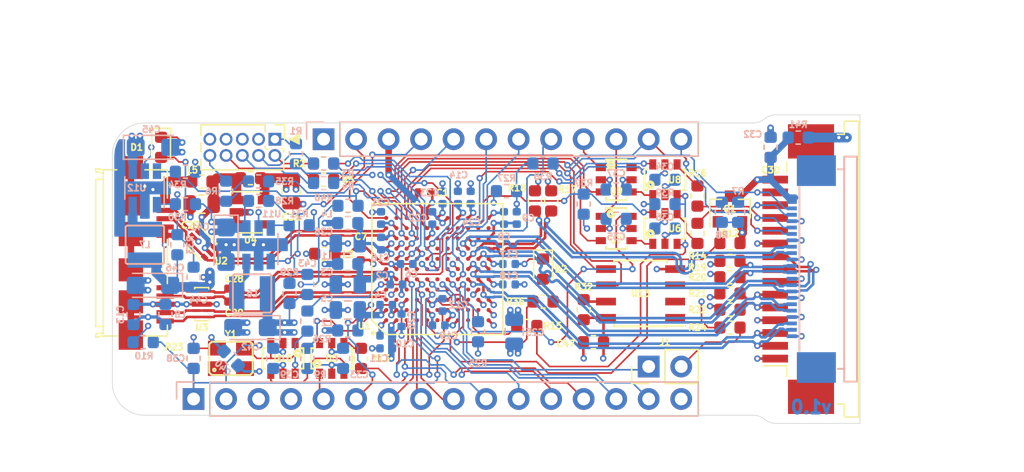
<source format=kicad_pcb>
(kicad_pcb (version 20171130) (host pcbnew 5.1.6-c6e7f7d~86~ubuntu18.04.1)
  (layers (0 F.Cu signal) (1 In1.Cu signal) (2 In2.Cu signal) (31 B.Cu signal) (34 B.Paste user hide) (35 F.Paste user hide) (36 B.SilkS user) (37 F.SilkS user) (38 B.Mask user hide) (39 F.Mask user hide) (44 Edge.Cuts user))
  (net 0 "")
  (net 1 "Net-(CON6-Pad10)")
  (net 2 "Net-(CON6-Pad8)")
  (net 3 "Net-(CON6-Pad6)")
  (net 4 "Net-(CON6-Pad4)")
  (net 5 "Net-(CON6-Pad2)")
  (net 6 "Net-(CON6-Pad1)")
  (net 7 GND)
  (net 8 +3V3)
  (net 9 /CPU/TMS)
  (net 10 /CPU/TCK)
  (net 11 /CPU/TDO)
  (net 12 /CPU/TDI)
  (net 13 /CPU/~TRST)
  (net 14 VBUS)
  (net 15 +1V2)
  (net 16 /Power/U3TXVDDQ)
  (net 17 /Power/U3RXVDDQ)
  (net 18 /Power/CVDDQ)
  (net 19 /Power/AVDD)
  (net 20 "Net-(C27-Pad2)")
  (net 21 "Net-(CON3-Pad1)")
  (net 22 UART_RXD)
  (net 23 SPI_MISO)
  (net 24 SPI_MOSI)
  (net 25 SPI_SCK)
  (net 26 SPI_SS)
  (net 27 I2C_SDA)
  (net 28 I2C_SCL)
  (net 29 UART_TXD)
  (net 30 I2S_CLK)
  (net 31 I2S_SD)
  (net 32 I2S_WS)
  (net 33 I2S_MCLK)
  (net 34 /MIPI/VCC_CAM)
  (net 35 /MIPI/MIPI_D0_N)
  (net 36 /MIPI/MIPI_D0_P)
  (net 37 /MIPI/MIPI_D1_N)
  (net 38 /MIPI/MIPI_D1_P)
  (net 39 /MIPI/MIPI_CLK_N)
  (net 40 /MIPI/MIPI_CLK_P)
  (net 41 /MIPI/MIPI_D2_N)
  (net 42 /MIPI/MIPI_D2_P)
  (net 43 /MIPI/MIPI_D3_N)
  (net 44 /MIPI/MIPI_D3_P)
  (net 45 CAM_PWREN)
  (net 46 "Net-(R13-Pad2)")
  (net 47 /MIPI/REFCLK)
  (net 48 "Net-(R14-Pad1)")
  (net 49 /MIPI/MCLK)
  (net 50 "Net-(R15-Pad1)")
  (net 51 "Net-(R16-Pad1)")
  (net 52 MIPI_VSYNC)
  (net 53 MIPI_HSYNC)
  (net 54 MIPI_PCLK)
  (net 55 MIPI_REFCLK_SEL)
  (net 56 CLK_19.2M)
  (net 57 MIPI_REFCLK_EXT)
  (net 58 CAM_IO0_SEL1)
  (net 59 "Net-(U6-Pad1)")
  (net 60 CAM_IO0_SEL0)
  (net 61 CAM_IO0_EXT)
  (net 62 CAM_IO1_SEL1)
  (net 63 "Net-(U8-Pad1)")
  (net 64 CAM_IO1_SEL0)
  (net 65 CAM_IO1_EXT)
  (net 66 /USB/USB_SSTX_AC_N)
  (net 67 /USB/USB_SSTX_N)
  (net 68 /USB/USB_SSTX_AC_P)
  (net 69 /USB/USB_SSTX_P)
  (net 70 /USB/USB_SSRX_N)
  (net 71 /USB/USB_SSRX_P)
  (net 72 /USB/USB_D_P)
  (net 73 /USB/USB_D_N)
  (net 74 ~RESET)
  (net 75 "Net-(J1-Pad2)")
  (net 76 "Net-(J1-Pad1)")
  (net 77 "Net-(R25-Pad2)")
  (net 78 /CPU/CLKIN)
  (net 79 "Net-(U10-Pad1)")
  (net 80 "Net-(R27-Pad1)")
  (net 81 /MIPI/CAM_IO0)
  (net 82 /MIPI/CAM_IO1)
  (net 83 CAM_IO1_GPIO)
  (net 84 CAM_IO0_GPIO)
  (net 85 "Net-(R26-Pad2)")
  (net 86 EXT_PWREN)
  (net 87 "Net-(C43-Pad2)")
  (net 88 "Net-(C44-Pad2)")
  (net 89 "Net-(L6-Pad1)")
  (net 90 "Net-(L7-Pad1)")
  (net 91 "Net-(R30-Pad1)")
  (net 92 "Net-(R10-Pad1)")
  (net 93 GPIO24)
  (net 94 GPIO21)
  (net 95 "Net-(D1-Pad2)")
  (net 96 "Net-(R32-Pad2)")
  (net 97 "Net-(D2-Pad2)")
  (net 98 /CPU/LED1)
  (net 99 /CPU/LED2)
  (net 100 "Net-(C13-Pad2)")
  (module CSI2USB:L_0603_1608Metric (layer F.Cu) (at 134 107.45)
    (fp_text reference L5 (at -0.75 -0.9) (layer F.SilkS) (effects (font (size 0.5 0.5) (thickness 0.125))))
    (fp_text value L)
    (pad 2 smd roundrect (at 0.7875 0) (size 0.875 0.95) (layers F.Cu F.Paste F.Mask) (net 20 "Net-(C27-Pad2)"))
    (pad 1 smd roundrect (at -0.7875 0) (size 0.875 0.95) (layers F.Cu F.Paste F.Mask) (net 21 "Net-(CON3-Pad1)"))
  )
  (module CSI2USB:L_0603_1608Metric (layer B.Cu) (at 131.15 117.85 90)
    (fp_text reference L8 (at 0 1.15 180) (layer B.SilkS) (effects (font (size 0.5 0.5) (thickness 0.125)) (justify mirror)))
    (fp_text value L)
    (pad 2 smd roundrect (at 0.7875 0 90) (size 0.875 0.95) (layers B.Cu B.Paste B.Mask) (net 7 GND))
    (pad 1 smd roundrect (at -0.7875 0 90) (size 0.875 0.95) (layers B.Cu B.Paste B.Mask) (net 100 "Net-(C13-Pad2)"))
  )
  (module CSI2USB:R_0603_1608Metric (layer B.Cu) (at 180.594 104.013 180)
    (fp_text reference R41 (at 0 1.016) (layer B.SilkS) (effects (font (size 0.5 0.5) (thickness 0.125)) (justify mirror)))
    (fp_text value 0R)
    (pad 2 smd roundrect (at 0.7875 0 180) (size 0.875 0.95) (layers B.Cu B.Paste B.Mask) (net 34 /MIPI/VCC_CAM))
    (pad 1 smd roundrect (at -0.7875 0 180) (size 0.875 0.95) (layers B.Cu B.Paste B.Mask) (net 8 +3V3))
  )
  (module CSI2USB:R_0603_1608Metric (layer B.Cu) (at 145.415 109.347 180)
    (fp_text reference R40 (at 1.905 0.635) (layer B.SilkS) (effects (font (size 0.5 0.5) (thickness 0.125)) (justify mirror)))
    (fp_text value 0R)
    (pad 2 smd roundrect (at 0.7875 0 180) (size 0.875 0.95) (layers B.Cu B.Paste B.Mask) (net 74 ~RESET))
    (pad 1 smd roundrect (at -0.7875 0 180) (size 0.875 0.95) (layers B.Cu B.Paste B.Mask) (net 13 /CPU/~TRST))
  )
  (module CSI2USB:SC-74-6 (layer F.Cu) (at 140.335 121.285 180)
    (fp_text reference U10 (at 0 0) (layer F.SilkS) (effects (font (size 0.5 0.5) (thickness 0.125))))
    (fp_text value 74LVC2G17)
    (pad 5 smd rect (at 0 -1.2 180) (size 0.55 0.8) (layers F.Cu F.Paste F.Mask) (net 8 +3V3))
    (pad 6 smd rect (at -0.95 -1.2 180) (size 0.55 0.8) (layers F.Cu F.Paste F.Mask) (net 85 "Net-(R26-Pad2)"))
    (pad 4 smd rect (at 0.95 -1.2 180) (size 0.55 0.8) (layers F.Cu F.Paste F.Mask) (net 56 CLK_19.2M))
    (pad 3 smd rect (at 0.95 1.2 180) (size 0.55 0.8) (layers F.Cu F.Paste F.Mask) (net 79 "Net-(U10-Pad1)"))
    (pad 2 smd rect (at 0 1.2 180) (size 0.55 0.8) (layers F.Cu F.Paste F.Mask) (net 7 GND))
    (pad 1 smd rect (at -0.95 1.2 180) (size 0.55 0.8) (layers F.Cu F.Paste F.Mask) (net 79 "Net-(U10-Pad1)"))
  )
  (module CSI2USB:SC-74-6 (layer F.Cu) (at 166.37 107.315 270)
    (fp_text reference U9 (at 0.889 0 180) (layer F.SilkS) (effects (font (size 0.5 0.5) (thickness 0.125))))
    (fp_text value 74LVC1G157)
    (pad 5 smd rect (at 0 -1.2 270) (size 0.55 0.8) (layers F.Cu F.Paste F.Mask) (net 8 +3V3))
    (pad 6 smd rect (at -0.95 -1.2 270) (size 0.55 0.8) (layers F.Cu F.Paste F.Mask) (net 64 CAM_IO1_SEL0))
    (pad 4 smd rect (at 0.95 -1.2 270) (size 0.55 0.8) (layers F.Cu F.Paste F.Mask) (net 63 "Net-(U8-Pad1)"))
    (pad 3 smd rect (at 0.95 1.2 270) (size 0.55 0.8) (layers F.Cu F.Paste F.Mask) (net 83 CAM_IO1_GPIO))
    (pad 2 smd rect (at 0 1.2 270) (size 0.55 0.8) (layers F.Cu F.Paste F.Mask) (net 7 GND))
    (pad 1 smd rect (at -0.95 1.2 270) (size 0.55 0.8) (layers F.Cu F.Paste F.Mask) (net 65 CAM_IO1_EXT))
  )
  (module CSI2USB:SC-74-6 (layer F.Cu) (at 170.18 107.315)
    (fp_text reference U8 (at 0.762 0) (layer F.SilkS) (effects (font (size 0.5 0.5) (thickness 0.125))))
    (fp_text value 74LVC1G157)
    (pad 5 smd rect (at 0 -1.2) (size 0.55 0.8) (layers F.Cu F.Paste F.Mask) (net 8 +3V3))
    (pad 6 smd rect (at -0.95 -1.2) (size 0.55 0.8) (layers F.Cu F.Paste F.Mask) (net 62 CAM_IO1_SEL1))
    (pad 4 smd rect (at 0.95 -1.2) (size 0.55 0.8) (layers F.Cu F.Paste F.Mask) (net 51 "Net-(R16-Pad1)"))
    (pad 3 smd rect (at 0.95 1.2) (size 0.55 0.8) (layers F.Cu F.Paste F.Mask) (net 49 /MIPI/MCLK))
    (pad 2 smd rect (at 0 1.2) (size 0.55 0.8) (layers F.Cu F.Paste F.Mask) (net 7 GND))
    (pad 1 smd rect (at -0.95 1.2) (size 0.55 0.8) (layers F.Cu F.Paste F.Mask) (net 63 "Net-(U8-Pad1)"))
  )
  (module CSI2USB:SC-74-6 (layer F.Cu) (at 166.37 111.125 270)
    (fp_text reference U7 (at 0.889 0 180) (layer F.SilkS) (effects (font (size 0.5 0.5) (thickness 0.125))))
    (fp_text value 74LVC1G157)
    (pad 5 smd rect (at 0 -1.2 270) (size 0.55 0.8) (layers F.Cu F.Paste F.Mask) (net 8 +3V3))
    (pad 6 smd rect (at -0.95 -1.2 270) (size 0.55 0.8) (layers F.Cu F.Paste F.Mask) (net 60 CAM_IO0_SEL0))
    (pad 4 smd rect (at 0.95 -1.2 270) (size 0.55 0.8) (layers F.Cu F.Paste F.Mask) (net 59 "Net-(U6-Pad1)"))
    (pad 3 smd rect (at 0.95 1.2 270) (size 0.55 0.8) (layers F.Cu F.Paste F.Mask) (net 84 CAM_IO0_GPIO))
    (pad 2 smd rect (at 0 1.2 270) (size 0.55 0.8) (layers F.Cu F.Paste F.Mask) (net 7 GND))
    (pad 1 smd rect (at -0.95 1.2 270) (size 0.55 0.8) (layers F.Cu F.Paste F.Mask) (net 61 CAM_IO0_EXT))
  )
  (module CSI2USB:SC-74-6 (layer F.Cu) (at 170.18 111.125)
    (fp_text reference U6 (at 0.762 0) (layer F.SilkS) (effects (font (size 0.5 0.5) (thickness 0.125))))
    (fp_text value 74LVC1G157)
    (pad 5 smd rect (at 0 -1.2) (size 0.55 0.8) (layers F.Cu F.Paste F.Mask) (net 8 +3V3))
    (pad 6 smd rect (at -0.95 -1.2) (size 0.55 0.8) (layers F.Cu F.Paste F.Mask) (net 58 CAM_IO0_SEL1))
    (pad 4 smd rect (at 0.95 -1.2) (size 0.55 0.8) (layers F.Cu F.Paste F.Mask) (net 48 "Net-(R14-Pad1)"))
    (pad 3 smd rect (at 0.95 1.2) (size 0.55 0.8) (layers F.Cu F.Paste F.Mask) (net 49 /MIPI/MCLK))
    (pad 2 smd rect (at 0 1.2) (size 0.55 0.8) (layers F.Cu F.Paste F.Mask) (net 7 GND))
    (pad 1 smd rect (at -0.95 1.2) (size 0.55 0.8) (layers F.Cu F.Paste F.Mask) (net 59 "Net-(U6-Pad1)"))
  )
  (module CSI2USB:SC-74-6 (layer F.Cu) (at 144.145 121.285)
    (fp_text reference U5 (at 0 0) (layer F.SilkS) (effects (font (size 0.5 0.5) (thickness 0.125))))
    (fp_text value 74LVC1G157)
    (pad 5 smd rect (at 0 -1.2) (size 0.55 0.8) (layers F.Cu F.Paste F.Mask) (net 8 +3V3))
    (pad 6 smd rect (at -0.95 -1.2) (size 0.55 0.8) (layers F.Cu F.Paste F.Mask) (net 55 MIPI_REFCLK_SEL))
    (pad 4 smd rect (at 0.95 -1.2) (size 0.55 0.8) (layers F.Cu F.Paste F.Mask) (net 46 "Net-(R13-Pad2)"))
    (pad 3 smd rect (at 0.95 1.2) (size 0.55 0.8) (layers F.Cu F.Paste F.Mask) (net 56 CLK_19.2M))
    (pad 2 smd rect (at 0 1.2) (size 0.55 0.8) (layers F.Cu F.Paste F.Mask) (net 7 GND))
    (pad 1 smd rect (at -0.95 1.2) (size 0.55 0.8) (layers F.Cu F.Paste F.Mask) (net 57 MIPI_REFCLK_EXT))
  )
  (module CSI2USB:C_0603_1608Metric (layer B.Cu) (at 128.651 117.856 270)
    (fp_text reference C13 (at 0 1.016 90) (layer B.SilkS) (effects (font (size 0.5 0.5) (thickness 0.125)) (justify mirror)))
    (fp_text value 100n)
    (pad 2 smd roundrect (at 0.7875 0 270) (size 0.875 0.95) (layers B.Cu B.Paste B.Mask) (net 100 "Net-(C13-Pad2)"))
    (pad 1 smd roundrect (at -0.7875 0 270) (size 0.875 0.95) (layers B.Cu B.Paste B.Mask) (net 7 GND))
  )
  (module CSI2USB:TSOT-23-6 (layer B.Cu) (at 129.54 107.95 90)
    (fp_text reference U12 (at 0 -0.635 180) (layer B.SilkS) (effects (font (size 0.5 0.5) (thickness 0.125)) (justify mirror)))
    (fp_text value AP3402)
    (pad 6 smd rect (at 1.31 0.95 90) (size 1.22 0.65) (layers B.Cu B.Paste B.Mask) (net 88 "Net-(C44-Pad2)"))
    (pad 5 smd rect (at 1.31 0 90) (size 1.22 0.65) (layers B.Cu B.Paste B.Mask) (net 92 "Net-(R10-Pad1)"))
    (pad 4 smd rect (at 1.31 -0.95 90) (size 1.22 0.65) (layers B.Cu B.Paste B.Mask) (net 14 VBUS))
    (pad 3 smd rect (at -1.31 -0.95 90) (size 1.22 0.65) (layers B.Cu B.Paste B.Mask) (net 90 "Net-(L7-Pad1)"))
    (pad 2 smd rect (at -1.31 0 90) (size 1.22 0.65) (layers B.Cu B.Paste B.Mask) (net 7 GND))
    (pad 1 smd rect (at -1.31 0.95 90) (size 1.22 0.65) (layers B.Cu B.Paste B.Mask) (net 91 "Net-(R30-Pad1)"))
  )
  (module CSI2USB:R_0603_1608Metric (layer B.Cu) (at 170.18 109.22)
    (fp_text reference R39 (at 0 -0.889) (layer B.SilkS) (effects (font (size 0.5 0.5) (thickness 0.125)) (justify mirror)))
    (fp_text value 10k)
    (pad 2 smd roundrect (at 0.7875 0) (size 0.875 0.95) (layers B.Cu B.Paste B.Mask) (net 49 /MIPI/MCLK))
    (pad 1 smd roundrect (at -0.7875 0) (size 0.875 0.95) (layers B.Cu B.Paste B.Mask) (net 7 GND))
  )
  (module CSI2USB:R_0603_1608Metric (layer B.Cu) (at 160.655 106.045)
    (fp_text reference R38 (at 0 1.016) (layer B.SilkS) (effects (font (size 0.5 0.5) (thickness 0.125)) (justify mirror)))
    (fp_text value 10k)
    (pad 2 smd roundrect (at 0.7875 0) (size 0.875 0.95) (layers B.Cu B.Paste B.Mask) (net 62 CAM_IO1_SEL1))
    (pad 1 smd roundrect (at -0.7875 0) (size 0.875 0.95) (layers B.Cu B.Paste B.Mask) (net 7 GND))
  )
  (module CSI2USB:R_0603_1608Metric (layer B.Cu) (at 163.83 109.22 90)
    (fp_text reference R37 (at 1.651 0 180) (layer B.SilkS) (effects (font (size 0.5 0.5) (thickness 0.125)) (justify mirror)))
    (fp_text value 10k)
    (pad 2 smd roundrect (at 0.7875 0 90) (size 0.875 0.95) (layers B.Cu B.Paste B.Mask) (net 58 CAM_IO0_SEL1))
    (pad 1 smd roundrect (at -0.7875 0 90) (size 0.875 0.95) (layers B.Cu B.Paste B.Mask) (net 7 GND))
  )
  (module CSI2USB:R_0603_1608Metric (layer B.Cu) (at 142.24 121.285 90)
    (fp_text reference R9 (at -1.27 1.016 180) (layer B.SilkS) (effects (font (size 0.5 0.5) (thickness 0.125)) (justify mirror)))
    (fp_text value 10k)
    (pad 2 smd roundrect (at 0.7875 0 90) (size 0.875 0.95) (layers B.Cu B.Paste B.Mask) (net 55 MIPI_REFCLK_SEL))
    (pad 1 smd roundrect (at -0.7875 0 90) (size 0.875 0.95) (layers B.Cu B.Paste B.Mask) (net 7 GND))
  )
  (module CSI2USB:R_0603_1608Metric (layer F.Cu) (at 160.655 116.84 180)
    (fp_text reference R36 (at 2.159 0) (layer F.SilkS) (effects (font (size 0.5 0.5) (thickness 0.125))))
    (fp_text value 560R)
    (pad 2 smd roundrect (at 0.7875 0 180) (size 0.875 0.95) (layers F.Cu F.Paste F.Mask) (net 99 /CPU/LED2))
    (pad 1 smd roundrect (at -0.7875 0 180) (size 0.875 0.95) (layers F.Cu F.Paste F.Mask) (net 97 "Net-(D2-Pad2)"))
  )
  (module CSI2USB:LED_0603_1608Metric (layer F.Cu) (at 160.655 114.3 270)
    (fp_text reference D2 (at 0 -1.397 180) (layer F.SilkS) (effects (font (size 0.5 0.5) (thickness 0.125))))
    (fp_text value LED)
    (pad 2 smd roundrect (at 0.7875 0 270) (size 0.875 0.95) (layers F.Cu F.Paste F.Mask) (net 97 "Net-(D2-Pad2)"))
    (pad 1 smd roundrect (at -0.7875 0 270) (size 0.875 0.95) (layers F.Cu F.Paste F.Mask) (net 7 GND))
  )
  (module CSI2USB:R_0603_1608Metric (layer B.Cu) (at 141.605 110.871)
    (fp_text reference R31 (at 0 -0.889) (layer B.SilkS) (effects (font (size 0.5 0.5) (thickness 0.125)) (justify mirror)))
    (fp_text value 10k)
    (pad 2 smd roundrect (at 0.7875 0) (size 0.875 0.95) (layers B.Cu B.Paste B.Mask) (net 7 GND))
    (pad 1 smd roundrect (at -0.7875 0) (size 0.875 0.95) (layers B.Cu B.Paste B.Mask) (net 87 "Net-(C43-Pad2)"))
  )
  (module CSI2USB:R_0603_1608Metric (layer B.Cu) (at 138.43 107.442)
    (fp_text reference R35 (at 2.032 0) (layer B.SilkS) (effects (font (size 0.5 0.5) (thickness 0.125)) (justify mirror)))
    (fp_text value 560R)
    (pad 2 smd roundrect (at 0.7875 0) (size 0.875 0.95) (layers B.Cu B.Paste B.Mask) (net 98 /CPU/LED1))
    (pad 1 smd roundrect (at -0.7875 0) (size 0.875 0.95) (layers B.Cu B.Paste B.Mask) (net 95 "Net-(D1-Pad2)"))
  )
  (module CSI2USB:R_0603_1608Metric (layer B.Cu) (at 143.51 107.569)
    (fp_text reference R4 (at 1.905 0.254 180) (layer B.SilkS) (effects (font (size 0.5 0.5) (thickness 0.125)) (justify mirror)))
    (fp_text value 100R)
    (pad 2 smd roundrect (at 0.7875 0) (size 0.875 0.95) (layers B.Cu B.Paste B.Mask) (net 11 /CPU/TDO))
    (pad 1 smd roundrect (at -0.7875 0) (size 0.875 0.95) (layers B.Cu B.Paste B.Mask) (net 3 "Net-(CON6-Pad6)"))
  )
  (module CSI2USB:C_0805_2012Metric (layer B.Cu) (at 158.4 119.2 270)
    (fp_text reference C25 (at 0.053 -1.62) (layer B.SilkS) (effects (font (size 0.5 0.5) (thickness 0.125)) (justify mirror)))
    (fp_text value 22u)
    (pad 2 smd roundrect (at 0.9375 0 270) (size 0.975 1.4) (layers B.Cu B.Paste B.Mask) (net 7 GND))
    (pad 1 smd roundrect (at -0.9375 0 270) (size 0.975 1.4) (layers B.Cu B.Paste B.Mask) (net 15 +1V2))
  )
  (module CSI2USB:R_0603_1608Metric (layer B.Cu) (at 155.575 119.2 90)
    (fp_text reference R25 (at -2.466 0 180) (layer B.SilkS) (effects (font (size 0.5 0.5) (thickness 0.125)) (justify mirror)))
    (fp_text value 10k)
    (pad 2 smd roundrect (at 0.7875 0 90) (size 0.875 0.95) (layers B.Cu B.Paste B.Mask) (net 77 "Net-(R25-Pad2)"))
    (pad 1 smd roundrect (at -0.7875 0 90) (size 0.875 0.95) (layers B.Cu B.Paste B.Mask) (net 8 +3V3))
  )
  (module CSI2USB:R_0603_1608Metric (layer F.Cu) (at 163.83 117.475 90)
    (fp_text reference R32 (at 1.778 0 180) (layer F.SilkS) (effects (font (size 0.5 0.5) (thickness 0.125))))
    (fp_text value 0R)
    (pad 2 smd roundrect (at 0.7875 0 90) (size 0.875 0.95) (layers F.Cu F.Paste F.Mask) (net 96 "Net-(R32-Pad2)"))
    (pad 1 smd roundrect (at -0.7875 0 90) (size 0.875 0.95) (layers F.Cu F.Paste F.Mask) (net 8 +3V3))
  )
  (module CSI2USB:C_0603_1608Metric (layer F.Cu) (at 164.592 120.015 180)
    (fp_text reference C47 (at 2.159 -0.127) (layer F.SilkS) (effects (font (size 0.5 0.5) (thickness 0.125))))
    (fp_text value 100n)
    (pad 2 smd roundrect (at 0.7875 0 180) (size 0.875 0.95) (layers F.Cu F.Paste F.Mask) (net 7 GND))
    (pad 1 smd roundrect (at -0.7875 0 180) (size 0.875 0.95) (layers F.Cu F.Paste F.Mask) (net 8 +3V3))
  )
  (module CSI2USB:SOIC-8_3.9x4.9mm_P1.27mm (layer F.Cu) (at 168.275 116.205 180)
    (fp_text reference U13 (at 0 0) (layer F.SilkS) (effects (font (size 0.5 0.5) (thickness 0.125))))
    (fp_text value M24M02)
    (pad 8 smd rect (at 2.7 -1.905 180) (size 1.55 0.6) (layers F.Cu F.Paste F.Mask) (net 8 +3V3))
    (pad 7 smd rect (at 2.7 -0.635 180) (size 1.55 0.6) (layers F.Cu F.Paste F.Mask) (net 96 "Net-(R32-Pad2)"))
    (pad 6 smd rect (at 2.7 0.635 180) (size 1.55 0.6) (layers F.Cu F.Paste F.Mask) (net 28 I2C_SCL))
    (pad 5 smd rect (at 2.7 1.905 180) (size 1.55 0.6) (layers F.Cu F.Paste F.Mask) (net 27 I2C_SDA))
    (pad 4 smd rect (at -2.7 1.905 180) (size 1.55 0.6) (layers F.Cu F.Paste F.Mask) (net 7 GND))
    (pad 3 smd rect (at -2.7 0.635 180) (size 1.55 0.6) (layers F.Cu F.Paste F.Mask))
    (pad 2 smd rect (at -2.7 -0.635 180) (size 1.55 0.6) (layers F.Cu F.Paste F.Mask))
    (pad 1 smd rect (at -2.7 -1.905 180) (size 1.55 0.6) (layers F.Cu F.Paste F.Mask))
  )
  (module CSI2USB:SOT-23 (layer F.Cu) (at 175.26 109.601 90)
    (fp_text reference Q1 (at 0 0) (layer F.SilkS) (effects (font (size 0.5 0.5) (thickness 0.125))))
    (fp_text value AO3401A)
    (pad 3 smd rect (at 1 0 90) (size 0.9 0.8) (layers F.Cu F.Paste F.Mask) (net 34 /MIPI/VCC_CAM))
    (pad 2 smd rect (at -1 0.95 90) (size 0.9 0.8) (layers F.Cu F.Paste F.Mask) (net 8 +3V3))
    (pad 1 smd rect (at -1 -0.95 90) (size 0.9 0.8) (layers F.Cu F.Paste F.Mask) (net 45 CAM_PWREN))
  )
  (module CSI2USB:R_0603_1608Metric (layer B.Cu) (at 129.413 120.015)
    (fp_text reference R10 (at 0.0635 1.0795 180) (layer B.SilkS) (effects (font (size 0.5 0.5) (thickness 0.125)) (justify mirror)))
    (fp_text value 0R)
    (pad 2 smd roundrect (at 0.7875 0) (size 0.875 0.95) (layers B.Cu B.Paste B.Mask) (net 74 ~RESET))
    (pad 1 smd roundrect (at -0.7875 0) (size 0.875 0.95) (layers B.Cu B.Paste B.Mask) (net 92 "Net-(R10-Pad1)"))
  )
  (module CSI2USB:C_0603_1608Metric (layer B.Cu) (at 133.35 114.935 90)
    (fp_text reference C44 (at -1.778 0.381 180) (layer B.SilkS) (effects (font (size 0.5 0.5) (thickness 0.125)) (justify mirror)))
    (fp_text value 22p)
    (pad 2 smd roundrect (at 0.7875 0 90) (size 0.875 0.95) (layers B.Cu B.Paste B.Mask) (net 88 "Net-(C44-Pad2)"))
    (pad 1 smd roundrect (at -0.7875 0 90) (size 0.875 0.95) (layers B.Cu B.Paste B.Mask) (net 8 +3V3))
  )
  (module CSI2USB:C_0603_1608Metric (layer B.Cu) (at 142.24 115.5 90)
    (fp_text reference C43 (at 1.651 0 180) (layer B.SilkS) (effects (font (size 0.5 0.5) (thickness 0.125)) (justify mirror)))
    (fp_text value 22p)
    (pad 1 smd roundrect (at -0.7875 0 90) (size 0.875 0.95) (layers B.Cu B.Paste B.Mask) (net 15 +1V2))
    (pad 2 smd roundrect (at 0.7875 0 90) (size 0.875 0.95) (layers B.Cu B.Paste B.Mask) (net 87 "Net-(C43-Pad2)"))
  )
  (module CSI2USB:CP_EIA-3216-18_Kemet-A (layer B.Cu) (at 137.795 118.872 180)
    (fp_text reference C42 (at 0 -1.524) (layer B.SilkS) (effects (font (size 0.5 0.5) (thickness 0.125)) (justify mirror)))
    (fp_text value 22u)
    (pad 2 smd roundrect (at 1.35 0 180) (size 1.4 1.35) (layers B.Cu B.Paste B.Mask) (roundrect_rratio 0.185185) (net 7 GND))
    (pad 1 smd roundrect (at -1.35 0 180) (size 1.4 1.35) (layers B.Cu B.Paste B.Mask) (roundrect_rratio 0.185185) (net 15 +1V2))
  )
  (module CSI2USB:DJNR3015 (layer B.Cu) (at 137.922 116.205)
    (fp_text reference L6 (at 0 0) (layer B.SilkS) (effects (font (size 0.5 0.5) (thickness 0.125)) (justify mirror)))
    (fp_text value 2.2u)
    (pad 2 smd rect (at 1.2 0) (size 1.2 2.7) (layers B.Cu B.Paste B.Mask) (net 15 +1V2))
    (pad 1 smd rect (at -1.2 0) (size 1.2 2.7) (layers B.Cu B.Paste B.Mask) (net 89 "Net-(L6-Pad1)"))
  )
  (module CSI2USB:TSOT-23-6 (layer B.Cu) (at 138.43 112.395 90)
    (fp_text reference U11 (at 2.413 1.016 180) (layer B.SilkS) (effects (font (size 0.5 0.5) (thickness 0.125)) (justify mirror)))
    (fp_text value AP3402)
    (pad 6 smd rect (at 1.31 0.95 90) (size 1.22 0.65) (layers B.Cu B.Paste B.Mask) (net 87 "Net-(C43-Pad2)"))
    (pad 5 smd rect (at 1.31 0 90) (size 1.22 0.65) (layers B.Cu B.Paste B.Mask) (net 91 "Net-(R30-Pad1)"))
    (pad 4 smd rect (at 1.31 -0.95 90) (size 1.22 0.65) (layers B.Cu B.Paste B.Mask) (net 14 VBUS))
    (pad 3 smd rect (at -1.31 -0.95 90) (size 1.22 0.65) (layers B.Cu B.Paste B.Mask) (net 89 "Net-(L6-Pad1)"))
    (pad 2 smd rect (at -1.31 0 90) (size 1.22 0.65) (layers B.Cu B.Paste B.Mask) (net 7 GND))
    (pad 1 smd rect (at -1.31 0.95 90) (size 1.22 0.65) (layers B.Cu B.Paste B.Mask) (net 86 EXT_PWREN))
  )
  (module CSI2USB:R_0603_1608Metric (layer B.Cu) (at 132.715 106.68)
    (fp_text reference R34 (at -0.635 1.016) (layer B.SilkS) (effects (font (size 0.5 0.5) (thickness 0.125)) (justify mirror)))
    (fp_text value 3.3k)
    (pad 2 smd roundrect (at 0.7875 0) (size 0.875 0.95) (layers B.Cu B.Paste B.Mask) (net 7 GND))
    (pad 1 smd roundrect (at -0.7875 0) (size 0.875 0.95) (layers B.Cu B.Paste B.Mask) (net 88 "Net-(C44-Pad2)"))
  )
  (module CSI2USB:R_0603_1608Metric (layer B.Cu) (at 132.08 112.395 90)
    (fp_text reference R33 (at 0 1.016 90) (layer B.SilkS) (effects (font (size 0.5 0.5) (thickness 0.125)) (justify mirror)))
    (fp_text value 15k)
    (pad 2 smd roundrect (at 0.7875 0 90) (size 0.875 0.95) (layers B.Cu B.Paste B.Mask) (net 88 "Net-(C44-Pad2)"))
    (pad 1 smd roundrect (at -0.7875 0 90) (size 0.875 0.95) (layers B.Cu B.Paste B.Mask) (net 8 +3V3))
  )
  (module CSI2USB:R_0603_1608Metric (layer B.Cu) (at 132.715 109.22)
    (fp_text reference R30 (at -0.635 1.016) (layer B.SilkS) (effects (font (size 0.5 0.5) (thickness 0.125)) (justify mirror)))
    (fp_text value 100k)
    (pad 2 smd roundrect (at 0.7875 0) (size 0.875 0.95) (layers B.Cu B.Paste B.Mask) (net 14 VBUS))
    (pad 1 smd roundrect (at -0.7875 0) (size 0.875 0.95) (layers B.Cu B.Paste B.Mask) (net 91 "Net-(R30-Pad1)"))
  )
  (module CSI2USB:R_0603_1608Metric (layer B.Cu) (at 140.843 116.205 90)
    (fp_text reference R29 (at 1.651 0 180) (layer B.SilkS) (effects (font (size 0.5 0.5) (thickness 0.125)) (justify mirror)))
    (fp_text value 10k)
    (pad 2 smd roundrect (at 0.7875 0 90) (size 0.875 0.95) (layers B.Cu B.Paste B.Mask) (net 87 "Net-(C43-Pad2)"))
    (pad 1 smd roundrect (at -0.7875 0 90) (size 0.875 0.95) (layers B.Cu B.Paste B.Mask) (net 15 +1V2))
  )
  (module CSI2USB:R_0603_1608Metric (layer B.Cu) (at 138.43 108.966 180)
    (fp_text reference R28 (at -2.032 0) (layer B.SilkS) (effects (font (size 0.5 0.5) (thickness 0.125)) (justify mirror)))
    (fp_text value 100k)
    (pad 2 smd roundrect (at 0.7875 0 180) (size 0.875 0.95) (layers B.Cu B.Paste B.Mask) (net 14 VBUS))
    (pad 1 smd roundrect (at -0.7875 0 180) (size 0.875 0.95) (layers B.Cu B.Paste B.Mask) (net 86 EXT_PWREN))
  )
  (module CSI2USB:DJNR3015 (layer B.Cu) (at 129.54 112.395 270)
    (fp_text reference L7 (at 0 0 180) (layer B.SilkS) (effects (font (size 0.5 0.5) (thickness 0.125)) (justify mirror)))
    (fp_text value 2.2u)
    (pad 2 smd rect (at 1.2 0 270) (size 1.2 2.7) (layers B.Cu B.Paste B.Mask) (net 8 +3V3))
    (pad 1 smd rect (at -1.2 0 270) (size 1.2 2.7) (layers B.Cu B.Paste B.Mask) (net 90 "Net-(L7-Pad1)"))
  )
  (module CSI2USB:CP_EIA-3216-18_Kemet-A (layer B.Cu) (at 130.175 115.57 180)
    (fp_text reference C46 (at -1.725 1.37) (layer B.SilkS) (effects (font (size 0.5 0.5) (thickness 0.125)) (justify mirror)))
    (fp_text value 22u)
    (pad 2 smd roundrect (at 1.35 0 180) (size 1.4 1.35) (layers B.Cu B.Paste B.Mask) (roundrect_rratio 0.185185) (net 7 GND))
    (pad 1 smd roundrect (at -1.35 0 180) (size 1.4 1.35) (layers B.Cu B.Paste B.Mask) (roundrect_rratio 0.185185) (net 8 +3V3))
  )
  (module CSI2USB:CP_EIA-3216-18_Kemet-A (layer B.Cu) (at 130.175 104.775)
    (fp_text reference C45 (at -0.127 -1.397) (layer B.SilkS) (effects (font (size 0.5 0.5) (thickness 0.125)) (justify mirror)))
    (fp_text value 22u)
    (pad 2 smd roundrect (at 1.35 0) (size 1.4 1.35) (layers B.Cu B.Paste B.Mask) (roundrect_rratio 0.185185) (net 7 GND))
    (pad 1 smd roundrect (at -1.35 0) (size 1.4 1.35) (layers B.Cu B.Paste B.Mask) (roundrect_rratio 0.185185) (net 14 VBUS))
  )
  (module CSI2USB:CP_EIA-3216-18_Kemet-A (layer B.Cu) (at 135.89 112.395 270)
    (fp_text reference C41 (at -1.397 2.032 180) (layer B.SilkS) (effects (font (size 0.5 0.5) (thickness 0.125)) (justify mirror)))
    (fp_text value 22u)
    (pad 2 smd roundrect (at 1.35 0 270) (size 1.4 1.35) (layers B.Cu B.Paste B.Mask) (roundrect_rratio 0.185185) (net 7 GND))
    (pad 1 smd roundrect (at -1.35 0 270) (size 1.4 1.35) (layers B.Cu B.Paste B.Mask) (roundrect_rratio 0.185185) (net 14 VBUS))
  )
  (module CSI2USB:R_0603_1608Metric (layer B.Cu) (at 157.8 108.2)
    (fp_text reference R27 (at 0 -1.012) (layer B.SilkS) (effects (font (size 0.5 0.5) (thickness 0.125)) (justify mirror)))
    (fp_text value 10k)
    (pad 2 smd roundrect (at 0.7875 0) (size 0.875 0.95) (layers B.Cu B.Paste B.Mask) (net 7 GND))
    (pad 1 smd roundrect (at -0.7875 0) (size 0.875 0.95) (layers B.Cu B.Paste B.Mask) (net 80 "Net-(R27-Pad1)"))
  )
  (module CSI2USB:R_0603_1608Metric (layer B.Cu) (at 142.24 118.364 270)
    (fp_text reference R26 (at 1.397 -1.143 180) (layer B.SilkS) (effects (font (size 0.5 0.5) (thickness 0.125)) (justify mirror)))
    (fp_text value 100R)
    (pad 2 smd roundrect (at 0.7875 0 270) (size 0.875 0.95) (layers B.Cu B.Paste B.Mask) (net 85 "Net-(R26-Pad2)"))
    (pad 1 smd roundrect (at -0.7875 0 270) (size 0.875 0.95) (layers B.Cu B.Paste B.Mask) (net 78 /CPU/CLKIN))
  )
  (module CSI2USB:R_0603_1608Metric (layer F.Cu) (at 175.26 118.872)
    (fp_text reference R24 (at -2.54 0) (layer F.SilkS) (effects (font (size 0.5 0.5) (thickness 0.125))))
    (fp_text value 10k)
    (pad 2 smd roundrect (at 0.7875 0) (size 0.875 0.95) (layers F.Cu F.Paste F.Mask) (net 75 "Net-(J1-Pad2)"))
    (pad 1 smd roundrect (at -0.7875 0) (size 0.875 0.95) (layers F.Cu F.Paste F.Mask) (net 8 +3V3))
  )
  (module CSI2USB:C_0402_1005Metric (layer B.Cu) (at 148 112.3 90)
    (fp_text reference C16 (at -1.111 -0.045 180) (layer B.SilkS) (effects (font (size 0.5 0.5) (thickness 0.125)) (justify mirror)))
    (fp_text value 100n)
    (pad 2 smd roundrect (at 0.485 0 90) (size 0.59 0.64) (layers B.Cu B.Paste B.Mask) (net 7 GND))
    (pad 1 smd roundrect (at -0.485 0 90) (size 0.59 0.64) (layers B.Cu B.Paste B.Mask) (net 19 /Power/AVDD))
  )
  (module CSI2USB:C_0402_1005Metric (layer F.Cu) (at 146.4 113.1 270)
    (fp_text reference C7 (at -1.34 -0.031) (layer F.SilkS) (effects (font (size 0.5 0.5) (thickness 0.125))))
    (fp_text value 100n)
    (pad 2 smd roundrect (at 0.485 0 270) (size 0.59 0.64) (layers F.Cu F.Paste F.Mask) (net 7 GND))
    (pad 1 smd roundrect (at -0.485 0 270) (size 0.59 0.64) (layers F.Cu F.Paste F.Mask) (net 18 /Power/CVDDQ))
  )
  (module CSI2USB:C_0402_1005Metric (layer F.Cu) (at 151.4 108.3)
    (fp_text reference C1 (at 1.381 0.031) (layer F.SilkS) (effects (font (size 0.5 0.5) (thickness 0.125))))
    (fp_text value 100n)
    (pad 2 smd roundrect (at 0.485 0) (size 0.59 0.64) (layers F.Cu F.Paste F.Mask) (net 7 GND))
    (pad 1 smd roundrect (at -0.485 0) (size 0.59 0.64) (layers F.Cu F.Paste F.Mask) (net 14 VBUS))
  )
  (module CSI2USB:C_0402_1005Metric (layer B.Cu) (at 157.6 110.3 90)
    (fp_text reference C8 (at -1.46 0.007 180) (layer B.SilkS) (effects (font (size 0.5 0.5) (thickness 0.125)) (justify mirror)))
    (fp_text value 10n)
    (pad 2 smd roundrect (at 0.485 0 90) (size 0.59 0.64) (layers B.Cu B.Paste B.Mask) (net 7 GND))
    (pad 1 smd roundrect (at -0.485 0 90) (size 0.59 0.64) (layers B.Cu B.Paste B.Mask) (net 8 +3V3))
  )
  (module CSI2USB:C_0402_1005Metric (layer B.Cu) (at 158.6 110.3 90)
    (fp_text reference C9 (at 0 0.912 180) (layer B.SilkS) (effects (font (size 0.5 0.5) (thickness 0.125)) (justify mirror)))
    (fp_text value 100n)
    (pad 2 smd roundrect (at 0.485 0 90) (size 0.59 0.64) (layers B.Cu B.Paste B.Mask) (net 7 GND))
    (pad 1 smd roundrect (at -0.485 0 90) (size 0.59 0.64) (layers B.Cu B.Paste B.Mask) (net 8 +3V3))
  )
  (module CSI2USB:LED_0603_1608Metric (layer F.Cu) (at 130.81 104.775 270)
    (fp_text reference D1 (at 0 1.905 180) (layer F.SilkS) (effects (font (size 0.5 0.5) (thickness 0.125))))
    (fp_text value LED)
    (pad 2 smd roundrect (at 0.7875 0 270) (size 0.875 0.95) (layers F.Cu F.Paste F.Mask) (net 95 "Net-(D1-Pad2)"))
    (pad 1 smd roundrect (at -0.7875 0 270) (size 0.875 0.95) (layers F.Cu F.Paste F.Mask) (net 7 GND))
  )
  (module CSI2USB:C_0402_1005Metric (layer B.Cu) (at 149.2 115.5)
    (fp_text reference C2 (at -1.118 -0.692) (layer B.SilkS) (effects (font (size 0.5 0.5) (thickness 0.125)) (justify mirror)))
    (fp_text value 100n)
    (pad 2 smd roundrect (at 0.485 0) (size 0.59 0.64) (layers B.Cu B.Paste B.Mask) (net 7 GND))
    (pad 1 smd roundrect (at -0.485 0) (size 0.59 0.64) (layers B.Cu B.Paste B.Mask) (net 16 /Power/U3TXVDDQ))
  )
  (module CSI2USB:SMD_3.2x2.5 (layer F.Cu) (at 136.271 121.285 90)
    (fp_text reference Y1 (at 1.905 0) (layer F.SilkS) (effects (font (size 0.5 0.5) (thickness 0.125))))
    (fp_text value 19.2MHz hide)
    (pad 4 smd rect (at 0.8 -1.1) (size 1.4 1.15) (layers F.Cu F.Paste F.Mask) (net 8 +3V3))
    (pad 3 smd rect (at 0.8 1.1) (size 1.4 1.15) (layers F.Cu F.Paste F.Mask) (net 79 "Net-(U10-Pad1)"))
    (pad 2 smd rect (at -0.8 1.1) (size 1.4 1.15) (layers F.Cu F.Paste F.Mask) (net 7 GND))
    (pad 1 smd rect (at -0.8 -1.1) (size 1.4 1.15) (layers F.Cu F.Paste F.Mask))
  )
  (module CSI2USB:R_0603_1608Metric (layer F.Cu) (at 133.35 121.285 270)
    (fp_text reference R23 (at -0.889 1.524 180) (layer F.SilkS) (effects (font (size 0.5 0.5) (thickness 0.125))))
    (fp_text value 10k)
    (pad 2 smd roundrect (at 0.7875 0 270) (size 0.875 0.95) (layers F.Cu F.Paste F.Mask) (net 74 ~RESET))
    (pad 1 smd roundrect (at -0.7875 0 270) (size 0.875 0.95) (layers F.Cu F.Paste F.Mask) (net 8 +3V3))
  )
  (module CSI2USB:PinHeader_1x02_P2.54mm_Vertical (layer F.Cu) (at 168.91 121.92 90)
    (fp_text reference J1 (at 1.905 1.27 180) (layer F.SilkS) (effects (font (size 0.5 0.5) (thickness 0.125))))
    (fp_text value Conn_01x02)
    (pad 2 thru_hole oval (at 0 2.54 90) (size 1.7 1.7) (drill 1) (layers *.Cu *.Mask) (net 75 "Net-(J1-Pad2)"))
    (pad 1 thru_hole rect (at 0 0 90) (size 1.7 1.7) (drill 1) (layers *.Cu *.Mask) (net 76 "Net-(J1-Pad1)"))
  )
  (module CSI2USB:C_0603_1608Metric (layer B.Cu) (at 136.271 121.285 315)
    (fp_text reference C40 (at 0.089803 0.987828 315) (layer B.SilkS) (effects (font (size 0.5 0.5) (thickness 0.125)) (justify mirror)))
    (fp_text value 100n)
    (pad 2 smd roundrect (at 0.7875 0 315) (size 0.875 0.95) (layers B.Cu B.Paste B.Mask) (net 7 GND))
    (pad 1 smd roundrect (at -0.7875 0 315) (size 0.875 0.95) (layers B.Cu B.Paste B.Mask) (net 8 +3V3))
  )
  (module CSI2USB:C_0603_1608Metric (layer B.Cu) (at 139.573 121.285 90)
    (fp_text reference C39 (at -1.27 1.27 180) (layer B.SilkS) (effects (font (size 0.5 0.5) (thickness 0.125)) (justify mirror)))
    (fp_text value 100n)
    (pad 2 smd roundrect (at 0.7875 0 90) (size 0.875 0.95) (layers B.Cu B.Paste B.Mask) (net 7 GND))
    (pad 1 smd roundrect (at -0.7875 0 90) (size 0.875 0.95) (layers B.Cu B.Paste B.Mask) (net 8 +3V3))
  )
  (module CSI2USB:C_0603_1608Metric (layer B.Cu) (at 133.35 121.285 90)
    (fp_text reference C38 (at 0 -1.397) (layer B.SilkS) (effects (font (size 0.5 0.5) (thickness 0.125)) (justify mirror)))
    (fp_text value 100n)
    (pad 2 smd roundrect (at 0.7875 0 90) (size 0.875 0.95) (layers B.Cu B.Paste B.Mask) (net 7 GND))
    (pad 1 smd roundrect (at -0.7875 0 90) (size 0.875 0.95) (layers B.Cu B.Paste B.Mask) (net 74 ~RESET))
  )
  (module CSI2USB:BGA-121_11x11_10.0x10.0mm (layer F.Cu) (at 152.4 114.3 90)
    (fp_text reference U1 (at -4.445 -5.715 180) (layer F.SilkS) (effects (font (size 0.5 0.5) (thickness 0.125))))
    (fp_text value CYUSB306X)
    (pad A1 smd circle (at -4 -4 90) (size 0.32 0.32) (layers F.Cu F.Paste F.Mask) (net 7 GND))
    (pad B1 smd circle (at -4 -3.2 90) (size 0.32 0.32) (layers F.Cu F.Paste F.Mask) (net 8 +3V3))
    (pad C1 smd circle (at -4 -2.4 90) (size 0.32 0.32) (layers F.Cu F.Paste F.Mask) (net 26 SPI_SS))
    (pad D1 smd circle (at -4 -1.6 90) (size 0.32 0.32) (layers F.Cu F.Paste F.Mask) (net 30 I2S_CLK))
    (pad E1 smd circle (at -4 -0.8 90) (size 0.32 0.32) (layers F.Cu F.Paste F.Mask) (net 99 /CPU/LED2))
    (pad F1 smd circle (at -4 0 90) (size 0.32 0.32) (layers F.Cu F.Paste F.Mask))
    (pad G1 smd circle (at -4 0.8 90) (size 0.32 0.32) (layers F.Cu F.Paste F.Mask) (net 7 GND))
    (pad H1 smd circle (at -4 1.6 90) (size 0.32 0.32) (layers F.Cu F.Paste F.Mask) (net 15 +1V2))
    (pad J1 smd circle (at -4 2.4 90) (size 0.32 0.32) (layers F.Cu F.Paste F.Mask))
    (pad K1 smd circle (at -4 3.2 90) (size 0.32 0.32) (layers F.Cu F.Paste F.Mask))
    (pad L1 smd circle (at -4 4 90) (size 0.32 0.32) (layers F.Cu F.Paste F.Mask) (net 7 GND))
    (pad A2 smd circle (at -3.2 -4 90) (size 0.32 0.32) (layers F.Cu F.Paste F.Mask) (net 17 /Power/U3RXVDDQ))
    (pad B2 smd circle (at -3.2 -3.2 90) (size 0.32 0.32) (layers F.Cu F.Paste F.Mask) (net 7 GND))
    (pad C2 smd circle (at -3.2 -2.4 90) (size 0.32 0.32) (layers F.Cu F.Paste F.Mask) (net 23 SPI_MISO))
    (pad D2 smd circle (at -3.2 -1.6 90) (size 0.32 0.32) (layers F.Cu F.Paste F.Mask) (net 31 I2S_SD))
    (pad E2 smd circle (at -3.2 -0.8 90) (size 0.32 0.32) (layers F.Cu F.Paste F.Mask) (net 7 GND))
    (pad F2 smd circle (at -3.2 0 90) (size 0.32 0.32) (layers F.Cu F.Paste F.Mask) (net 47 /MIPI/REFCLK))
    (pad G2 smd circle (at -3.2 0.8 90) (size 0.32 0.32) (layers F.Cu F.Paste F.Mask))
    (pad H2 smd circle (at -3.2 1.6 90) (size 0.32 0.32) (layers F.Cu F.Paste F.Mask))
    (pad J2 smd circle (at -3.2 2.4 90) (size 0.32 0.32) (layers F.Cu F.Paste F.Mask))
    (pad K2 smd circle (at -3.2 3.2 90) (size 0.32 0.32) (layers F.Cu F.Paste F.Mask))
    (pad L2 smd circle (at -3.2 4 90) (size 0.32 0.32) (layers F.Cu F.Paste F.Mask) (net 7 GND))
    (pad A3 smd circle (at -2.4 -4 90) (size 0.32 0.32) (layers F.Cu F.Paste F.Mask) (net 71 /USB/USB_SSRX_P))
    (pad B3 smd circle (at -2.4 -3.2 90) (size 0.32 0.32) (layers F.Cu F.Paste F.Mask) (net 55 MIPI_REFCLK_SEL))
    (pad C3 smd circle (at -2.4 -2.4 90) (size 0.32 0.32) (layers F.Cu F.Paste F.Mask) (net 15 +1V2))
    (pad D3 smd circle (at -2.4 -1.6 90) (size 0.32 0.32) (layers F.Cu F.Paste F.Mask) (net 32 I2S_WS))
    (pad E3 smd circle (at -2.4 -0.8 90) (size 0.32 0.32) (layers F.Cu F.Paste F.Mask) (net 8 +3V3))
    (pad F3 smd circle (at -2.4 0 90) (size 0.32 0.32) (layers F.Cu F.Paste F.Mask) (net 45 CAM_PWREN))
    (pad G3 smd circle (at -2.4 0.8 90) (size 0.32 0.32) (layers F.Cu F.Paste F.Mask) (net 50 "Net-(R15-Pad1)"))
    (pad H3 smd circle (at -2.4 1.6 90) (size 0.32 0.32) (layers F.Cu F.Paste F.Mask))
    (pad J3 smd circle (at -2.4 2.4 90) (size 0.32 0.32) (layers F.Cu F.Paste F.Mask))
    (pad K3 smd circle (at -2.4 3.2 90) (size 0.32 0.32) (layers F.Cu F.Paste F.Mask) (net 7 GND))
    (pad L3 smd circle (at -2.4 4 90) (size 0.32 0.32) (layers F.Cu F.Paste F.Mask) (net 7 GND))
    (pad A4 smd circle (at -1.6 -4 90) (size 0.32 0.32) (layers F.Cu F.Paste F.Mask) (net 70 /USB/USB_SSRX_N))
    (pad B4 smd circle (at -1.6 -3.2 90) (size 0.32 0.32) (layers F.Cu F.Paste F.Mask) (net 94 GPIO21))
    (pad C4 smd circle (at -1.6 -2.4 90) (size 0.32 0.32) (layers F.Cu F.Paste F.Mask))
    (pad D4 smd circle (at -1.6 -1.6 90) (size 0.32 0.32) (layers F.Cu F.Paste F.Mask) (net 25 SPI_SCK))
    (pad E4 smd circle (at -1.6 -0.8 90) (size 0.32 0.32) (layers F.Cu F.Paste F.Mask) (net 22 UART_RXD))
    (pad F4 smd circle (at -1.6 0 90) (size 0.32 0.32) (layers F.Cu F.Paste F.Mask))
    (pad G4 smd circle (at -1.6 0.8 90) (size 0.32 0.32) (layers F.Cu F.Paste F.Mask) (net 76 "Net-(J1-Pad1)"))
    (pad H4 smd circle (at -1.6 1.6 90) (size 0.32 0.32) (layers F.Cu F.Paste F.Mask) (net 77 "Net-(R25-Pad2)"))
    (pad J4 smd circle (at -1.6 2.4 90) (size 0.32 0.32) (layers F.Cu F.Paste F.Mask))
    (pad K4 smd circle (at -1.6 3.2 90) (size 0.32 0.32) (layers F.Cu F.Paste F.Mask) (net 7 GND))
    (pad L4 smd circle (at -1.6 4 90) (size 0.32 0.32) (layers F.Cu F.Paste F.Mask))
    (pad A5 smd circle (at -0.8 -4 90) (size 0.32 0.32) (layers F.Cu F.Paste F.Mask) (net 69 /USB/USB_SSTX_P))
    (pad B5 smd circle (at -0.8 -3.2 90) (size 0.32 0.32) (layers F.Cu F.Paste F.Mask) (net 16 /Power/U3TXVDDQ))
    (pad C5 smd circle (at -0.8 -2.4 90) (size 0.32 0.32) (layers F.Cu F.Paste F.Mask) (net 74 ~RESET))
    (pad D5 smd circle (at -0.8 -1.6 90) (size 0.32 0.32) (layers F.Cu F.Paste F.Mask) (net 24 SPI_MOSI))
    (pad E5 smd circle (at -0.8 -0.8 90) (size 0.32 0.32) (layers F.Cu F.Paste F.Mask) (net 29 UART_TXD))
    (pad F5 smd circle (at -0.8 0 90) (size 0.32 0.32) (layers F.Cu F.Paste F.Mask))
    (pad G5 smd circle (at -0.8 0.8 90) (size 0.32 0.32) (layers F.Cu F.Paste F.Mask) (net 60 CAM_IO0_SEL0))
    (pad H5 smd circle (at -0.8 1.6 90) (size 0.32 0.32) (layers F.Cu F.Paste F.Mask) (net 52 MIPI_VSYNC))
    (pad J5 smd circle (at -0.8 2.4 90) (size 0.32 0.32) (layers F.Cu F.Paste F.Mask) (net 36 /MIPI/MIPI_D0_P))
    (pad K5 smd circle (at -0.8 3.2 90) (size 0.32 0.32) (layers F.Cu F.Paste F.Mask) (net 35 /MIPI/MIPI_D0_N))
    (pad L5 smd circle (at -0.8 4 90) (size 0.32 0.32) (layers F.Cu F.Paste F.Mask) (net 15 +1V2))
    (pad A6 smd circle (at 0 -4 90) (size 0.32 0.32) (layers F.Cu F.Paste F.Mask) (net 67 /USB/USB_SSTX_N))
    (pad B6 smd circle (at 0 -3.2 90) (size 0.32 0.32) (layers F.Cu F.Paste F.Mask) (net 18 /Power/CVDDQ))
    (pad C6 smd circle (at 0 -2.4 90) (size 0.32 0.32) (layers F.Cu F.Paste F.Mask) (net 58 CAM_IO0_SEL1))
    (pad D6 smd circle (at 0 -1.6 90) (size 0.32 0.32) (layers F.Cu F.Paste F.Mask))
    (pad E6 smd circle (at 0 -0.8 90) (size 0.32 0.32) (layers F.Cu F.Paste F.Mask) (net 64 CAM_IO1_SEL0))
    (pad F6 smd circle (at 0 0 90) (size 0.32 0.32) (layers F.Cu F.Paste F.Mask) (net 10 /CPU/TCK))
    (pad G6 smd circle (at 0 0.8 90) (size 0.32 0.32) (layers F.Cu F.Paste F.Mask) (net 53 MIPI_HSYNC))
    (pad H6 smd circle (at 0 1.6 90) (size 0.32 0.32) (layers F.Cu F.Paste F.Mask) (net 80 "Net-(R27-Pad1)"))
    (pad J6 smd circle (at 0 2.4 90) (size 0.32 0.32) (layers F.Cu F.Paste F.Mask) (net 38 /MIPI/MIPI_D1_P))
    (pad K6 smd circle (at 0 3.2 90) (size 0.32 0.32) (layers F.Cu F.Paste F.Mask) (net 37 /MIPI/MIPI_D1_N))
    (pad L6 smd circle (at 0 4 90) (size 0.32 0.32) (layers F.Cu F.Paste F.Mask) (net 7 GND))
    (pad A7 smd circle (at 0.8 -4 90) (size 0.32 0.32) (layers F.Cu F.Paste F.Mask) (net 19 /Power/AVDD))
    (pad B7 smd circle (at 0.8 -3.2 90) (size 0.32 0.32) (layers F.Cu F.Paste F.Mask) (net 7 GND))
    (pad C7 smd circle (at 0.8 -2.4 90) (size 0.32 0.32) (layers F.Cu F.Paste F.Mask) (net 83 CAM_IO1_GPIO))
    (pad D7 smd circle (at 0.8 -1.6 90) (size 0.32 0.32) (layers F.Cu F.Paste F.Mask) (net 78 /CPU/CLKIN))
    (pad E7 smd circle (at 0.8 -0.8 90) (size 0.32 0.32) (layers F.Cu F.Paste F.Mask) (net 12 /CPU/TDI))
    (pad F7 smd circle (at 0.8 0 90) (size 0.32 0.32) (layers F.Cu F.Paste F.Mask))
    (pad G7 smd circle (at 0.8 0.8 90) (size 0.32 0.32) (layers F.Cu F.Paste F.Mask))
    (pad H7 smd circle (at 0.8 1.6 90) (size 0.32 0.32) (layers F.Cu F.Paste F.Mask))
    (pad J7 smd circle (at 0.8 2.4 90) (size 0.32 0.32) (layers F.Cu F.Paste F.Mask) (net 40 /MIPI/MIPI_CLK_P))
    (pad K7 smd circle (at 0.8 3.2 90) (size 0.32 0.32) (layers F.Cu F.Paste F.Mask) (net 39 /MIPI/MIPI_CLK_N))
    (pad L7 smd circle (at 0.8 4 90) (size 0.32 0.32) (layers F.Cu F.Paste F.Mask) (net 15 +1V2))
    (pad A8 smd circle (at 1.6 -4 90) (size 0.32 0.32) (layers F.Cu F.Paste F.Mask) (net 7 GND))
    (pad B8 smd circle (at 1.6 -3.2 90) (size 0.32 0.32) (layers F.Cu F.Paste F.Mask) (net 7 GND))
    (pad C8 smd circle (at 1.6 -2.4 90) (size 0.32 0.32) (layers F.Cu F.Paste F.Mask) (net 84 CAM_IO0_GPIO))
    (pad D8 smd circle (at 1.6 -1.6 90) (size 0.32 0.32) (layers F.Cu F.Paste F.Mask) (net 7 GND))
    (pad E8 smd circle (at 1.6 -0.8 90) (size 0.32 0.32) (layers F.Cu F.Paste F.Mask) (net 9 /CPU/TMS))
    (pad F8 smd circle (at 1.6 0 90) (size 0.32 0.32) (layers F.Cu F.Paste F.Mask))
    (pad G8 smd circle (at 1.6 0.8 90) (size 0.32 0.32) (layers F.Cu F.Paste F.Mask))
    (pad H8 smd circle (at 1.6 1.6 90) (size 0.32 0.32) (layers F.Cu F.Paste F.Mask) (net 54 MIPI_PCLK))
    (pad J8 smd circle (at 1.6 2.4 90) (size 0.32 0.32) (layers F.Cu F.Paste F.Mask) (net 42 /MIPI/MIPI_D2_P))
    (pad K8 smd circle (at 1.6 3.2 90) (size 0.32 0.32) (layers F.Cu F.Paste F.Mask) (net 43 /MIPI/MIPI_D3_N))
    (pad L8 smd circle (at 1.6 4 90) (size 0.32 0.32) (layers F.Cu F.Paste F.Mask) (net 44 /MIPI/MIPI_D3_P))
    (pad A9 smd circle (at 2.4 -4 90) (size 0.32 0.32) (layers F.Cu F.Paste F.Mask) (net 72 /USB/USB_D_P))
    (pad B9 smd circle (at 2.4 -3.2 90) (size 0.32 0.32) (layers F.Cu F.Paste F.Mask) (net 7 GND))
    (pad C9 smd circle (at 2.4 -2.4 90) (size 0.32 0.32) (layers F.Cu F.Paste F.Mask) (net 98 /CPU/LED1))
    (pad D9 smd circle (at 2.4 -1.6 90) (size 0.32 0.32) (layers F.Cu F.Paste F.Mask) (net 28 I2C_SCL))
    (pad E9 smd circle (at 2.4 -0.8 90) (size 0.32 0.32) (layers F.Cu F.Paste F.Mask) (net 15 +1V2))
    (pad F9 smd circle (at 2.4 0 90) (size 0.32 0.32) (layers F.Cu F.Paste F.Mask))
    (pad G9 smd circle (at 2.4 0.8 90) (size 0.32 0.32) (layers F.Cu F.Paste F.Mask))
    (pad H9 smd circle (at 2.4 1.6 90) (size 0.32 0.32) (layers F.Cu F.Paste F.Mask))
    (pad J9 smd circle (at 2.4 2.4 90) (size 0.32 0.32) (layers F.Cu F.Paste F.Mask) (net 41 /MIPI/MIPI_D2_N))
    (pad K9 smd circle (at 2.4 3.2 90) (size 0.32 0.32) (layers F.Cu F.Paste F.Mask))
    (pad L9 smd circle (at 2.4 4 90) (size 0.32 0.32) (layers F.Cu F.Paste F.Mask) (net 8 +3V3))
    (pad A10 smd circle (at 3.2 -4 90) (size 0.32 0.32) (layers F.Cu F.Paste F.Mask) (net 73 /USB/USB_D_N))
    (pad B10 smd circle (at 3.2 -3.2 90) (size 0.32 0.32) (layers F.Cu F.Paste F.Mask) (net 15 +1V2))
    (pad C10 smd circle (at 3.2 -2.4 90) (size 0.32 0.32) (layers F.Cu F.Paste F.Mask) (net 11 /CPU/TDO))
    (pad D10 smd circle (at 3.2 -1.6 90) (size 0.32 0.32) (layers F.Cu F.Paste F.Mask) (net 27 I2C_SDA))
    (pad E10 smd circle (at 3.2 -0.8 90) (size 0.32 0.32) (layers F.Cu F.Paste F.Mask) (net 14 VBUS))
    (pad F10 smd circle (at 3.2 0 90) (size 0.32 0.32) (layers F.Cu F.Paste F.Mask))
    (pad G10 smd circle (at 3.2 0.8 90) (size 0.32 0.32) (layers F.Cu F.Paste F.Mask))
    (pad H10 smd circle (at 3.2 1.6 90) (size 0.32 0.32) (layers F.Cu F.Paste F.Mask))
    (pad J10 smd circle (at 3.2 2.4 90) (size 0.32 0.32) (layers F.Cu F.Paste F.Mask))
    (pad K10 smd circle (at 3.2 3.2 90) (size 0.32 0.32) (layers F.Cu F.Paste F.Mask))
    (pad L10 smd circle (at 3.2 4 90) (size 0.32 0.32) (layers F.Cu F.Paste F.Mask))
    (pad A11 smd circle (at 4 -4 90) (size 0.32 0.32) (layers F.Cu F.Paste F.Mask) (net 93 GPIO24))
    (pad B11 smd circle (at 4 -3.2 90) (size 0.32 0.32) (layers F.Cu F.Paste F.Mask) (net 13 /CPU/~TRST))
    (pad C11 smd circle (at 4 -2.4 90) (size 0.32 0.32) (layers F.Cu F.Paste F.Mask) (net 33 I2S_MCLK))
    (pad D11 smd circle (at 4 -1.6 90) (size 0.32 0.32) (layers F.Cu F.Paste F.Mask) (net 62 CAM_IO1_SEL1))
    (pad E11 smd circle (at 4 -0.8 90) (size 0.32 0.32) (layers F.Cu F.Paste F.Mask) (net 7 GND))
    (pad F11 smd circle (at 4 0 90) (size 0.32 0.32) (layers F.Cu F.Paste F.Mask) (net 15 +1V2))
    (pad G11 smd circle (at 4 0.8 90) (size 0.32 0.32) (layers F.Cu F.Paste F.Mask) (net 7 GND))
    (pad H11 smd circle (at 4 1.6 90) (size 0.32 0.32) (layers F.Cu F.Paste F.Mask) (net 8 +3V3))
    (pad J11 smd circle (at 4 2.4 90) (size 0.32 0.32) (layers F.Cu F.Paste F.Mask) (net 15 +1V2))
    (pad K11 smd circle (at 4 3.2 90) (size 0.32 0.32) (layers F.Cu F.Paste F.Mask))
    (pad L11 smd circle (at 4 4 90) (size 0.32 0.32) (layers F.Cu F.Paste F.Mask) (net 7 GND))
  )
  (module CSI2USB:R_0603_1608Metric (layer F.Cu) (at 175.26 117.475 180)
    (fp_text reference R22 (at 2.54 0) (layer F.SilkS) (effects (font (size 0.5 0.5) (thickness 0.125))))
    (fp_text value 100k)
    (pad 2 smd roundrect (at 0.7875 0 180) (size 0.875 0.95) (layers F.Cu F.Paste F.Mask) (net 7 GND))
    (pad 1 smd roundrect (at -0.7875 0 180) (size 0.875 0.95) (layers F.Cu F.Paste F.Mask) (net 37 /MIPI/MIPI_D1_N))
  )
  (module CSI2USB:R_0603_1608Metric (layer F.Cu) (at 175.26 116.205 180)
    (fp_text reference R21 (at 2.54 0) (layer F.SilkS) (effects (font (size 0.5 0.5) (thickness 0.125))))
    (fp_text value 100k)
    (pad 2 smd roundrect (at 0.7875 0 180) (size 0.875 0.95) (layers F.Cu F.Paste F.Mask) (net 7 GND))
    (pad 1 smd roundrect (at -0.7875 0 180) (size 0.875 0.95) (layers F.Cu F.Paste F.Mask) (net 38 /MIPI/MIPI_D1_P))
  )
  (module CSI2USB:R_0603_1608Metric (layer F.Cu) (at 175.26 114.935 180)
    (fp_text reference R20 (at 2.54 0) (layer F.SilkS) (effects (font (size 0.5 0.5) (thickness 0.125))))
    (fp_text value 100k)
    (pad 2 smd roundrect (at 0.7875 0 180) (size 0.875 0.95) (layers F.Cu F.Paste F.Mask) (net 7 GND))
    (pad 1 smd roundrect (at -0.7875 0 180) (size 0.875 0.95) (layers F.Cu F.Paste F.Mask) (net 41 /MIPI/MIPI_D2_N))
  )
  (module CSI2USB:R_0603_1608Metric (layer F.Cu) (at 175.26 113.665 180)
    (fp_text reference R19 (at 2.54 -0.508) (layer F.SilkS) (effects (font (size 0.5 0.5) (thickness 0.125))))
    (fp_text value 100k)
    (pad 2 smd roundrect (at 0.7875 0 180) (size 0.875 0.95) (layers F.Cu F.Paste F.Mask) (net 7 GND))
    (pad 1 smd roundrect (at -0.7875 0 180) (size 0.875 0.95) (layers F.Cu F.Paste F.Mask) (net 42 /MIPI/MIPI_D2_P))
  )
  (module CSI2USB:R_0603_1608Metric (layer F.Cu) (at 160.02 108.966 90)
    (fp_text reference R18 (at 1.016 -1.397 180) (layer F.SilkS) (effects (font (size 0.5 0.5) (thickness 0.125))))
    (fp_text value 100k)
    (pad 2 smd roundrect (at 0.7875 0 90) (size 0.875 0.95) (layers F.Cu F.Paste F.Mask) (net 7 GND))
    (pad 1 smd roundrect (at -0.7875 0 90) (size 0.875 0.95) (layers F.Cu F.Paste F.Mask) (net 43 /MIPI/MIPI_D3_N))
  )
  (module CSI2USB:R_0603_1608Metric (layer F.Cu) (at 161.29 108.966 90)
    (fp_text reference R17 (at 0.889 1.27 180) (layer F.SilkS) (effects (font (size 0.5 0.5) (thickness 0.125))))
    (fp_text value 100k)
    (pad 2 smd roundrect (at 0.7875 0 90) (size 0.875 0.95) (layers F.Cu F.Paste F.Mask) (net 7 GND))
    (pad 1 smd roundrect (at -0.7875 0 90) (size 0.875 0.95) (layers F.Cu F.Paste F.Mask) (net 44 /MIPI/MIPI_D3_P))
  )
  (module CSI2USB:R_0603_1608Metric (layer F.Cu) (at 172.72 108.585 270)
    (fp_text reference R16 (at -1.778 0 180) (layer F.SilkS) (effects (font (size 0.5 0.5) (thickness 0.125))))
    (fp_text value 100R)
    (pad 2 smd roundrect (at 0.7875 0 270) (size 0.875 0.95) (layers F.Cu F.Paste F.Mask) (net 82 /MIPI/CAM_IO1))
    (pad 1 smd roundrect (at -0.7875 0 270) (size 0.875 0.95) (layers F.Cu F.Paste F.Mask) (net 51 "Net-(R16-Pad1)"))
  )
  (module CSI2USB:R_0603_1608Metric (layer F.Cu) (at 159.385 118.745)
    (fp_text reference R15 (at 2.032 0) (layer F.SilkS) (effects (font (size 0.5 0.5) (thickness 0.125))))
    (fp_text value 100R)
    (pad 2 smd roundrect (at 0.7875 0) (size 0.875 0.95) (layers F.Cu F.Paste F.Mask) (net 49 /MIPI/MCLK))
    (pad 1 smd roundrect (at -0.7875 0) (size 0.875 0.95) (layers F.Cu F.Paste F.Mask) (net 50 "Net-(R15-Pad1)"))
  )
  (module CSI2USB:R_0603_1608Metric (layer F.Cu) (at 172.72 111.506 90)
    (fp_text reference R14 (at -1.778 0 180) (layer F.SilkS) (effects (font (size 0.5 0.5) (thickness 0.125))))
    (fp_text value 100R)
    (pad 2 smd roundrect (at 0.7875 0 90) (size 0.875 0.95) (layers F.Cu F.Paste F.Mask) (net 81 /MIPI/CAM_IO0))
    (pad 1 smd roundrect (at -0.7875 0 90) (size 0.875 0.95) (layers F.Cu F.Paste F.Mask) (net 48 "Net-(R14-Pad1)"))
  )
  (module CSI2USB:R_0603_1608Metric (layer F.Cu) (at 146.431 121.285 90)
    (fp_text reference R13 (at 0 1.524 180) (layer F.SilkS) (effects (font (size 0.5 0.5) (thickness 0.125))))
    (fp_text value 100R)
    (pad 2 smd roundrect (at 0.7875 0 90) (size 0.875 0.95) (layers F.Cu F.Paste F.Mask) (net 46 "Net-(R13-Pad2)"))
    (pad 1 smd roundrect (at -0.7875 0 90) (size 0.875 0.95) (layers F.Cu F.Paste F.Mask) (net 47 /MIPI/REFCLK))
  )
  (module CSI2USB:R_0603_1608Metric (layer F.Cu) (at 175.26 112.268)
    (fp_text reference R12 (at 0 -0.762) (layer F.SilkS) (effects (font (size 0.5 0.5) (thickness 0.125))))
    (fp_text value 10k)
    (pad 2 smd roundrect (at 0.7875 0) (size 0.875 0.95) (layers F.Cu F.Paste F.Mask) (net 8 +3V3))
    (pad 1 smd roundrect (at -0.7875 0) (size 0.875 0.95) (layers F.Cu F.Paste F.Mask) (net 45 CAM_PWREN))
  )
  (module CSI2USB:R_0603_1608Metric (layer F.Cu) (at 137.795 107.188 180)
    (fp_text reference R11 hide)
    (fp_text value 0R)
    (pad 2 smd roundrect (at 0.7875 0 180) (size 0.875 0.95) (layers F.Cu F.Paste F.Mask) (net 20 "Net-(C27-Pad2)"))
    (pad 1 smd roundrect (at -0.7875 0 180) (size 0.875 0.95) (layers F.Cu F.Paste F.Mask) (net 14 VBUS))
  )
  (module CSI2USB:C_0603_1608Metric (layer B.Cu) (at 166.37 108.077 180)
    (fp_text reference C37 (at 0 1.27) (layer B.SilkS) (effects (font (size 0.5 0.5) (thickness 0.125)) (justify mirror)))
    (fp_text value 100n)
    (pad 2 smd roundrect (at 0.7875 0 180) (size 0.875 0.95) (layers B.Cu B.Paste B.Mask) (net 7 GND))
    (pad 1 smd roundrect (at -0.7875 0 180) (size 0.875 0.95) (layers B.Cu B.Paste B.Mask) (net 8 +3V3))
  )
  (module CSI2USB:C_0603_1608Metric (layer B.Cu) (at 170.18 111.125)
    (fp_text reference C36 (at 0 -0.889) (layer B.SilkS) (effects (font (size 0.5 0.5) (thickness 0.125)) (justify mirror)))
    (fp_text value 100n)
    (pad 2 smd roundrect (at 0.7875 0) (size 0.875 0.95) (layers B.Cu B.Paste B.Mask) (net 7 GND))
    (pad 1 smd roundrect (at -0.7875 0) (size 0.875 0.95) (layers B.Cu B.Paste B.Mask) (net 8 +3V3))
  )
  (module CSI2USB:C_0603_1608Metric (layer B.Cu) (at 166.37 110.363 180)
    (fp_text reference C35 (at 0 -1.397) (layer B.SilkS) (effects (font (size 0.5 0.5) (thickness 0.125)) (justify mirror)))
    (fp_text value 100n)
    (pad 2 smd roundrect (at 0.7875 0 180) (size 0.875 0.95) (layers B.Cu B.Paste B.Mask) (net 7 GND))
    (pad 1 smd roundrect (at -0.7875 0 180) (size 0.875 0.95) (layers B.Cu B.Paste B.Mask) (net 8 +3V3))
  )
  (module CSI2USB:C_0603_1608Metric (layer B.Cu) (at 170.18 107.315)
    (fp_text reference C34 (at 0 -1.016) (layer B.SilkS) (effects (font (size 0.5 0.5) (thickness 0.125)) (justify mirror)))
    (fp_text value 100n)
    (pad 2 smd roundrect (at 0.7875 0) (size 0.875 0.95) (layers B.Cu B.Paste B.Mask) (net 7 GND))
    (pad 1 smd roundrect (at -0.7875 0) (size 0.875 0.95) (layers B.Cu B.Paste B.Mask) (net 8 +3V3))
  )
  (module CSI2USB:C_0603_1608Metric (layer B.Cu) (at 145.034 121.285 270)
    (fp_text reference C33 (at 1.27 -1.27 180) (layer B.SilkS) (effects (font (size 0.5 0.5) (thickness 0.125)) (justify mirror)))
    (fp_text value 100n)
    (pad 2 smd roundrect (at 0.7875 0 270) (size 0.875 0.95) (layers B.Cu B.Paste B.Mask) (net 7 GND))
    (pad 1 smd roundrect (at -0.7875 0 270) (size 0.875 0.95) (layers B.Cu B.Paste B.Mask) (net 8 +3V3))
  )
  (module CSI2USB:C_0603_1608Metric (layer B.Cu) (at 178.435 104.775 90)
    (fp_text reference C32 (at 1.016 -1.397) (layer B.SilkS) (effects (font (size 0.5 0.5) (thickness 0.125)) (justify mirror)))
    (fp_text value 1u)
    (pad 2 smd roundrect (at 0.7875 0 90) (size 0.875 0.95) (layers B.Cu B.Paste B.Mask) (net 7 GND))
    (pad 1 smd roundrect (at -0.7875 0 90) (size 0.875 0.95) (layers B.Cu B.Paste B.Mask) (net 34 /MIPI/VCC_CAM))
  )
  (module CSI2USB:SOT-23-5 (layer F.Cu) (at 137.795 109.855)
    (fp_text reference U4 (at 0 2.159) (layer F.SilkS) (effects (font (size 0.5 0.5) (thickness 0.125))))
    (fp_text value NCP361)
    (pad 5 smd rect (at 1.1 -0.95) (size 1.06 0.65) (layers F.Cu F.Paste F.Mask) (net 14 VBUS))
    (pad 4 smd rect (at 1.1 0.95) (size 1.06 0.65) (layers F.Cu F.Paste F.Mask))
    (pad 3 smd rect (at -1.1 0.95) (size 1.06 0.65) (layers F.Cu F.Paste F.Mask) (net 7 GND))
    (pad 2 smd rect (at -1.1 0) (size 1.06 0.65) (layers F.Cu F.Paste F.Mask) (net 7 GND))
    (pad 1 smd rect (at -1.1 -0.95) (size 1.06 0.65) (layers F.Cu F.Paste F.Mask) (net 20 "Net-(C27-Pad2)"))
  )
  (module CSI2USB:C_0805_2012Metric (layer F.Cu) (at 140.97 108.204 90)
    (fp_text reference C31 (at -2.032 0 180) (layer F.SilkS) (effects (font (size 0.5 0.5) (thickness 0.125))))
    (fp_text value 1u)
    (pad 2 smd roundrect (at 0.9375 0 90) (size 0.975 1.4) (layers F.Cu F.Paste F.Mask) (net 14 VBUS))
    (pad 1 smd roundrect (at -0.9375 0 90) (size 0.975 1.4) (layers F.Cu F.Paste F.Mask) (net 7 GND))
  )
  (module CSI2USB:C_0603_1608Metric (layer F.Cu) (at 178.435 104.775 90)
    (fp_text reference C30 (at -1.778 0 180) (layer F.SilkS) (effects (font (size 0.5 0.5) (thickness 0.125))))
    (fp_text value 100n)
    (pad 2 smd roundrect (at 0.7875 0 90) (size 0.875 0.95) (layers F.Cu F.Paste F.Mask) (net 7 GND))
    (pad 1 smd roundrect (at -0.7875 0 90) (size 0.875 0.95) (layers F.Cu F.Paste F.Mask) (net 34 /MIPI/VCC_CAM))
  )
  (module CSI2USB:SOT-666 (layer F.Cu) (at 133.985 112.395 315)
    (fp_text reference U2 (at 1.975656 -0.179605) (layer F.SilkS) (effects (font (size 0.5 0.5) (thickness 0.125))))
    (fp_text value USBLC6-2P6)
    (pad 6 smd rect (at 0.85 -0.5375 315) (size 0.5 0.375) (layers F.Cu F.Paste F.Mask) (net 73 /USB/USB_D_N))
    (pad 4 smd rect (at 0.85 0.5375 315) (size 0.5 0.375) (layers F.Cu F.Paste F.Mask) (net 72 /USB/USB_D_P))
    (pad 2 smd rect (at -0.925 0 315) (size 0.65 0.3) (layers F.Cu F.Paste F.Mask) (net 7 GND))
    (pad 5 smd rect (at 0.925 0 315) (size 0.65 0.3) (layers F.Cu F.Paste F.Mask) (net 20 "Net-(C27-Pad2)"))
    (pad 3 smd rect (at -0.85 0.5375 315) (size 0.5 0.375) (layers F.Cu F.Paste F.Mask) (net 72 /USB/USB_D_P))
    (pad 1 smd rect (at -0.85 -0.5375 315) (size 0.5 0.375) (layers F.Cu F.Paste F.Mask) (net 73 /USB/USB_D_N))
  )
  (module CSI2USB:uDFN-10 (layer F.Cu) (at 133.985 117.043 270)
    (fp_text reference U3 (at 1.829 0 180) (layer F.SilkS) (effects (font (size 0.5 0.5) (thickness 0.125))))
    (fp_text value SP3010-04UTG)
    (pad 10 smd rect (at -1 -0.4375 270) (size 0.2 0.675) (layers F.Cu F.Paste F.Mask) (net 66 /USB/USB_SSTX_AC_N))
    (pad 9 smd rect (at -0.5 -0.4375 270) (size 0.2 0.675) (layers F.Cu F.Paste F.Mask) (net 68 /USB/USB_SSTX_AC_P))
    (pad 8 smd rect (at 0 -0.3875 270) (size 0.4 0.775) (layers F.Cu F.Paste F.Mask) (net 7 GND))
    (pad 7 smd rect (at 0.5 -0.4375 270) (size 0.2 0.675) (layers F.Cu F.Paste F.Mask) (net 70 /USB/USB_SSRX_N))
    (pad 6 smd rect (at 1 -0.4375 270) (size 0.2 0.675) (layers F.Cu F.Paste F.Mask) (net 71 /USB/USB_SSRX_P))
    (pad 5 smd rect (at 1 0.4375 270) (size 0.2 0.675) (layers F.Cu F.Paste F.Mask) (net 71 /USB/USB_SSRX_P))
    (pad 4 smd rect (at 0.5 0.4375 270) (size 0.2 0.675) (layers F.Cu F.Paste F.Mask) (net 70 /USB/USB_SSRX_N))
    (pad 3 smd rect (at 0 0.3875 270) (size 0.4 0.775) (layers F.Cu F.Paste F.Mask) (net 7 GND))
    (pad 2 smd rect (at -0.5 0.4375 270) (size 0.2 0.675) (layers F.Cu F.Paste F.Mask) (net 68 /USB/USB_SSTX_AC_P))
    (pad 1 smd rect (at -1 0.4375 270) (size 0.2 0.675) (layers F.Cu F.Paste F.Mask) (net 66 /USB/USB_SSTX_AC_N))
  )
  (module CSI2USB:C_0402_1005Metric (layer F.Cu) (at 136.525 116.84 180)
    (fp_text reference C29 (at 0 -0.889) (layer F.SilkS) (effects (font (size 0.5 0.5) (thickness 0.125))))
    (fp_text value 100n)
    (pad 2 smd roundrect (at 0.485 0 180) (size 0.59 0.64) (layers F.Cu F.Paste F.Mask) (net 68 /USB/USB_SSTX_AC_P))
    (pad 1 smd roundrect (at -0.485 0 180) (size 0.59 0.64) (layers F.Cu F.Paste F.Mask) (net 69 /USB/USB_SSTX_P))
  )
  (module CSI2USB:C_0402_1005Metric (layer F.Cu) (at 136.525 115.824 180)
    (fp_text reference C28 (at 0 0.762) (layer F.SilkS) (effects (font (size 0.5 0.5) (thickness 0.125))))
    (fp_text value 100n)
    (pad 2 smd roundrect (at 0.485 0 180) (size 0.59 0.64) (layers F.Cu F.Paste F.Mask) (net 66 /USB/USB_SSTX_AC_N))
    (pad 1 smd roundrect (at -0.485 0 180) (size 0.59 0.64) (layers F.Cu F.Paste F.Mask) (net 67 /USB/USB_SSTX_N))
  )
  (module CSI2USB:C_0805_2012Metric (layer F.Cu) (at 133.985 109.22)
    (fp_text reference C27 (at -0.889 1.651 180) (layer F.SilkS) (effects (font (size 0.5 0.5) (thickness 0.125))))
    (fp_text value 1u)
    (pad 2 smd roundrect (at 0.9375 0) (size 0.975 1.4) (layers F.Cu F.Paste F.Mask) (net 20 "Net-(C27-Pad2)"))
    (pad 1 smd roundrect (at -0.9375 0) (size 0.975 1.4) (layers F.Cu F.Paste F.Mask) (net 7 GND))
  )
  (module CSI2USB:L_0603_1608Metric (layer B.Cu) (at 145.4 110.7 180)
    (fp_text reference L4 (at 1.636 0.718) (layer B.SilkS) (effects (font (size 0.5 0.5) (thickness 0.125)) (justify mirror)))
    (fp_text value L)
    (pad 2 smd roundrect (at 0.7875 0 180) (size 0.875 0.95) (layers B.Cu B.Paste B.Mask) (net 15 +1V2))
    (pad 1 smd roundrect (at -0.7875 0 180) (size 0.875 0.95) (layers B.Cu B.Paste B.Mask) (net 19 /Power/AVDD))
  )
  (module CSI2USB:L_0603_1608Metric (layer F.Cu) (at 143.6 113.1 180)
    (fp_text reference L3 (at -1.815 -0.057) (layer F.SilkS) (effects (font (size 0.5 0.5) (thickness 0.125))))
    (fp_text value L)
    (pad 2 smd roundrect (at 0.7875 0 180) (size 0.875 0.95) (layers F.Cu F.Paste F.Mask) (net 8 +3V3))
    (pad 1 smd roundrect (at -0.7875 0 180) (size 0.875 0.95) (layers F.Cu F.Paste F.Mask) (net 18 /Power/CVDDQ))
  )
  (module CSI2USB:C_0805_2012Metric (layer B.Cu) (at 145.4 112.3 180)
    (fp_text reference C26 (at 1.89 0.921) (layer B.SilkS) (effects (font (size 0.5 0.5) (thickness 0.125)) (justify mirror)))
    (fp_text value 2.2u)
    (pad 2 smd roundrect (at 0.9375 0 180) (size 0.975 1.4) (layers B.Cu B.Paste B.Mask) (net 7 GND))
    (pad 1 smd roundrect (at -0.9375 0 180) (size 0.975 1.4) (layers B.Cu B.Paste B.Mask) (net 19 /Power/AVDD))
  )
  (module CSI2USB:C_0402_1005Metric (layer B.Cu) (at 150 113.9)
    (fp_text reference C6 (at 0.368 0.781 180) (layer B.SilkS) (effects (font (size 0.5 0.5) (thickness 0.125)) (justify mirror)))
    (fp_text value 10n)
    (pad 2 smd roundrect (at 0.485 0) (size 0.59 0.64) (layers B.Cu B.Paste B.Mask) (net 7 GND))
    (pad 1 smd roundrect (at -0.485 0) (size 0.59 0.64) (layers B.Cu B.Paste B.Mask) (net 18 /Power/CVDDQ))
  )
  (module CSI2USB:MountingHole_2.5mm (layer F.Cu) (at 129.54 123.19)
    (fp_text reference REF** hide)
    (fp_text value MountingHole_2.5mm hide)
    (pad 1 np_thru_hole circle (at 0 0) (size 2.5 2.5) (drill 2.5) (layers *.Cu *.Mask))
  )
  (module CSI2USB:MountingHole_2.5mm (layer F.Cu) (at 175.26 123.19)
    (fp_text reference REF** hide)
    (fp_text value MountingHole_2.5mm hide)
    (pad 1 np_thru_hole circle (at 0 0) (size 2.5 2.5) (drill 2.5) (layers *.Cu *.Mask))
  )
  (module CSI2USB:MountingHole_2.5mm (layer F.Cu) (at 175.26 105.41)
    (fp_text reference REF** hide)
    (fp_text value MountingHole_2.5mm hide)
    (pad 1 np_thru_hole circle (at 0 0) (size 2.5 2.5) (drill 2.5) (layers *.Cu *.Mask))
  )
  (module CSI2USB:L_0603_1608Metric (layer B.Cu) (at 145.4 119.1 180)
    (fp_text reference L2 (at 1.636 0.609) (layer B.SilkS) (effects (font (size 0.5 0.5) (thickness 0.125)) (justify mirror)))
    (fp_text value L)
    (pad 2 smd roundrect (at 0.7875 0 180) (size 0.875 0.95) (layers B.Cu B.Paste B.Mask) (net 15 +1V2))
    (pad 1 smd roundrect (at -0.7875 0 180) (size 0.875 0.95) (layers B.Cu B.Paste B.Mask) (net 17 /Power/U3RXVDDQ))
  )
  (module CSI2USB:L_0603_1608Metric (layer B.Cu) (at 145.4 113.9 180)
    (fp_text reference L1 (at 1.636 0.616) (layer B.SilkS) (effects (font (size 0.5 0.5) (thickness 0.125)) (justify mirror)))
    (fp_text value L)
    (pad 2 smd roundrect (at 0.7875 0 180) (size 0.875 0.95) (layers B.Cu B.Paste B.Mask) (net 15 +1V2))
    (pad 1 smd roundrect (at -0.7875 0 180) (size 0.875 0.95) (layers B.Cu B.Paste B.Mask) (net 16 /Power/U3TXVDDQ))
  )
  (module CSI2USB:C_0402_1005Metric (layer B.Cu) (at 155 108.7 90)
    (fp_text reference C24 (at -1.917 0.067 180) (layer B.SilkS) (effects (font (size 0.5 0.5) (thickness 0.125)) (justify mirror)))
    (fp_text value 10n)
    (pad 2 smd roundrect (at 0.485 0 90) (size 0.59 0.64) (layers B.Cu B.Paste B.Mask) (net 7 GND))
    (pad 1 smd roundrect (at -0.485 0 90) (size 0.59 0.64) (layers B.Cu B.Paste B.Mask) (net 15 +1V2))
  )
  (module CSI2USB:C_0402_1005Metric (layer B.Cu) (at 152.8 108.7 90)
    (fp_text reference C23 (at 0.369 -1.035 180) (layer B.SilkS) (effects (font (size 0.5 0.5) (thickness 0.125)) (justify mirror)))
    (fp_text value 10n)
    (pad 2 smd roundrect (at 0.485 0 90) (size 0.59 0.64) (layers B.Cu B.Paste B.Mask) (net 7 GND))
    (pad 1 smd roundrect (at -0.485 0 90) (size 0.59 0.64) (layers B.Cu B.Paste B.Mask) (net 15 +1V2))
  )
  (module CSI2USB:C_0402_1005Metric (layer B.Cu) (at 152 110.3 90)
    (fp_text reference C22 (at 0 -1.124 180) (layer B.SilkS) (effects (font (size 0.5 0.5) (thickness 0.125)) (justify mirror)))
    (fp_text value 10n)
    (pad 2 smd roundrect (at 0.485 0 90) (size 0.59 0.64) (layers B.Cu B.Paste B.Mask) (net 7 GND))
    (pad 1 smd roundrect (at -0.485 0 90) (size 0.59 0.64) (layers B.Cu B.Paste B.Mask) (net 15 +1V2))
  )
  (module CSI2USB:C_0402_1005Metric (layer B.Cu) (at 148 110.3 90)
    (fp_text reference C21 (at 1.207 -0.045 180) (layer B.SilkS) (effects (font (size 0.5 0.5) (thickness 0.125)) (justify mirror)))
    (fp_text value 10n)
    (pad 2 smd roundrect (at 0.485 0 90) (size 0.59 0.64) (layers B.Cu B.Paste B.Mask) (net 7 GND))
    (pad 1 smd roundrect (at -0.485 0 90) (size 0.59 0.64) (layers B.Cu B.Paste B.Mask) (net 15 +1V2))
  )
  (module CSI2USB:C_0402_1005Metric (layer B.Cu) (at 149.6 118.3 270)
    (fp_text reference C20 (at 0 -0.768 90) (layer B.SilkS) (effects (font (size 0.5 0.5) (thickness 0.125)) (justify mirror)))
    (fp_text value 10n)
    (pad 2 smd roundrect (at 0.485 0 270) (size 0.59 0.64) (layers B.Cu B.Paste B.Mask) (net 7 GND))
    (pad 1 smd roundrect (at -0.485 0 270) (size 0.59 0.64) (layers B.Cu B.Paste B.Mask) (net 15 +1V2))
  )
  (module CSI2USB:C_0402_1005Metric (layer B.Cu) (at 152.5 118.7 180)
    (fp_text reference C19 (at -0.789 -0.807) (layer B.SilkS) (effects (font (size 0.5 0.5) (thickness 0.125)) (justify mirror)))
    (fp_text value 10n)
    (pad 2 smd roundrect (at 0.485 0 180) (size 0.59 0.64) (layers B.Cu B.Paste B.Mask) (net 7 GND))
    (pad 1 smd roundrect (at -0.485 0 180) (size 0.59 0.64) (layers B.Cu B.Paste B.Mask) (net 15 +1V2))
  )
  (module CSI2USB:C_0402_1005Metric (layer B.Cu) (at 158 115.5)
    (fp_text reference C18 (at -0.012 -0.692) (layer B.SilkS) (effects (font (size 0.5 0.5) (thickness 0.125)) (justify mirror)))
    (fp_text value 10n)
    (pad 2 smd roundrect (at 0.485 0) (size 0.59 0.64) (layers B.Cu B.Paste B.Mask) (net 7 GND))
    (pad 1 smd roundrect (at -0.485 0) (size 0.59 0.64) (layers B.Cu B.Paste B.Mask) (net 15 +1V2))
  )
  (module CSI2USB:C_0402_1005Metric (layer B.Cu) (at 158 113.9)
    (fp_text reference C17 (at -0.012 -0.743) (layer B.SilkS) (effects (font (size 0.5 0.5) (thickness 0.125)) (justify mirror)))
    (fp_text value 10n)
    (pad 2 smd roundrect (at 0.485 0) (size 0.59 0.64) (layers B.Cu B.Paste B.Mask) (net 7 GND))
    (pad 1 smd roundrect (at -0.485 0) (size 0.59 0.64) (layers B.Cu B.Paste B.Mask) (net 15 +1V2))
  )
  (module CSI2USB:C_0402_1005Metric (layer B.Cu) (at 154 108.7 90)
    (fp_text reference C14 (at 1.766 0.051 180) (layer B.SilkS) (effects (font (size 0.5 0.5) (thickness 0.125)) (justify mirror)))
    (fp_text value 10n)
    (pad 2 smd roundrect (at 0.485 0 90) (size 0.59 0.64) (layers B.Cu B.Paste B.Mask) (net 7 GND))
    (pad 1 smd roundrect (at -0.485 0 90) (size 0.59 0.64) (layers B.Cu B.Paste B.Mask) (net 8 +3V3))
  )
  (module CSI2USB:C_0402_1005Metric (layer B.Cu) (at 152.8 117.1 270)
    (fp_text reference C12 (at -0.006 -1.251 180) (layer B.SilkS) (effects (font (size 0.5 0.5) (thickness 0.125)) (justify mirror)))
    (fp_text value 10n)
    (pad 2 smd roundrect (at 0.485 0 270) (size 0.59 0.64) (layers B.Cu B.Paste B.Mask) (net 7 GND))
    (pad 1 smd roundrect (at -0.485 0 270) (size 0.59 0.64) (layers B.Cu B.Paste B.Mask) (net 8 +3V3))
  )
  (module CSI2USB:C_0402_1005Metric (layer B.Cu) (at 148.4 120.5 180)
    (fp_text reference C11 (at 0.572 -0.785) (layer B.SilkS) (effects (font (size 0.5 0.5) (thickness 0.125)) (justify mirror)))
    (fp_text value 100n)
    (pad 2 smd roundrect (at 0.485 0 180) (size 0.59 0.64) (layers B.Cu B.Paste B.Mask) (net 7 GND))
    (pad 1 smd roundrect (at -0.485 0 180) (size 0.59 0.64) (layers B.Cu B.Paste B.Mask) (net 8 +3V3))
  )
  (module CSI2USB:C_0402_1005Metric (layer B.Cu) (at 148.4 119.5 180)
    (fp_text reference C10 (at -1.46 -0.642) (layer B.SilkS) (effects (font (size 0.5 0.5) (thickness 0.125)) (justify mirror)))
    (fp_text value 10n)
    (pad 2 smd roundrect (at 0.485 0 180) (size 0.59 0.64) (layers B.Cu B.Paste B.Mask) (net 7 GND))
    (pad 1 smd roundrect (at -0.485 0 180) (size 0.59 0.64) (layers B.Cu B.Paste B.Mask) (net 8 +3V3))
  )
  (module CSI2USB:C_0805_2012Metric (layer B.Cu) (at 145.4 117.5 180)
    (fp_text reference C5 (at 1.636 0.914) (layer B.SilkS) (effects (font (size 0.5 0.5) (thickness 0.125)) (justify mirror)))
    (fp_text value 22u)
    (pad 2 smd roundrect (at 0.9375 0 180) (size 0.975 1.4) (layers B.Cu B.Paste B.Mask) (net 7 GND))
    (pad 1 smd roundrect (at -0.9375 0 180) (size 0.975 1.4) (layers B.Cu B.Paste B.Mask) (net 17 /Power/U3RXVDDQ))
  )
  (module CSI2USB:C_0402_1005Metric (layer B.Cu) (at 148.4 117.1)
    (fp_text reference C4 (at -0.445 -0.768) (layer B.SilkS) (effects (font (size 0.5 0.5) (thickness 0.125)) (justify mirror)))
    (fp_text value 100n)
    (pad 2 smd roundrect (at 0.485 0) (size 0.59 0.64) (layers B.Cu B.Paste B.Mask) (net 7 GND))
    (pad 1 smd roundrect (at -0.485 0) (size 0.59 0.64) (layers B.Cu B.Paste B.Mask) (net 17 /Power/U3RXVDDQ))
  )
  (module CSI2USB:C_0805_2012Metric (layer B.Cu) (at 145.4 115.5 180)
    (fp_text reference C3 (at 1.636 0.946) (layer B.SilkS) (effects (font (size 0.5 0.5) (thickness 0.125)) (justify mirror)))
    (fp_text value 22u)
    (pad 2 smd roundrect (at 0.9375 0 180) (size 0.975 1.4) (layers B.Cu B.Paste B.Mask) (net 7 GND))
    (pad 1 smd roundrect (at -0.9375 0 180) (size 0.975 1.4) (layers B.Cu B.Paste B.Mask) (net 16 /Power/U3TXVDDQ))
  )
  (module CSI2USB:R_0603_1608Metric (layer B.Cu) (at 174.625 109.855 90)
    (fp_text reference R8 (at -1.778 0 180) (layer B.SilkS) (effects (font (size 0.5 0.5) (thickness 0.125)) (justify mirror)))
    (fp_text value 10k)
    (pad 2 smd roundrect (at 0.7875 0 90) (size 0.875 0.95) (layers B.Cu B.Paste B.Mask) (net 28 I2C_SCL))
    (pad 1 smd roundrect (at -0.7875 0 90) (size 0.875 0.95) (layers B.Cu B.Paste B.Mask) (net 8 +3V3))
  )
  (module CSI2USB:R_0603_1608Metric (layer B.Cu) (at 175.895 109.855 90)
    (fp_text reference R7 (at 1.651 0 180) (layer B.SilkS) (effects (font (size 0.5 0.5) (thickness 0.125)) (justify mirror)))
    (fp_text value 10k)
    (pad 2 smd roundrect (at 0.7875 0 90) (size 0.875 0.95) (layers B.Cu B.Paste B.Mask) (net 27 I2C_SDA))
    (pad 1 smd roundrect (at -0.7875 0 90) (size 0.875 0.95) (layers B.Cu B.Paste B.Mask) (net 8 +3V3))
  )
  (module CSI2USB:R_0603_1608Metric (layer B.Cu) (at 135.89 108.204 270)
    (fp_text reference R6 (at 0 1.143) (layer B.SilkS) (effects (font (size 0.5 0.5) (thickness 0.125)) (justify mirror)))
    (fp_text value 100R)
    (pad 2 smd roundrect (at 0.7875 0 270) (size 0.875 0.95) (layers B.Cu B.Paste B.Mask) (net 13 /CPU/~TRST))
    (pad 1 smd roundrect (at -0.7875 0 270) (size 0.875 0.95) (layers B.Cu B.Paste B.Mask) (net 1 "Net-(CON6-Pad10)"))
  )
  (module CSI2USB:R_0603_1608Metric (layer F.Cu) (at 143.51 107.315)
    (fp_text reference R5 (at 1.905 0 -180) (layer F.SilkS) (effects (font (size 0.5 0.5) (thickness 0.125))))
    (fp_text value 100R)
    (pad 2 smd roundrect (at 0.7875 0) (size 0.875 0.95) (layers F.Cu F.Paste F.Mask) (net 12 /CPU/TDI))
    (pad 1 smd roundrect (at -0.7875 0) (size 0.875 0.95) (layers F.Cu F.Paste F.Mask) (net 2 "Net-(CON6-Pad8)"))
  )
  (module CSI2USB:R_0603_1608Metric (layer B.Cu) (at 143.51 106.045)
    (fp_text reference R3 (at 1.905 0.762 180) (layer B.SilkS) (effects (font (size 0.5 0.5) (thickness 0.125)) (justify mirror)))
    (fp_text value 100R)
    (pad 2 smd roundrect (at 0.7875 0) (size 0.875 0.95) (layers B.Cu B.Paste B.Mask) (net 10 /CPU/TCK))
    (pad 1 smd roundrect (at -0.7875 0) (size 0.875 0.95) (layers B.Cu B.Paste B.Mask) (net 4 "Net-(CON6-Pad4)"))
  )
  (module CSI2USB:R_0603_1608Metric (layer F.Cu) (at 143.51 106.045)
    (fp_text reference R2 (at -1.905 0 -180) (layer F.SilkS) (effects (font (size 0.5 0.5) (thickness 0.125))))
    (fp_text value 100R)
    (pad 2 smd roundrect (at 0.7875 0) (size 0.875 0.95) (layers F.Cu F.Paste F.Mask) (net 9 /CPU/TMS))
    (pad 1 smd roundrect (at -0.7875 0) (size 0.875 0.95) (layers F.Cu F.Paste F.Mask) (net 5 "Net-(CON6-Pad2)"))
  )
  (module CSI2USB:R_0603_1608Metric (layer B.Cu) (at 141.351 105.283 90)
    (fp_text reference R1 (at 1.778 0) (layer B.SilkS) (effects (font (size 0.5 0.5) (thickness 0.125)) (justify mirror)))
    (fp_text value 100R)
    (pad 2 smd roundrect (at 0.7875 0 90) (size 0.875 0.95) (layers B.Cu B.Paste B.Mask) (net 6 "Net-(CON6-Pad1)"))
    (pad 1 smd roundrect (at -0.7875 0 90) (size 0.875 0.95) (layers B.Cu B.Paste B.Mask) (net 8 +3V3))
  )
  (module CSI2USB:PinHeader_2x05_P1.27mm_Vertical (layer F.Cu) (at 139.7 104.14 270)
    (fp_text reference CON6 hide)
    (fp_text value Conn_02x05_Odd_Even hide)
    (pad 10 thru_hole oval (at 1.27 5.08 270) (size 1 1) (drill 0.65) (layers *.Cu *.Mask) (net 1 "Net-(CON6-Pad10)"))
    (pad 9 thru_hole oval (at 0 5.08 270) (size 1 1) (drill 0.65) (layers *.Cu *.Mask) (net 7 GND))
    (pad 8 thru_hole oval (at 1.27 3.81 270) (size 1 1) (drill 0.65) (layers *.Cu *.Mask) (net 2 "Net-(CON6-Pad8)"))
    (pad 7 thru_hole oval (at 0 3.81 270) (size 1 1) (drill 0.65) (layers *.Cu *.Mask))
    (pad 6 thru_hole oval (at 1.27 2.54 270) (size 1 1) (drill 0.65) (layers *.Cu *.Mask) (net 3 "Net-(CON6-Pad6)"))
    (pad 5 thru_hole oval (at 0 2.54 270) (size 1 1) (drill 0.65) (layers *.Cu *.Mask) (net 7 GND))
    (pad 4 thru_hole oval (at 1.27 1.27 270) (size 1 1) (drill 0.65) (layers *.Cu *.Mask) (net 4 "Net-(CON6-Pad4)"))
    (pad 3 thru_hole oval (at 0 1.27 270) (size 1 1) (drill 0.65) (layers *.Cu *.Mask) (net 7 GND))
    (pad 2 thru_hole oval (at 1.27 0 270) (size 1 1) (drill 0.65) (layers *.Cu *.Mask) (net 5 "Net-(CON6-Pad2)"))
    (pad 1 thru_hole rect (at 0 0 270) (size 1 1) (drill 0.65) (layers *.Cu *.Mask) (net 6 "Net-(CON6-Pad1)"))
  )
  (module CSI2USB:TE_1-84952-5_1x15-1MP_P1.0mm_Horizontal (layer F.Cu) (at 180.594 114.3 90)
    (fp_text reference CON5 hide)
    (fp_text value Conn_01x15 hide)
    (pad MP smd rect (at 9.99 1 90) (size 2.68 3.6) (layers F.Cu F.Paste F.Mask))
    (pad MP smd rect (at -9.99 1 90) (size 2.68 3.6) (layers F.Cu F.Paste F.Mask))
    (pad 15 smd rect (at 7 -1.8 90) (size 0.61 2) (layers F.Cu F.Paste F.Mask) (net 34 /MIPI/VCC_CAM))
    (pad 14 smd rect (at 6 -1.8 90) (size 0.61 2) (layers F.Cu F.Paste F.Mask) (net 27 I2C_SDA))
    (pad 13 smd rect (at 5 -1.8 90) (size 0.61 2) (layers F.Cu F.Paste F.Mask) (net 28 I2C_SCL))
    (pad 12 smd rect (at 4 -1.8 90) (size 0.61 2) (layers F.Cu F.Paste F.Mask) (net 82 /MIPI/CAM_IO1))
    (pad 11 smd rect (at 3 -1.8 90) (size 0.61 2) (layers F.Cu F.Paste F.Mask) (net 81 /MIPI/CAM_IO0))
    (pad 10 smd rect (at 2 -1.8 90) (size 0.61 2) (layers F.Cu F.Paste F.Mask) (net 7 GND))
    (pad 9 smd rect (at 1 -1.8 90) (size 0.61 2) (layers F.Cu F.Paste F.Mask) (net 40 /MIPI/MIPI_CLK_P))
    (pad 8 smd rect (at 0 -1.8 90) (size 0.61 2) (layers F.Cu F.Paste F.Mask) (net 39 /MIPI/MIPI_CLK_N))
    (pad 7 smd rect (at -1 -1.8 90) (size 0.61 2) (layers F.Cu F.Paste F.Mask) (net 7 GND))
    (pad 6 smd rect (at -2 -1.8 90) (size 0.61 2) (layers F.Cu F.Paste F.Mask) (net 38 /MIPI/MIPI_D1_P))
    (pad 5 smd rect (at -3 -1.8 90) (size 0.61 2) (layers F.Cu F.Paste F.Mask) (net 37 /MIPI/MIPI_D1_N))
    (pad 4 smd rect (at -4 -1.8 90) (size 0.61 2) (layers F.Cu F.Paste F.Mask) (net 7 GND))
    (pad 3 smd rect (at -5 -1.8 90) (size 0.61 2) (layers F.Cu F.Paste F.Mask) (net 36 /MIPI/MIPI_D0_P))
    (pad 2 smd rect (at -6 -1.8 90) (size 0.61 2) (layers F.Cu F.Paste F.Mask) (net 35 /MIPI/MIPI_D0_N))
    (pad 1 smd rect (at -7 -1.8 90) (size 0.61 2) (layers F.Cu F.Paste F.Mask) (net 7 GND))
  )
  (module CSI2USB:MX-52435-2271 (layer B.Cu) (at 180.086 114.3 270)
    (fp_text reference CON4 hide)
    (fp_text value Conn_01x22 hide)
    (pad ~ smd rect (at -7.7 -1.925 270) (size 2.4 3.05) (layers B.Cu B.Paste B.Mask))
    (pad ~ smd rect (at 7.7 -1.925 270) (size 2.4 3.05) (layers B.Cu B.Paste B.Mask))
    (pad 22 smd rect (at 5.25 0 270) (size 0.3 0.8) (layers B.Cu B.Paste B.Mask) (net 7 GND))
    (pad 21 smd rect (at 4.75 0 270) (size 0.3 0.8) (layers B.Cu B.Paste B.Mask) (net 35 /MIPI/MIPI_D0_N))
    (pad 20 smd rect (at 4.25 0 270) (size 0.3 0.8) (layers B.Cu B.Paste B.Mask) (net 36 /MIPI/MIPI_D0_P))
    (pad 19 smd rect (at 3.75 0 270) (size 0.3 0.8) (layers B.Cu B.Paste B.Mask) (net 7 GND))
    (pad 18 smd rect (at 3.25 0 270) (size 0.3 0.8) (layers B.Cu B.Paste B.Mask) (net 37 /MIPI/MIPI_D1_N))
    (pad 17 smd rect (at 2.75 0 270) (size 0.3 0.8) (layers B.Cu B.Paste B.Mask) (net 38 /MIPI/MIPI_D1_P))
    (pad 16 smd rect (at 2.25 0 270) (size 0.3 0.8) (layers B.Cu B.Paste B.Mask) (net 7 GND))
    (pad 15 smd rect (at 1.75 0 270) (size 0.3 0.8) (layers B.Cu B.Paste B.Mask) (net 39 /MIPI/MIPI_CLK_N))
    (pad 14 smd rect (at 1.25 0 270) (size 0.3 0.8) (layers B.Cu B.Paste B.Mask) (net 40 /MIPI/MIPI_CLK_P))
    (pad 13 smd rect (at 0.75 0 270) (size 0.3 0.8) (layers B.Cu B.Paste B.Mask) (net 7 GND))
    (pad 12 smd rect (at 0.25 0 270) (size 0.3 0.8) (layers B.Cu B.Paste B.Mask) (net 41 /MIPI/MIPI_D2_N))
    (pad 11 smd rect (at -0.25 0 270) (size 0.3 0.8) (layers B.Cu B.Paste B.Mask) (net 42 /MIPI/MIPI_D2_P))
    (pad 10 smd rect (at -0.75 0 270) (size 0.3 0.8) (layers B.Cu B.Paste B.Mask) (net 7 GND))
    (pad 9 smd rect (at -1.25 0 270) (size 0.3 0.8) (layers B.Cu B.Paste B.Mask) (net 43 /MIPI/MIPI_D3_N))
    (pad 8 smd rect (at -1.75 0 270) (size 0.3 0.8) (layers B.Cu B.Paste B.Mask) (net 44 /MIPI/MIPI_D3_P))
    (pad 7 smd rect (at -2.25 0 270) (size 0.3 0.8) (layers B.Cu B.Paste B.Mask) (net 7 GND))
    (pad 6 smd rect (at -2.75 0 270) (size 0.3 0.8) (layers B.Cu B.Paste B.Mask) (net 81 /MIPI/CAM_IO0))
    (pad 5 smd rect (at -3.25 0 270) (size 0.3 0.8) (layers B.Cu B.Paste B.Mask) (net 82 /MIPI/CAM_IO1))
    (pad 4 smd rect (at -3.75 0 270) (size 0.3 0.8) (layers B.Cu B.Paste B.Mask) (net 7 GND))
    (pad 3 smd rect (at -4.25 0 270) (size 0.3 0.8) (layers B.Cu B.Paste B.Mask) (net 28 I2C_SCL))
    (pad 2 smd rect (at -4.75 0 270) (size 0.3 0.8) (layers B.Cu B.Paste B.Mask) (net 27 I2C_SDA))
    (pad 1 smd rect (at -5.25 0 270) (size 0.3 0.8) (layers B.Cu B.Paste B.Mask) (net 34 /MIPI/VCC_CAM))
  )
  (module CSI2USB:Amphenol_GSB343133HR (layer F.Cu) (at 127 113.284 270)
    (fp_text reference CON3 hide)
    (fp_text value USB3_MICRO_B hide)
    (pad 11 smd rect (at 6.175 -1.45 270) (size 2.3 1.9) (layers F.Cu F.Paste F.Mask) (net 100 "Net-(C13-Pad2)"))
    (pad 11 smd rect (at 3.575 -1.45 270) (size 1.8 1.9) (layers F.Cu F.Paste F.Mask) (net 100 "Net-(C13-Pad2)"))
    (pad 11 smd rect (at 1.075 -1.45 270) (size 1.8 1.9) (layers F.Cu F.Paste F.Mask) (net 100 "Net-(C13-Pad2)"))
    (pad 11 smd rect (at -6.925 -1.45 270) (size 1.8 1.9) (layers F.Cu F.Paste F.Mask) (net 100 "Net-(C13-Pad2)"))
    (pad 11 smd rect (at -1.725 -1.45 270) (size 1.9 1.9) (layers F.Cu F.Paste F.Mask) (net 100 "Net-(C13-Pad2)"))
    (pad 11 smd rect (at -4.125 -1.45 270) (size 1.9 1.9) (layers F.Cu F.Paste F.Mask) (net 100 "Net-(C13-Pad2)"))
    (pad 10 smd rect (at 5.075 -4.125 270) (size 0.4 1.35) (layers F.Cu F.Paste F.Mask) (net 71 /USB/USB_SSRX_P))
    (pad 9 smd rect (at 4.425 -4.125 270) (size 0.4 1.35) (layers F.Cu F.Paste F.Mask) (net 70 /USB/USB_SSRX_N))
    (pad 8 smd rect (at 3.775 -4.125 270) (size 0.4 1.35) (layers F.Cu F.Paste F.Mask) (net 7 GND))
    (pad 7 smd rect (at 3.125 -4.125 270) (size 0.4 1.35) (layers F.Cu F.Paste F.Mask) (net 68 /USB/USB_SSTX_AC_P))
    (pad 6 smd rect (at 2.475 -4.125 270) (size 0.4 1.35) (layers F.Cu F.Paste F.Mask) (net 66 /USB/USB_SSTX_AC_N))
    (pad 5 smd rect (at -1.625 -4.125 270) (size 0.4 1.35) (layers F.Cu F.Paste F.Mask) (net 7 GND))
    (pad 4 smd rect (at -2.275 -4.125 270) (size 0.4 1.35) (layers F.Cu F.Paste F.Mask) (net 7 GND))
    (pad 3 smd rect (at -2.925 -4.125 270) (size 0.4 1.35) (layers F.Cu F.Paste F.Mask) (net 72 /USB/USB_D_P))
    (pad 2 smd rect (at -3.575 -4.125 270) (size 0.4 1.35) (layers F.Cu F.Paste F.Mask) (net 73 /USB/USB_D_N))
    (pad 1 smd rect (at -4.225 -4.125 270) (size 0.4 1.35) (layers F.Cu F.Paste F.Mask) (net 21 "Net-(CON3-Pad1)"))
  )
  (module CSI2USB:PinHeader_1x12_P2.54mm_Vertical (layer B.Cu) (at 143.51 104.14 270)
    (fp_text reference CON2 hide)
    (fp_text value Conn_01x12 hide)
    (pad 12 thru_hole oval (at 0 -27.94 270) (size 1.7 1.7) (drill 1) (layers *.Cu *.Mask) (net 27 I2C_SDA))
    (pad 11 thru_hole oval (at 0 -25.4 270) (size 1.7 1.7) (drill 1) (layers *.Cu *.Mask) (net 28 I2C_SCL))
    (pad 10 thru_hole oval (at 0 -22.86 270) (size 1.7 1.7) (drill 1) (layers *.Cu *.Mask) (net 61 CAM_IO0_EXT))
    (pad 9 thru_hole oval (at 0 -20.32 270) (size 1.7 1.7) (drill 1) (layers *.Cu *.Mask) (net 65 CAM_IO1_EXT))
    (pad 8 thru_hole oval (at 0 -17.78 270) (size 1.7 1.7) (drill 1) (layers *.Cu *.Mask) (net 54 MIPI_PCLK))
    (pad 7 thru_hole oval (at 0 -15.24 270) (size 1.7 1.7) (drill 1) (layers *.Cu *.Mask) (net 52 MIPI_VSYNC))
    (pad 6 thru_hole oval (at 0 -12.7 270) (size 1.7 1.7) (drill 1) (layers *.Cu *.Mask) (net 53 MIPI_HSYNC))
    (pad 5 thru_hole oval (at 0 -10.16 270) (size 1.7 1.7) (drill 1) (layers *.Cu *.Mask) (net 33 I2S_MCLK))
    (pad 4 thru_hole oval (at 0 -7.62 270) (size 1.7 1.7) (drill 1) (layers *.Cu *.Mask) (net 93 GPIO24))
    (pad 3 thru_hole oval (at 0 -5.08 270) (size 1.7 1.7) (drill 1) (layers *.Cu *.Mask) (net 14 VBUS))
    (pad 2 thru_hole oval (at 0 -2.54 270) (size 1.7 1.7) (drill 1) (layers *.Cu *.Mask) (net 86 EXT_PWREN))
    (pad 1 thru_hole rect (at 0 0 270) (size 1.7 1.7) (drill 1) (layers *.Cu *.Mask))
  )
  (module CSI2USB:PinHeader_1x16_P2.54mm_Vertical (layer B.Cu) (at 133.35 124.46 270)
    (fp_text reference CON1 hide)
    (fp_text value Conn_01x16 hide)
    (pad 16 thru_hole oval (at 0 -38.1 270) (size 1.7 1.7) (drill 1) (layers *.Cu *.Mask))
    (pad 15 thru_hole oval (at 0 -35.56 270) (size 1.7 1.7) (drill 1) (layers *.Cu *.Mask) (net 29 UART_TXD))
    (pad 14 thru_hole oval (at 0 -33.02 270) (size 1.7 1.7) (drill 1) (layers *.Cu *.Mask) (net 22 UART_RXD))
    (pad 13 thru_hole oval (at 0 -30.48 270) (size 1.7 1.7) (drill 1) (layers *.Cu *.Mask) (net 23 SPI_MISO))
    (pad 12 thru_hole oval (at 0 -27.94 270) (size 1.7 1.7) (drill 1) (layers *.Cu *.Mask) (net 24 SPI_MOSI))
    (pad 11 thru_hole oval (at 0 -25.4 270) (size 1.7 1.7) (drill 1) (layers *.Cu *.Mask) (net 25 SPI_SCK))
    (pad 10 thru_hole oval (at 0 -22.86 270) (size 1.7 1.7) (drill 1) (layers *.Cu *.Mask) (net 26 SPI_SS))
    (pad 9 thru_hole oval (at 0 -20.32 270) (size 1.7 1.7) (drill 1) (layers *.Cu *.Mask) (net 32 I2S_WS))
    (pad 8 thru_hole oval (at 0 -17.78 270) (size 1.7 1.7) (drill 1) (layers *.Cu *.Mask) (net 30 I2S_CLK))
    (pad 7 thru_hole oval (at 0 -15.24 270) (size 1.7 1.7) (drill 1) (layers *.Cu *.Mask) (net 31 I2S_SD))
    (pad 6 thru_hole oval (at 0 -12.7 270) (size 1.7 1.7) (drill 1) (layers *.Cu *.Mask) (net 94 GPIO21))
    (pad 5 thru_hole oval (at 0 -10.16 270) (size 1.7 1.7) (drill 1) (layers *.Cu *.Mask) (net 57 MIPI_REFCLK_EXT))
    (pad 4 thru_hole oval (at 0 -7.62 270) (size 1.7 1.7) (drill 1) (layers *.Cu *.Mask) (net 7 GND))
    (pad 3 thru_hole oval (at 0 -5.08 270) (size 1.7 1.7) (drill 1) (layers *.Cu *.Mask))
    (pad 2 thru_hole oval (at 0 -2.54 270) (size 1.7 1.7) (drill 1) (layers *.Cu *.Mask) (net 8 +3V3))
    (pad 1 thru_hole rect (at 0 0 270) (size 1.7 1.7) (drill 1) (layers *.Cu *.Mask) (net 74 ~RESET))
  )
  (gr_line (start 155.02 109.18) (end 149.78 109.18) (layer F.SilkS) (width 0.12))
  (gr_line (start 157.52 116.92) (end 157.52 111.68) (layer F.SilkS) (width 0.12))
  (gr_line (start 149.79 119.42) (end 155.02 119.42) (layer F.SilkS) (width 0.12))
  (gr_line (start 147.28 111.68) (end 147.28 116.92) (layer F.SilkS) (width 0.12))
  (gr_poly (pts (xy 141.605 104.521) (xy 140.843 104.14) (xy 141.605 103.759)) (layer F.SilkS) (width 0.1))
  (gr_text v1.0 (at 181.61 125.095) (layer B.Cu) (effects (font (size 1 1) (thickness 0.25)) (justify mirror)))
  (gr_arc (start 178.816 103.505) (end 178.816 102.235) (angle -32.90524292) (layer Edge.Cuts) (width 0.05))
  (gr_arc (start 177.098643 101.602149) (end 177.1015 102.87) (angle -32.93504504) (layer Edge.Cuts) (width 0.05))
  (gr_line (start 177.790356 102.664687) (end 178.126071 102.438746) (layer Edge.Cuts) (width 0.05))
  (gr_line (start 177.790356 125.935313) (end 178.126071 126.161254) (layer Edge.Cuts) (width 0.05))
  (gr_arc (start 178.816 125.095) (end 178.816 126.365) (angle 32.90524292) (layer Edge.Cuts) (width 0.05))
  (gr_arc (start 177.098643 126.997851) (end 177.1015 125.73) (angle 32.93504504) (layer Edge.Cuts) (width 0.05))
  (gr_line (start 185.42 126.365) (end 178.816 126.365) (layer Edge.Cuts) (width 0.05))
  (gr_line (start 185.42 102.235) (end 178.816 102.235) (layer Edge.Cuts) (width 0.05))
  (gr_arc (start 129.54 105.41) (end 129.54 102.87) (angle -90) (layer Edge.Cuts) (width 0.05))
  (gr_arc (start 129.54 123.19) (end 129.54 125.73) (angle 90) (layer Edge.Cuts) (width 0.05))
  (gr_line (start 185.42 102.235) (end 185.42 126.365) (layer Edge.Cuts) (width 0.05))
  (gr_line (start 127 105.41) (end 127 123.19) (layer Edge.Cuts) (width 0.05))
  (gr_line (start 129.54 102.87) (end 177.1015 102.87) (layer Edge.Cuts) (width 0.05))
  (gr_line (start 129.54 125.73) (end 177.1015 125.73) (layer Edge.Cuts) (width 0.05))
  (segment (start 134.62 106.1465) (end 135.89 107.4165) (width 0.127) (layer B.Cu) (net 1))
  (segment (start 134.62 105.41) (end 134.62 106.1465) (width 0.127) (layer B.Cu) (net 1))
  (segment (start 142.7225 107.315) (end 142.621 107.315) (width 0.127) (layer F.Cu) (net 2))
  (segment (start 142.621 107.315) (end 141.732 106.426) (width 0.127) (layer F.Cu) (net 2))
  (segment (start 136.906 106.426) (end 135.89 105.41) (width 0.127) (layer F.Cu) (net 2))
  (segment (start 141.732 106.426) (end 136.906 106.426) (width 0.127) (layer F.Cu) (net 2))
  (segment (start 137.850501 106.100501) (end 137.16 105.41) (width 0.127) (layer B.Cu) (net 3))
  (segment (start 142.24 107.569) (end 141.478 106.807) (width 0.127) (layer B.Cu) (net 3))
  (segment (start 142.7225 107.569) (end 142.24 107.569) (width 0.127) (layer B.Cu) (net 3))
  (segment (start 141.478 106.807) (end 140.462 106.807) (width 0.127) (layer B.Cu) (net 3))
  (segment (start 140.462 106.807) (end 140.081 106.426) (width 0.127) (layer B.Cu) (net 3))
  (segment (start 140.081 106.426) (end 138.176 106.426) (width 0.127) (layer B.Cu) (net 3))
  (segment (start 138.176 106.426) (end 137.850501 106.100501) (width 0.127) (layer B.Cu) (net 3))
  (segment (start 141.986 105.283) (end 142.7225 106.0195) (width 0.127) (layer B.Cu) (net 4))
  (segment (start 140.97 105.283) (end 141.986 105.283) (width 0.127) (layer B.Cu) (net 4))
  (segment (start 140.081 106.172) (end 140.97 105.283) (width 0.127) (layer B.Cu) (net 4))
  (segment (start 138.43 105.41) (end 139.192 106.172) (width 0.127) (layer B.Cu) (net 4))
  (segment (start 142.7225 106.0195) (end 142.7225 106.045) (width 0.127) (layer B.Cu) (net 4))
  (segment (start 139.192 106.172) (end 140.081 106.172) (width 0.127) (layer B.Cu) (net 4))
  (segment (start 140.335 106.045) (end 139.7 105.41) (width 0.127) (layer F.Cu) (net 5))
  (segment (start 142.7225 106.045) (end 140.335 106.045) (width 0.127) (layer F.Cu) (net 5))
  (segment (start 141.351 104.4955) (end 140.8175 104.4955) (width 0.127) (layer B.Cu) (net 6))
  (segment (start 140.462 104.14) (end 139.7 104.14) (width 0.127) (layer B.Cu) (net 6))
  (segment (start 140.8175 104.4955) (end 140.462 104.14) (width 0.127) (layer B.Cu) (net 6))
  (segment (start 149.2 112.7) (end 149.6 112.3) (width 0.2032) (layer F.Cu) (net 7))
  (via (at 149.6 112.3) (size 0.5) (drill 0.25) (layers F.Cu B.Cu) (net 7))
  (segment (start 149.2 113.5) (end 149.6 113.1) (width 0.2032) (layer F.Cu) (net 7))
  (via (at 149.6 113.1) (size 0.5) (drill 0.25) (layers F.Cu B.Cu) (net 7))
  (segment (start 153.2 118.3) (end 153.6 117.9) (width 0.2032) (layer F.Cu) (net 7))
  (via (at 153.6 117.9) (size 0.5) (drill 0.25) (layers F.Cu B.Cu) (net 7))
  (segment (start 155.6 115.9) (end 155.2 116.3) (width 0.2032) (layer F.Cu) (net 7))
  (via (at 155.2 116.3) (size 0.5) (drill 0.25) (layers F.Cu B.Cu) (net 7))
  (segment (start 156.4 114.3) (end 156 113.9) (width 0.2032) (layer F.Cu) (net 7))
  (via (at 156 113.9) (size 0.5) (drill 0.25) (layers F.Cu B.Cu) (net 7))
  (via (at 180.85 115.05) (size 0.5) (drill 0.25) (layers F.Cu B.Cu) (net 7))
  (segment (start 180.086 115.05) (end 180.85 115.05) (width 0.2032) (layer B.Cu) (net 7))
  (via (at 180.85 116.55) (size 0.5) (drill 0.25) (layers F.Cu B.Cu) (net 7))
  (segment (start 180.086 116.55) (end 180.85 116.55) (width 0.2032) (layer B.Cu) (net 7))
  (segment (start 180.086 118.05) (end 180.85 118.05) (width 0.2032) (layer B.Cu) (net 7))
  (via (at 180.85 118.05) (size 0.5) (drill 0.25) (layers F.Cu B.Cu) (net 7))
  (segment (start 180.086 119.55) (end 180.85 119.55) (width 0.2032) (layer B.Cu) (net 7))
  (via (at 180.85 119.55) (size 0.5) (drill 0.25) (layers F.Cu B.Cu) (net 7))
  (segment (start 180.086 112.05) (end 180.85 112.05) (width 0.2032) (layer B.Cu) (net 7))
  (via (at 180.85 112.05) (size 0.5) (drill 0.25) (layers F.Cu B.Cu) (net 7))
  (segment (start 180.086 110.55) (end 180.85 110.55) (width 0.2032) (layer B.Cu) (net 7))
  (via (at 180.85 110.55) (size 0.5) (drill 0.25) (layers F.Cu B.Cu) (net 7))
  (segment (start 178.794 118.3) (end 177.4 118.3) (width 0.2032) (layer F.Cu) (net 7))
  (via (at 177.4 118.3) (size 0.5) (drill 0.25) (layers F.Cu B.Cu) (net 7))
  (via (at 177.4 121.3) (size 0.5) (drill 0.25) (layers F.Cu B.Cu) (net 7))
  (segment (start 178.794 121.3) (end 177.4 121.3) (width 0.2032) (layer F.Cu) (net 7))
  (segment (start 178.794 112.3) (end 177.4 112.3) (width 0.2032) (layer F.Cu) (net 7))
  (via (at 177.4 112.3) (size 0.5) (drill 0.25) (layers F.Cu B.Cu) (net 7))
  (segment (start 180.6 115.3) (end 180.85 115.05) (width 0.2032) (layer F.Cu) (net 7))
  (segment (start 178.794 115.3) (end 180.6 115.3) (width 0.2032) (layer F.Cu) (net 7))
  (via (at 159.2 115.5) (size 0.5) (drill 0.25) (layers F.Cu B.Cu) (net 7))
  (segment (start 158.485 115.5) (end 159.2 115.5) (width 0.2032) (layer B.Cu) (net 7))
  (segment (start 158.485 113.9) (end 159.2 113.9) (width 0.2032) (layer B.Cu) (net 7))
  (via (at 159.2 113.9) (size 0.5) (drill 0.25) (layers F.Cu B.Cu) (net 7))
  (via (at 180.85 113.55) (size 0.5) (drill 0.25) (layers F.Cu B.Cu) (net 7))
  (segment (start 180.086 113.55) (end 180.85 113.55) (width 0.2032) (layer B.Cu) (net 7))
  (segment (start 149.2 111.9) (end 148.8 111.5) (width 0.2032) (layer F.Cu) (net 7))
  (via (at 148.8 111.5) (size 0.5) (drill 0.25) (layers F.Cu B.Cu) (net 7))
  (segment (start 151.6 110.3) (end 151.6 109.5) (width 0.2032) (layer F.Cu) (net 7))
  (via (at 152 109.1) (size 0.5) (drill 0.25) (layers F.Cu B.Cu) (net 7))
  (segment (start 151.6 109.5) (end 152 109.1) (width 0.2032) (layer F.Cu) (net 7))
  (segment (start 153.2 110.3) (end 152.8 110.7) (width 0.2032) (layer F.Cu) (net 7))
  (via (at 152.8 110.7) (size 0.5) (drill 0.25) (layers F.Cu B.Cu) (net 7))
  (segment (start 150.8 112.7) (end 151.2 113.1) (width 0.2032) (layer F.Cu) (net 7))
  (via (at 151.2 113.1) (size 0.5) (drill 0.25) (layers F.Cu B.Cu) (net 7))
  (segment (start 133.5975 117.043) (end 134.3725 117.043) (width 0.2032) (layer F.Cu) (net 7))
  (via (at 135.15 117.05) (size 0.5) (drill 0.25) (layers F.Cu B.Cu) (net 7))
  (segment (start 134.3725 117.043) (end 135.143 117.043) (width 0.2032) (layer F.Cu) (net 7))
  (segment (start 135.143 117.043) (end 135.15 117.05) (width 0.2032) (layer F.Cu) (net 7))
  (segment (start 133.5975 117.043) (end 132.807 117.043) (width 0.2032) (layer F.Cu) (net 7))
  (via (at 132.8 117.05) (size 0.5) (drill 0.25) (layers F.Cu B.Cu) (net 7))
  (segment (start 132.807 117.043) (end 132.8 117.05) (width 0.2032) (layer F.Cu) (net 7))
  (via (at 140.335 120.777) (size 0.5) (drill 0.25) (layers F.Cu B.Cu) (net 7))
  (segment (start 140.335 120.085) (end 140.335 120.777) (width 0.2032) (layer F.Cu) (net 7))
  (via (at 144.145 121.793) (size 0.5) (drill 0.25) (layers F.Cu B.Cu) (net 7))
  (segment (start 144.145 122.485) (end 144.145 121.793) (width 0.2032) (layer F.Cu) (net 7))
  (via (at 133.35 119.634) (size 0.5) (drill 0.25) (layers F.Cu B.Cu) (net 7))
  (segment (start 133.35 120.4975) (end 133.35 119.634) (width 0.127) (layer B.Cu) (net 7))
  (via (at 148 118.7) (size 0.5) (drill 0.25) (layers F.Cu B.Cu) (net 7))
  (segment (start 148.4 118.3) (end 148 118.7) (width 0.2032) (layer F.Cu) (net 7))
  (via (at 170.18 111.633) (size 0.5) (drill 0.25) (layers F.Cu B.Cu) (net 7))
  (segment (start 170.18 112.325) (end 170.18 111.633) (width 0.2032) (layer F.Cu) (net 7))
  (via (at 170.18 107.823) (size 0.5) (drill 0.25) (layers F.Cu B.Cu) (net 7))
  (segment (start 170.18 108.515) (end 170.18 107.823) (width 0.2032) (layer F.Cu) (net 7))
  (via (at 165.862 107.315) (size 0.5) (drill 0.25) (layers F.Cu B.Cu) (net 7))
  (segment (start 165.17 107.315) (end 165.862 107.315) (width 0.2032) (layer F.Cu) (net 7))
  (via (at 165.862 111.125) (size 0.5) (drill 0.25) (layers F.Cu B.Cu) (net 7))
  (segment (start 165.17 111.125) (end 165.862 111.125) (width 0.2032) (layer F.Cu) (net 7))
  (segment (start 170.4595 107.823) (end 170.9675 107.315) (width 0.2032) (layer B.Cu) (net 7))
  (segment (start 170.18 107.823) (end 170.4595 107.823) (width 0.2032) (layer B.Cu) (net 7))
  (segment (start 170.4595 111.633) (end 170.9675 111.125) (width 0.2032) (layer B.Cu) (net 7))
  (segment (start 170.18 111.633) (end 170.4595 111.633) (width 0.2032) (layer B.Cu) (net 7))
  (via (at 137.795 109.855) (size 0.5) (drill 0.25) (layers F.Cu B.Cu) (net 7))
  (segment (start 136.695 109.855) (end 137.795 109.855) (width 0.508) (layer F.Cu) (net 7))
  (segment (start 140.97 109.1415) (end 141.0485 109.22) (width 0.508) (layer F.Cu) (net 7))
  (segment (start 141.0485 109.22) (end 141.9225 109.22) (width 0.508) (layer F.Cu) (net 7))
  (via (at 141.9225 109.22) (size 0.5) (drill 0.25) (layers F.Cu B.Cu) (net 7))
  (via (at 133.731 112.141) (size 0.5) (drill 0.25) (layers F.Cu B.Cu) (net 7))
  (segment (start 133.330926 111.740926) (end 133.731 112.141) (width 0.2032) (layer F.Cu) (net 7))
  (segment (start 132.141 117.059) (end 132.15 117.05) (width 0.2032) (layer F.Cu) (net 7))
  (segment (start 131.134 117.05) (end 131.125 117.059) (width 0.254) (layer F.Cu) (net 7))
  (via (at 133.096 110.236) (size 0.5) (drill 0.25) (layers F.Cu B.Cu) (net 7))
  (segment (start 133.096 109.2685) (end 133.096 110.236) (width 0.508) (layer F.Cu) (net 7))
  (segment (start 133.0475 109.22) (end 133.096 109.2685) (width 0.508) (layer F.Cu) (net 7))
  (segment (start 156.4 110.3) (end 156.8 109.9) (width 0.2032) (layer F.Cu) (net 7))
  (via (at 156.8 109.9) (size 0.5) (drill 0.25) (layers F.Cu B.Cu) (net 7))
  (segment (start 152 109.815) (end 152 109.9) (width 0.2032) (layer B.Cu) (net 7))
  (segment (start 152 108.415) (end 151.885 108.3) (width 0.2032) (layer F.Cu) (net 7))
  (segment (start 152 109.1) (end 152 108.415) (width 0.2032) (layer F.Cu) (net 7))
  (via (at 143.6 115.5) (size 0.5) (drill 0.25) (layers F.Cu B.Cu) (net 7))
  (segment (start 144.4625 115.5) (end 143.6 115.5) (width 0.254) (layer B.Cu) (net 7))
  (via (at 145.4 115.5) (size 0.5) (drill 0.25) (layers F.Cu B.Cu) (net 7))
  (segment (start 144.4625 115.5) (end 145.4 115.5) (width 0.254) (layer B.Cu) (net 7))
  (via (at 143.6 117.5) (size 0.5) (drill 0.25) (layers F.Cu B.Cu) (net 7))
  (segment (start 144.4625 117.5) (end 143.6 117.5) (width 0.254) (layer B.Cu) (net 7))
  (segment (start 144.4625 117.5) (end 145.4 117.5) (width 0.254) (layer B.Cu) (net 7))
  (via (at 145.4 117.5) (size 0.5) (drill 0.25) (layers F.Cu B.Cu) (net 7))
  (segment (start 149.2 117.5) (end 148.8 117.9) (width 0.2032) (layer F.Cu) (net 7))
  (via (at 148.8 117.9) (size 0.5) (drill 0.25) (layers F.Cu B.Cu) (net 7))
  (via (at 156.8 117.1) (size 0.5) (drill 0.25) (layers F.Cu B.Cu) (net 7))
  (segment (start 156.4 116.7) (end 156.8 117.1) (width 0.2032) (layer F.Cu) (net 7))
  (segment (start 156.4 117.5) (end 156.8 117.9) (width 0.2032) (layer F.Cu) (net 7))
  (via (at 156.8 117.9) (size 0.5) (drill 0.25) (layers F.Cu B.Cu) (net 7))
  (segment (start 155.6 116.7) (end 156 117.1) (width 0.2032) (layer F.Cu) (net 7))
  (via (at 156 117.1) (size 0.5) (drill 0.25) (layers F.Cu B.Cu) (net 7))
  (segment (start 156.4 118.3) (end 156.8 118.7) (width 0.2032) (layer F.Cu) (net 7))
  (via (at 156.8 118.7) (size 0.5) (drill 0.25) (layers F.Cu B.Cu) (net 7))
  (via (at 145.4 112.3) (size 0.5) (drill 0.25) (layers F.Cu B.Cu) (net 7))
  (segment (start 144.4625 112.3) (end 145.4 112.3) (width 0.2032) (layer B.Cu) (net 7))
  (via (at 143.6 112.3) (size 0.5) (drill 0.25) (layers F.Cu B.Cu) (net 7))
  (segment (start 144.4625 112.3) (end 143.6 112.3) (width 0.2032) (layer B.Cu) (net 7))
  (via (at 148.8 112.3) (size 0.5) (drill 0.25) (layers F.Cu B.Cu) (net 7))
  (segment (start 148.4 112.7) (end 148.8 112.3) (width 0.2032) (layer F.Cu) (net 7))
  (segment (start 146.4 113.585) (end 147.085 113.585) (width 0.2032) (layer F.Cu) (net 7))
  (segment (start 147.085 113.585) (end 147.4 113.9) (width 0.2032) (layer F.Cu) (net 7))
  (via (at 147.4 113.9) (size 0.5) (drill 0.25) (layers F.Cu B.Cu) (net 7))
  (segment (start 148.485 111.815) (end 148 111.815) (width 0.254) (layer B.Cu) (net 7))
  (segment (start 148.8 111.5) (end 148.485 111.815) (width 0.254) (layer B.Cu) (net 7))
  (via (at 147.3 120.5) (size 0.5) (drill 0.25) (layers F.Cu B.Cu) (net 7))
  (segment (start 147.915 120.5) (end 147.3 120.5) (width 0.2032) (layer B.Cu) (net 7))
  (segment (start 157.515 109.9) (end 157.6 109.815) (width 0.2032) (layer B.Cu) (net 7))
  (segment (start 156.8 109.9) (end 157.515 109.9) (width 0.2032) (layer B.Cu) (net 7))
  (via (at 158.6 109.2) (size 0.5) (drill 0.25) (layers F.Cu B.Cu) (net 7))
  (segment (start 158.6 109.815) (end 158.6 109.2) (width 0.2032) (layer B.Cu) (net 7))
  (segment (start 148 118.7) (end 147.9 118.8) (width 0.2032) (layer B.Cu) (net 7))
  (segment (start 147.9 119.485) (end 147.915 119.5) (width 0.2032) (layer B.Cu) (net 7))
  (segment (start 147.9 118.8) (end 147.9 119.485) (width 0.2032) (layer B.Cu) (net 7))
  (segment (start 150.485 113.815) (end 150.485 113.9) (width 0.2032) (layer B.Cu) (net 7))
  (segment (start 151.2 113.1) (end 150.485 113.815) (width 0.2032) (layer B.Cu) (net 7))
  (segment (start 148.8 117.185) (end 148.885 117.1) (width 0.254) (layer B.Cu) (net 7))
  (segment (start 148.8 117.9) (end 148.8 117.185) (width 0.254) (layer B.Cu) (net 7))
  (segment (start 149.685 115.5) (end 149.6 115.585) (width 0.2032) (layer B.Cu) (net 7))
  (via (at 149.6 116.3) (size 0.5) (drill 0.25) (layers F.Cu B.Cu) (net 7))
  (segment (start 149.6 116.3) (end 149.6 115.585) (width 0.254) (layer B.Cu) (net 7))
  (segment (start 158.6 108.2125) (end 158.5875 108.2) (width 0.127) (layer B.Cu) (net 7))
  (segment (start 158.6 109.2) (end 158.6 108.2125) (width 0.127) (layer B.Cu) (net 7))
  (segment (start 136.695 110.805) (end 136.695 109.855) (width 0.508) (layer F.Cu) (net 7))
  (via (at 138.049 112.395) (size 0.5) (drill 0.25) (layers F.Cu B.Cu) (net 7))
  (via (at 138.811 112.395) (size 0.5) (drill 0.25) (layers F.Cu B.Cu) (net 7))
  (segment (start 137.541 118.491) (end 136.826 118.491) (width 0.508) (layer B.Cu) (net 7))
  (via (at 137.541 118.491) (size 0.5) (drill 0.25) (layers F.Cu B.Cu) (net 7))
  (segment (start 136.826 119.253) (end 136.445 118.872) (width 0.508) (layer B.Cu) (net 7))
  (segment (start 137.541 119.253) (end 136.826 119.253) (width 0.508) (layer B.Cu) (net 7))
  (via (at 137.541 119.253) (size 0.5) (drill 0.25) (layers F.Cu B.Cu) (net 7))
  (segment (start 136.826 118.491) (end 136.445 118.872) (width 0.508) (layer B.Cu) (net 7))
  (via (at 154 107.6) (size 0.5) (drill 0.25) (layers F.Cu B.Cu) (net 7))
  (segment (start 154 108.215) (end 154 107.6) (width 0.2032) (layer B.Cu) (net 7))
  (via (at 155 107.6) (size 0.5) (drill 0.25) (layers F.Cu B.Cu) (net 7))
  (segment (start 155 108.215) (end 155 107.6) (width 0.2032) (layer B.Cu) (net 7))
  (via (at 152.8 107.6) (size 0.5) (drill 0.25) (layers F.Cu B.Cu) (net 7))
  (segment (start 152.8 108.215) (end 152.8 107.6) (width 0.2032) (layer B.Cu) (net 7))
  (via (at 147.32 109.855) (size 0.5) (drill 0.25) (layers F.Cu B.Cu) (net 7))
  (segment (start 148 109.815) (end 147.36 109.815) (width 0.2032) (layer B.Cu) (net 7))
  (segment (start 147.36 109.815) (end 147.32 109.855) (width 0.2032) (layer B.Cu) (net 7))
  (segment (start 149.6 118.785) (end 149.6 119.5) (width 0.2032) (layer B.Cu) (net 7))
  (via (at 149.6 119.5) (size 0.5) (drill 0.25) (layers F.Cu B.Cu) (net 7))
  (segment (start 142.3925 110.871) (end 142.747976 110.515524) (width 0.127) (layer B.Cu) (net 7))
  (segment (start 142.747976 110.515524) (end 142.747976 109.855) (width 0.127) (layer B.Cu) (net 7))
  (via (at 142.747976 109.855) (size 0.5) (drill 0.25) (layers F.Cu B.Cu) (net 7))
  (segment (start 151.6 117.5) (end 152 117.9) (width 0.2032) (layer F.Cu) (net 7))
  (via (at 152 117.9) (size 0.5) (drill 0.25) (layers F.Cu B.Cu) (net 7))
  (segment (start 153.285 117.585) (end 152.8 117.585) (width 0.2032) (layer B.Cu) (net 7))
  (segment (start 153.6 117.9) (end 153.285 117.585) (width 0.2032) (layer B.Cu) (net 7))
  (segment (start 152 118.615) (end 151.915 118.7) (width 0.2032) (layer B.Cu) (net 7))
  (segment (start 152 117.9) (end 152 118.615) (width 0.2032) (layer B.Cu) (net 7))
  (segment (start 178.435 103.9875) (end 178.435 103.251) (width 0.508) (layer F.Cu) (net 7))
  (via (at 178.435 103.251) (size 0.5) (drill 0.25) (layers F.Cu B.Cu) (net 7))
  (segment (start 178.435 103.251) (end 178.435 103.9875) (width 0.508) (layer B.Cu) (net 7))
  (segment (start 165.862 107.7975) (end 165.5825 108.077) (width 0.2032) (layer B.Cu) (net 7))
  (segment (start 165.862 107.315) (end 165.862 107.7975) (width 0.2032) (layer B.Cu) (net 7))
  (segment (start 165.862 110.6425) (end 165.5825 110.363) (width 0.2032) (layer B.Cu) (net 7))
  (segment (start 165.862 111.125) (end 165.862 110.6425) (width 0.2032) (layer B.Cu) (net 7))
  (segment (start 136.827847 121.841847) (end 137.287 122.301) (width 0.2032) (layer B.Cu) (net 7))
  (via (at 138.4935 122.301) (size 0.5) (drill 0.25) (layers F.Cu B.Cu) (net 7))
  (segment (start 137.287 122.301) (end 138.43 122.301) (width 0.2032) (layer B.Cu) (net 7))
  (segment (start 137.587 122.301) (end 137.371 122.085) (width 0.2032) (layer F.Cu) (net 7))
  (segment (start 138.43 122.301) (end 137.587 122.301) (width 0.2032) (layer F.Cu) (net 7))
  (via (at 129.794 115.951) (size 0.5) (drill 0.25) (layers F.Cu B.Cu) (net 7))
  (via (at 158.7 120.9) (size 0.5) (drill 0.25) (layers F.Cu B.Cu) (net 7))
  (via (at 158.1 120.9) (size 0.5) (drill 0.25) (layers F.Cu B.Cu) (net 7))
  (segment (start 158.1 120.4375) (end 158.4 120.1375) (width 0.508) (layer B.Cu) (net 7))
  (segment (start 158.1 120.9) (end 158.1 120.4375) (width 0.508) (layer B.Cu) (net 7))
  (segment (start 158.7 120.4375) (end 158.4 120.1375) (width 0.508) (layer B.Cu) (net 7))
  (segment (start 158.7 120.9) (end 158.7 120.4375) (width 0.508) (layer B.Cu) (net 7))
  (via (at 131.1275 112.395) (size 0.5) (drill 0.25) (layers F.Cu B.Cu) (net 7))
  (via (at 132.080012 117.05) (size 0.5) (drill 0.25) (layers F.Cu B.Cu) (net 7))
  (via (at 130.175 117.05) (size 0.5) (drill 0.25) (layers F.Cu B.Cu) (net 7))
  (segment (start 131.116 117.05) (end 131.125 117.059) (width 0.381) (layer F.Cu) (net 7))
  (segment (start 130.175 117.05) (end 131.116 117.05) (width 0.381) (layer F.Cu) (net 7))
  (segment (start 132.080012 117.05) (end 131.134 117.05) (width 0.381) (layer F.Cu) (net 7))
  (via (at 129.794 115.189) (size 0.5) (drill 0.25) (layers F.Cu B.Cu) (net 7))
  (segment (start 129.206 115.951) (end 128.825 115.57) (width 0.508) (layer B.Cu) (net 7))
  (segment (start 129.794 115.951) (end 129.206 115.951) (width 0.508) (layer B.Cu) (net 7))
  (segment (start 129.206 115.189) (end 128.825 115.57) (width 0.508) (layer B.Cu) (net 7))
  (segment (start 129.794 115.189) (end 129.206 115.189) (width 0.508) (layer B.Cu) (net 7))
  (via (at 132.461 104.394) (size 0.5) (drill 0.25) (layers F.Cu B.Cu) (net 7))
  (via (at 132.461 105.156) (size 0.5) (drill 0.25) (layers F.Cu B.Cu) (net 7))
  (segment (start 131.906 104.394) (end 131.525 104.775) (width 0.508) (layer B.Cu) (net 7))
  (segment (start 132.461 104.394) (end 131.906 104.394) (width 0.508) (layer B.Cu) (net 7))
  (segment (start 131.906 105.156) (end 131.525 104.775) (width 0.508) (layer B.Cu) (net 7))
  (segment (start 132.461 105.156) (end 131.906 105.156) (width 0.508) (layer B.Cu) (net 7))
  (via (at 133.477 105.918) (size 0.5) (drill 0.25) (layers F.Cu B.Cu) (net 7))
  (segment (start 133.5025 106.68) (end 133.5025 105.9435) (width 0.127) (layer B.Cu) (net 7))
  (segment (start 133.5025 105.9435) (end 133.477 105.918) (width 0.127) (layer B.Cu) (net 7))
  (segment (start 132.0545 103.9875) (end 132.461 104.394) (width 0.127) (layer F.Cu) (net 7))
  (segment (start 130.81 103.9875) (end 132.0545 103.9875) (width 0.127) (layer F.Cu) (net 7))
  (segment (start 170.975 114.3) (end 169.545 114.3) (width 0.2032) (layer F.Cu) (net 7))
  (via (at 169.545 114.3) (size 0.5) (drill 0.25) (layers F.Cu B.Cu) (net 7))
  (via (at 173.7 116.5) (size 0.5) (drill 0.25) (layers F.Cu B.Cu) (net 7))
  (via (at 173.736 114.681) (size 0.5) (drill 0.25) (layers F.Cu B.Cu) (net 7))
  (segment (start 163.8045 120.015) (end 163.8045 121.2595) (width 0.2032) (layer F.Cu) (net 7))
  (via (at 163.83 121.285) (size 0.5) (drill 0.25) (layers F.Cu B.Cu) (net 7))
  (segment (start 163.8045 121.2595) (end 163.83 121.285) (width 0.2032) (layer F.Cu) (net 7))
  (via (at 173.7 117.2) (size 0.5) (drill 0.25) (layers F.Cu B.Cu) (net 7))
  (via (at 173.736 113.919) (size 0.5) (drill 0.25) (layers F.Cu B.Cu) (net 7))
  (segment (start 174.218499 113.919) (end 174.472499 113.665) (width 0.2032) (layer F.Cu) (net 7))
  (segment (start 173.736 113.919) (end 174.218499 113.919) (width 0.2032) (layer F.Cu) (net 7))
  (segment (start 174.2185 114.681) (end 174.4725 114.935) (width 0.2032) (layer F.Cu) (net 7))
  (segment (start 173.736 114.681) (end 174.2185 114.681) (width 0.2032) (layer F.Cu) (net 7))
  (segment (start 174.1775 116.5) (end 174.4725 116.205) (width 0.2032) (layer F.Cu) (net 7))
  (segment (start 173.7 116.5) (end 174.1775 116.5) (width 0.2032) (layer F.Cu) (net 7))
  (segment (start 174.1975 117.2) (end 174.4725 117.475) (width 0.2032) (layer F.Cu) (net 7))
  (segment (start 173.7 117.2) (end 174.1975 117.2) (width 0.2032) (layer F.Cu) (net 7))
  (via (at 160.274 107.442) (size 0.5) (drill 0.25) (layers F.Cu B.Cu) (net 7))
  (via (at 161.036 107.442) (size 0.5) (drill 0.25) (layers F.Cu B.Cu) (net 7))
  (segment (start 161.036 107.9245) (end 161.29 108.1785) (width 0.2032) (layer F.Cu) (net 7))
  (segment (start 161.036 107.442) (end 161.036 107.9245) (width 0.2032) (layer F.Cu) (net 7))
  (segment (start 160.274 107.9245) (end 160.02 108.1785) (width 0.2032) (layer F.Cu) (net 7))
  (segment (start 160.274 107.442) (end 160.274 107.9245) (width 0.2032) (layer F.Cu) (net 7))
  (segment (start 159.5875 113.5125) (end 160.655 113.5125) (width 0.127) (layer F.Cu) (net 7))
  (segment (start 159.2 113.9) (end 159.5875 113.5125) (width 0.127) (layer F.Cu) (net 7))
  (segment (start 159.8675 106.045) (end 159.258 106.045) (width 0.127) (layer B.Cu) (net 7))
  (segment (start 158.5875 106.7155) (end 158.5875 108.2) (width 0.127) (layer B.Cu) (net 7))
  (segment (start 159.258 106.045) (end 158.5875 106.7155) (width 0.127) (layer B.Cu) (net 7))
  (via (at 164.084 111.125) (size 0.5) (drill 0.25) (layers F.Cu B.Cu) (net 7))
  (segment (start 163.83 110.0075) (end 163.83 110.871) (width 0.127) (layer B.Cu) (net 7))
  (segment (start 163.83 110.871) (end 164.084 111.125) (width 0.127) (layer B.Cu) (net 7))
  (via (at 168.529 109.22) (size 0.5) (drill 0.25) (layers F.Cu B.Cu) (net 7))
  (segment (start 169.3925 109.22) (end 168.529 109.22) (width 0.127) (layer B.Cu) (net 7))
  (segment (start 139.8525 120.777) (end 139.573 120.4975) (width 0.2032) (layer B.Cu) (net 7))
  (segment (start 140.335 120.777) (end 139.8525 120.777) (width 0.2032) (layer B.Cu) (net 7))
  (segment (start 144.7545 121.793) (end 145.034 122.0725) (width 0.2032) (layer B.Cu) (net 7))
  (segment (start 144.145 121.793) (end 144.7545 121.793) (width 0.2032) (layer B.Cu) (net 7))
  (segment (start 142.5195 121.793) (end 142.24 122.0725) (width 0.127) (layer B.Cu) (net 7))
  (segment (start 144.145 121.793) (end 142.5195 121.793) (width 0.127) (layer B.Cu) (net 7))
  (via (at 135.89 112.395) (size 0.5) (drill 0.25) (layers F.Cu B.Cu) (net 7))
  (via (at 136.525 112.395) (size 0.5) (drill 0.25) (layers F.Cu B.Cu) (net 7))
  (segment (start 135.89 113.411) (end 135.89 113.745) (width 0.508) (layer B.Cu) (net 7))
  (segment (start 135.89 113.745) (end 135.89 112.395) (width 0.762) (layer B.Cu) (net 7))
  (via (at 129.54 107.823) (size 0.5) (drill 0.25) (layers F.Cu B.Cu) (net 7))
  (via (at 130.175 108.077) (size 0.5) (drill 0.25) (layers F.Cu B.Cu) (net 7))
  (segment (start 152 109.9) (end 152.8 110.7) (width 0.2032) (layer B.Cu) (net 7))
  (segment (start 131.1275 111.6615) (end 131.125 111.659) (width 0.508) (layer F.Cu) (net 7))
  (segment (start 131.1275 112.395) (end 131.1275 111.6615) (width 0.508) (layer F.Cu) (net 7))
  (segment (start 131.125 111.659) (end 131.125 111.109) (width 0.508) (layer F.Cu) (net 7))
  (segment (start 128.6695 117.05) (end 128.651 117.0685) (width 0.254) (layer B.Cu) (net 7))
  (segment (start 130.175 117.05) (end 128.6695 117.05) (width 0.254) (layer B.Cu) (net 7))
  (segment (start 132.080012 117.05) (end 132.8 117.05) (width 0.254) (layer B.Cu) (net 7))
  (segment (start 131.1375 117.05) (end 131.15 117.0625) (width 0.254) (layer B.Cu) (net 7))
  (segment (start 130.175 117.05) (end 131.1375 117.05) (width 0.254) (layer B.Cu) (net 7))
  (segment (start 149.2 118.3) (end 148.8 118.7) (width 0.2032) (layer F.Cu) (net 8))
  (via (at 148.8 118.7) (size 0.5) (drill 0.25) (layers F.Cu B.Cu) (net 8))
  (segment (start 149 120.385) (end 148.885 120.5) (width 0.2032) (layer B.Cu) (net 8))
  (segment (start 144.145 120.085) (end 144.145 120.777) (width 0.2032) (layer F.Cu) (net 8))
  (segment (start 135.1585 120.4975) (end 135.171 120.485) (width 0.127) (layer F.Cu) (net 8))
  (segment (start 133.35 120.4975) (end 135.1585 120.4975) (width 0.127) (layer F.Cu) (net 8))
  (via (at 170.18 110.617) (size 0.5) (drill 0.25) (layers F.Cu B.Cu) (net 8))
  (segment (start 170.18 109.925) (end 170.18 110.617) (width 0.2032) (layer F.Cu) (net 8))
  (via (at 170.18 106.807) (size 0.5) (drill 0.25) (layers F.Cu B.Cu) (net 8))
  (segment (start 170.18 106.115) (end 170.18 106.807) (width 0.2032) (layer F.Cu) (net 8))
  (via (at 166.878 107.315) (size 0.5) (drill 0.25) (layers F.Cu B.Cu) (net 8))
  (segment (start 167.57 107.315) (end 166.878 107.315) (width 0.2032) (layer F.Cu) (net 8))
  (via (at 166.878 111.125) (size 0.5) (drill 0.25) (layers F.Cu B.Cu) (net 8))
  (segment (start 167.57 111.125) (end 166.878 111.125) (width 0.2032) (layer F.Cu) (net 8))
  (segment (start 169.9005 106.807) (end 169.3925 107.315) (width 0.2032) (layer B.Cu) (net 8))
  (segment (start 170.18 106.807) (end 169.9005 106.807) (width 0.2032) (layer B.Cu) (net 8))
  (segment (start 169.9005 110.617) (end 169.3925 111.125) (width 0.2032) (layer B.Cu) (net 8))
  (segment (start 170.18 110.617) (end 169.9005 110.617) (width 0.2032) (layer B.Cu) (net 8))
  (segment (start 156.4 111.9) (end 156.8 111.5) (width 0.2032) (layer F.Cu) (net 8))
  (segment (start 156.8 111.5) (end 156.8 110.7) (width 0.2032) (layer F.Cu) (net 8))
  (via (at 156.8 110.7) (size 0.5) (drill 0.25) (layers F.Cu B.Cu) (net 8))
  (via (at 154.4 109.9) (size 0.5) (drill 0.25) (layers F.Cu B.Cu) (net 8))
  (segment (start 154 110.3) (end 154.4 109.9) (width 0.2032) (layer F.Cu) (net 8))
  (segment (start 157.515 110.7) (end 157.6 110.785) (width 0.2032) (layer B.Cu) (net 8))
  (segment (start 156.8 110.7) (end 157.515 110.7) (width 0.2032) (layer B.Cu) (net 8))
  (segment (start 158.515 110.7) (end 158.6 110.785) (width 0.2032) (layer B.Cu) (net 8))
  (segment (start 156.8 110.7) (end 158.515 110.7) (width 0.2032) (layer B.Cu) (net 8))
  (segment (start 148.8 118.7) (end 148.9 118.8) (width 0.2032) (layer B.Cu) (net 8))
  (segment (start 148.9 119.485) (end 148.885 119.5) (width 0.2032) (layer B.Cu) (net 8))
  (segment (start 148.9 120.485) (end 148.885 120.5) (width 0.2032) (layer B.Cu) (net 8))
  (segment (start 130.429 113.665) (end 129.61 113.665) (width 0.762) (layer B.Cu) (net 8))
  (segment (start 130.429 114.554) (end 130.429 113.665) (width 0.762) (layer B.Cu) (net 8))
  (segment (start 131.525 115.57) (end 131.445 115.57) (width 0.762) (layer B.Cu) (net 8))
  (segment (start 129.61 113.665) (end 129.54 113.595) (width 0.762) (layer B.Cu) (net 8))
  (segment (start 131.445 115.57) (end 130.429 114.554) (width 0.762) (layer B.Cu) (net 8))
  (segment (start 131.6775 115.7225) (end 131.525 115.57) (width 0.127) (layer B.Cu) (net 8))
  (segment (start 132.08 115.015) (end 131.525 115.57) (width 0.127) (layer B.Cu) (net 8))
  (via (at 134.747 119.634) (size 0.5) (drill 0.25) (layers F.Cu B.Cu) (net 8))
  (segment (start 134.747 120.061) (end 134.747 119.634) (width 0.2032) (layer F.Cu) (net 8))
  (segment (start 135.171 120.485) (end 134.747 120.061) (width 0.2032) (layer F.Cu) (net 8))
  (segment (start 134.747 119.761) (end 135.714153 120.728153) (width 0.2032) (layer B.Cu) (net 8))
  (segment (start 134.747 119.634) (end 134.747 119.761) (width 0.2032) (layer B.Cu) (net 8))
  (segment (start 154.4 109.9) (end 154 109.5) (width 0.2032) (layer B.Cu) (net 8))
  (segment (start 154 109.5) (end 154 109.185) (width 0.2032) (layer B.Cu) (net 8))
  (segment (start 151.6 116.7) (end 152 117.1) (width 0.2032) (layer F.Cu) (net 8))
  (via (at 152 117.1) (size 0.5) (drill 0.25) (layers F.Cu B.Cu) (net 8))
  (segment (start 152.485 116.615) (end 152.8 116.615) (width 0.2032) (layer B.Cu) (net 8))
  (segment (start 152 117.1) (end 152.485 116.615) (width 0.2032) (layer B.Cu) (net 8))
  (via (at 148.8 121.3) (size 0.5) (drill 0.25) (layers F.Cu B.Cu) (net 8))
  (segment (start 148.885 121.215) (end 148.8 121.3) (width 0.2032) (layer B.Cu) (net 8))
  (segment (start 148.885 119.5) (end 148.8 119.5) (width 0.508) (layer B.Cu) (net 8))
  (segment (start 148.8 119.5) (end 148.8 118.7) (width 0.508) (layer B.Cu) (net 8))
  (segment (start 148.885 120.5) (end 148.8 120.5) (width 0.508) (layer B.Cu) (net 8))
  (segment (start 148.8 121.3) (end 148.8 120.5) (width 0.508) (layer B.Cu) (net 8))
  (segment (start 148.8 120.5) (end 148.8 119.5) (width 0.508) (layer B.Cu) (net 8))
  (via (at 134.62 114.554) (size 0.5) (drill 0.25) (layers F.Cu B.Cu) (net 8))
  (segment (start 131.652 115.697) (end 131.525 115.57) (width 0.762) (layer B.Cu) (net 8))
  (via (at 134.62 115.316) (size 0.5) (drill 0.25) (layers F.Cu B.Cu) (net 8))
  (via (at 134.112 114.935) (size 0.5) (drill 0.25) (layers F.Cu B.Cu) (net 8))
  (segment (start 134.62 115.316) (end 134.62 115.443) (width 0.762) (layer B.Cu) (net 8))
  (segment (start 134.62 115.443) (end 134.366 115.697) (width 0.762) (layer B.Cu) (net 8))
  (segment (start 134.366 115.697) (end 131.652 115.697) (width 0.762) (layer B.Cu) (net 8))
  (segment (start 134.112 114.935) (end 134.62 114.935) (width 0.508) (layer B.Cu) (net 8))
  (segment (start 134.62 114.554) (end 134.62 114.935) (width 0.762) (layer B.Cu) (net 8))
  (segment (start 134.62 114.935) (end 134.62 115.316) (width 0.762) (layer B.Cu) (net 8))
  (segment (start 140.335 122.485) (end 140.335 121.793) (width 0.2032) (layer F.Cu) (net 8))
  (via (at 140.335 121.793) (size 0.5) (drill 0.25) (layers F.Cu B.Cu) (net 8))
  (via (at 144.145 120.777) (size 0.5) (drill 0.25) (layers F.Cu B.Cu) (net 8))
  (via (at 176.2125 111.4425) (size 0.5) (drill 0.25) (layers F.Cu B.Cu) (net 8))
  (segment (start 176.21 110.601) (end 176.21 111.44) (width 0.762) (layer F.Cu) (net 8))
  (segment (start 176.21 111.44) (end 176.2125 111.4425) (width 0.762) (layer F.Cu) (net 8))
  (segment (start 176.2125 112.103) (end 176.0475 112.268) (width 0.508) (layer F.Cu) (net 8))
  (segment (start 176.2125 111.4425) (end 176.2125 112.103) (width 0.508) (layer F.Cu) (net 8))
  (segment (start 166.878 107.7975) (end 167.1575 108.077) (width 0.2032) (layer B.Cu) (net 8))
  (segment (start 166.878 107.315) (end 166.878 107.7975) (width 0.2032) (layer B.Cu) (net 8))
  (segment (start 166.878 110.6425) (end 167.1575 110.363) (width 0.2032) (layer B.Cu) (net 8))
  (segment (start 166.878 111.125) (end 166.878 110.6425) (width 0.2032) (layer B.Cu) (net 8))
  (segment (start 174.625 110.6425) (end 175.895 110.6425) (width 0.127) (layer B.Cu) (net 8))
  (segment (start 176.2125 110.96) (end 175.895 110.6425) (width 0.127) (layer B.Cu) (net 8))
  (segment (start 176.2125 111.4425) (end 176.2125 110.96) (width 0.127) (layer B.Cu) (net 8))
  (segment (start 165.354 118.331) (end 165.575 118.11) (width 0.2032) (layer F.Cu) (net 8))
  (segment (start 163.9825 118.11) (end 163.83 118.2625) (width 0.2032) (layer F.Cu) (net 8))
  (segment (start 165.575 118.11) (end 163.9825 118.11) (width 0.2032) (layer F.Cu) (net 8))
  (segment (start 165.3795 118.3055) (end 165.575 118.11) (width 0.2032) (layer F.Cu) (net 8))
  (segment (start 165.3795 120.015) (end 165.3795 118.3055) (width 0.2032) (layer F.Cu) (net 8))
  (via (at 155.575 120.904) (size 0.5) (drill 0.25) (layers F.Cu B.Cu) (net 8))
  (segment (start 155.575 120.904) (end 155.575 119.9875) (width 0.127) (layer B.Cu) (net 8))
  (via (at 147.32 106.934) (size 0.5) (drill 0.25) (layers F.Cu B.Cu) (net 8))
  (segment (start 165.3795 121.2595) (end 165.354 121.285) (width 0.2032) (layer F.Cu) (net 8))
  (via (at 165.354 121.285) (size 0.5) (drill 0.25) (layers F.Cu B.Cu) (net 8))
  (segment (start 165.3795 120.015) (end 165.3795 121.2595) (width 0.2032) (layer F.Cu) (net 8))
  (segment (start 139.8525 121.793) (end 139.573 122.0725) (width 0.2032) (layer B.Cu) (net 8))
  (segment (start 140.335 121.793) (end 139.8525 121.793) (width 0.2032) (layer B.Cu) (net 8))
  (segment (start 144.7545 120.777) (end 145.034 120.4975) (width 0.2032) (layer B.Cu) (net 8))
  (segment (start 144.145 120.777) (end 144.7545 120.777) (width 0.2032) (layer B.Cu) (net 8))
  (segment (start 142.8125 113.1) (end 142.15 113.1) (width 0.2032) (layer F.Cu) (net 8))
  (via (at 142.15 113.1) (size 0.5) (drill 0.25) (layers F.Cu B.Cu) (net 8))
  (segment (start 132.08 113.1825) (end 132.08 115.015) (width 0.127) (layer B.Cu) (net 8))
  (via (at 173.0375 116.84) (size 0.5) (drill 0.25) (layers F.Cu B.Cu) (net 8))
  (segment (start 144.907 106.934) (end 147.32 106.934) (width 0.127) (layer B.Cu) (net 8))
  (segment (start 144.78 106.807) (end 144.907 106.934) (width 0.127) (layer B.Cu) (net 8))
  (segment (start 142.113 106.807) (end 144.78 106.807) (width 0.127) (layer B.Cu) (net 8))
  (segment (start 141.351 106.0705) (end 141.3765 106.0705) (width 0.127) (layer B.Cu) (net 8))
  (segment (start 141.3765 106.0705) (end 142.113 106.807) (width 0.127) (layer B.Cu) (net 8))
  (via (at 183.771002 104.013) (size 0.5) (drill 0.25) (layers F.Cu B.Cu) (net 8))
  (segment (start 181.3815 104.013) (end 183.771002 104.013) (width 0.762) (layer B.Cu) (net 8))
  (via (at 184.404 104.013) (size 0.5) (drill 0.25) (layers F.Cu B.Cu) (net 8))
  (segment (start 183.771002 104.013) (end 184.404 104.013) (width 0.762) (layer B.Cu) (net 8))
  (segment (start 173.0375 118.364) (end 173.0375 116.84) (width 0.127) (layer F.Cu) (net 8))
  (segment (start 173.5455 118.872) (end 173.0375 118.364) (width 0.127) (layer F.Cu) (net 8))
  (segment (start 174.4725 118.872) (end 173.5455 118.872) (width 0.127) (layer F.Cu) (net 8))
  (segment (start 151.6 112.7) (end 152 112.3) (width 0.127) (layer F.Cu) (net 9))
  (via (at 152 112.3) (size 0.5) (drill 0.25) (layers F.Cu B.Cu) (net 9))
  (segment (start 152 112.3) (end 151.9 112.3) (width 0.127) (layer B.Cu) (net 9))
  (segment (start 153.4 110.8) (end 153.4 108.3) (width 0.127) (layer B.Cu) (net 9))
  (segment (start 153.4 108.3) (end 153.4 107.3) (width 0.127) (layer B.Cu) (net 9))
  (segment (start 152 112.3) (end 152 112.2) (width 0.127) (layer B.Cu) (net 9))
  (segment (start 152 112.2) (end 153.4 110.8) (width 0.127) (layer B.Cu) (net 9))
  (segment (start 153.4 107.3) (end 153.401 107.3) (width 0.127) (layer B.Cu) (net 9))
  (segment (start 150.241 107.061) (end 148.971 105.791) (width 0.127) (layer B.Cu) (net 9))
  (segment (start 153.161 107.061) (end 150.241 107.061) (width 0.127) (layer B.Cu) (net 9))
  (segment (start 146.558 105.791) (end 146.304 105.537) (width 0.127) (layer B.Cu) (net 9))
  (via (at 145.414982 106.045) (size 0.5) (drill 0.25) (layers F.Cu B.Cu) (net 9))
  (segment (start 148.971 105.791) (end 146.558 105.791) (width 0.127) (layer B.Cu) (net 9))
  (segment (start 144.2975 106.045) (end 145.414982 106.045) (width 0.127) (layer F.Cu) (net 9))
  (segment (start 153.4 107.3) (end 153.161 107.061) (width 0.127) (layer B.Cu) (net 9))
  (segment (start 146.304 105.537) (end 145.922982 105.537) (width 0.127) (layer B.Cu) (net 9))
  (segment (start 145.922982 105.537) (end 145.414982 106.045) (width 0.127) (layer B.Cu) (net 9))
  (segment (start 152.4 114.3) (end 152 113.9) (width 0.127) (layer F.Cu) (net 10))
  (via (at 152 113.9) (size 0.5) (drill 0.25) (layers F.Cu B.Cu) (net 10))
  (segment (start 144.399 106.045) (end 144.2975 106.045) (width 0.127) (layer B.Cu) (net 10))
  (segment (start 144.907 106.553) (end 144.399 106.045) (width 0.127) (layer B.Cu) (net 10))
  (segment (start 146.685 106.553) (end 144.907 106.553) (width 0.127) (layer B.Cu) (net 10))
  (segment (start 152 113.1) (end 151.4 112.5) (width 0.127) (layer B.Cu) (net 10))
  (segment (start 151.4 108.982) (end 148.717 106.299) (width 0.127) (layer B.Cu) (net 10))
  (segment (start 151.4 112.5) (end 151.4 108.982) (width 0.127) (layer B.Cu) (net 10))
  (segment (start 152 113.9) (end 152 113.1) (width 0.127) (layer B.Cu) (net 10))
  (segment (start 148.717 106.299) (end 146.939 106.299) (width 0.127) (layer B.Cu) (net 10))
  (segment (start 146.939 106.299) (end 146.685 106.553) (width 0.127) (layer B.Cu) (net 10))
  (via (at 147.32 108.204) (size 0.5) (drill 0.25) (layers F.Cu B.Cu) (net 11))
  (segment (start 147.955 108.966) (end 147.32 108.331) (width 0.127) (layer F.Cu) (net 11))
  (segment (start 147.32 108.331) (end 147.32 108.204) (width 0.127) (layer F.Cu) (net 11))
  (segment (start 149.098 108.966) (end 147.955 108.966) (width 0.127) (layer F.Cu) (net 11))
  (segment (start 150 111.1) (end 149.6 110.7) (width 0.127) (layer F.Cu) (net 11))
  (segment (start 149.6 109.468) (end 149.098 108.966) (width 0.127) (layer F.Cu) (net 11))
  (segment (start 149.6 110.7) (end 149.6 109.468) (width 0.127) (layer F.Cu) (net 11))
  (segment (start 144.5515 107.315) (end 144.2975 107.569) (width 0.127) (layer B.Cu) (net 11))
  (segment (start 146.447942 107.315) (end 144.5515 107.315) (width 0.127) (layer B.Cu) (net 11))
  (segment (start 147.32 108.204) (end 147.32 108.187058) (width 0.127) (layer B.Cu) (net 11))
  (segment (start 147.32 108.187058) (end 146.447942 107.315) (width 0.127) (layer B.Cu) (net 11))
  (segment (start 152 113.1) (end 152.6 113.1) (width 0.127) (layer F.Cu) (net 12))
  (segment (start 152.8 112.9) (end 152.8 111.7) (width 0.127) (layer F.Cu) (net 12))
  (segment (start 151.6 113.5) (end 152 113.1) (width 0.127) (layer F.Cu) (net 12))
  (segment (start 152.6 113.1) (end 152.8 112.9) (width 0.127) (layer F.Cu) (net 12))
  (segment (start 152.8 111.7) (end 153 111.5) (width 0.127) (layer F.Cu) (net 12))
  (segment (start 153.4 111.5) (end 153.6 111.3) (width 0.127) (layer F.Cu) (net 12))
  (segment (start 153 111.5) (end 153.4 111.5) (width 0.127) (layer F.Cu) (net 12))
  (segment (start 153.6 111.3) (end 153.6 109.9) (width 0.127) (layer F.Cu) (net 12))
  (segment (start 153.6 109.9) (end 153.6 109.671) (width 0.127) (layer F.Cu) (net 12))
  (segment (start 153.6 109.671) (end 153.6 109.15) (width 0.127) (layer F.Cu) (net 12))
  (via (at 151.384 107.569) (size 0.5) (drill 0.25) (layers F.Cu B.Cu) (net 12))
  (segment (start 153.6 109.15) (end 152.019 107.569) (width 0.127) (layer F.Cu) (net 12))
  (segment (start 152.019 107.569) (end 151.384 107.569) (width 0.127) (layer F.Cu) (net 12))
  (segment (start 150.368 107.569) (end 148.844 106.045) (width 0.127) (layer B.Cu) (net 12))
  (segment (start 151.384 107.569) (end 150.368 107.569) (width 0.127) (layer B.Cu) (net 12))
  (segment (start 148.844 106.045) (end 146.05 106.045) (width 0.127) (layer B.Cu) (net 12))
  (segment (start 146.05 106.045) (end 144.78 107.315) (width 0.127) (layer F.Cu) (net 12))
  (segment (start 144.78 107.315) (end 144.2975 107.315) (width 0.127) (layer F.Cu) (net 12))
  (via (at 146.05 106.045) (size 0.5) (drill 0.25) (layers F.Cu B.Cu) (net 12))
  (via (at 146.05 108.204) (size 0.5) (drill 0.25) (layers F.Cu B.Cu) (net 13))
  (segment (start 146.685 108.204) (end 146.05 108.204) (width 0.127) (layer F.Cu) (net 13))
  (segment (start 147.701 109.22) (end 146.685 108.204) (width 0.127) (layer F.Cu) (net 13))
  (segment (start 148.971 109.22) (end 147.701 109.22) (width 0.127) (layer F.Cu) (net 13))
  (segment (start 149.2 110.3) (end 149.2 109.449) (width 0.127) (layer F.Cu) (net 13))
  (segment (start 149.2 109.449) (end 148.971 109.22) (width 0.127) (layer F.Cu) (net 13))
  (segment (start 146.05 109.1945) (end 146.2025 109.347) (width 0.127) (layer B.Cu) (net 13))
  (segment (start 146.05 108.585) (end 146.05 109.1945) (width 0.127) (layer B.Cu) (net 13))
  (segment (start 146.05 108.204) (end 146.05 108.585) (width 0.127) (layer B.Cu) (net 13))
  (segment (start 136.1185 108.9915) (end 135.89 108.9915) (width 0.127) (layer B.Cu) (net 13))
  (segment (start 136.906 108.204) (end 136.1185 108.9915) (width 0.127) (layer B.Cu) (net 13))
  (segment (start 139.827 108.204) (end 136.906 108.204) (width 0.127) (layer B.Cu) (net 13))
  (segment (start 146.05 108.585) (end 140.208 108.585) (width 0.127) (layer B.Cu) (net 13))
  (segment (start 140.208 108.585) (end 139.827 108.204) (width 0.127) (layer B.Cu) (net 13))
  (segment (start 140.8915 107.188) (end 140.97 107.2665) (width 0.762) (layer F.Cu) (net 14))
  (segment (start 138.5825 107.188) (end 140.8915 107.188) (width 0.762) (layer F.Cu) (net 14))
  (segment (start 138.895 108.905) (end 138.895 108.542) (width 0.508) (layer F.Cu) (net 14))
  (segment (start 138.895 107.5005) (end 138.5825 107.188) (width 0.762) (layer F.Cu) (net 14))
  (segment (start 138.895 108.542) (end 138.895 107.5005) (width 0.762) (layer F.Cu) (net 14))
  (segment (start 128.59 106.64) (end 128.59 105.979) (width 0.508) (layer B.Cu) (net 14))
  (segment (start 128.59 105.01) (end 128.825 104.775) (width 0.762) (layer B.Cu) (net 14))
  (segment (start 128.59 105.979) (end 128.59 105.01) (width 0.762) (layer B.Cu) (net 14))
  (via (at 134.747 110.617) (size 0.5) (drill 0.25) (layers F.Cu B.Cu) (net 14))
  (segment (start 135.93 111.085) (end 135.89 111.045) (width 0.762) (layer B.Cu) (net 14))
  (segment (start 137.414 111.085) (end 135.93 111.085) (width 0.762) (layer B.Cu) (net 14))
  (segment (start 137.48 111.445) (end 137.48 111.085) (width 0.127) (layer B.Cu) (net 14))
  (via (at 134.747 111.379) (size 0.5) (drill 0.25) (layers F.Cu B.Cu) (net 14))
  (segment (start 135.462 110.617) (end 135.89 111.045) (width 0.508) (layer B.Cu) (net 14))
  (segment (start 134.747 110.617) (end 135.462 110.617) (width 0.508) (layer B.Cu) (net 14))
  (segment (start 135.556 111.379) (end 135.89 111.045) (width 0.508) (layer B.Cu) (net 14))
  (segment (start 134.747 111.379) (end 135.556 111.379) (width 0.508) (layer B.Cu) (net 14))
  (segment (start 133.5025 109.22) (end 134.112 109.22) (width 0.127) (layer B.Cu) (net 14))
  (segment (start 134.747 109.855) (end 134.747 110.617) (width 0.127) (layer B.Cu) (net 14))
  (segment (start 134.112 109.22) (end 134.747 109.855) (width 0.127) (layer B.Cu) (net 14))
  (segment (start 151.2 110.7) (end 151.2 109.49149) (width 0.2032) (layer F.Cu) (net 14))
  (segment (start 150.915 108.3) (end 150.80851 108.40649) (width 0.2032) (layer F.Cu) (net 14))
  (segment (start 150.80851 108.40649) (end 150.80851 109.1) (width 0.2032) (layer F.Cu) (net 14))
  (segment (start 151.2 109.49149) (end 150.80851 109.1) (width 0.2032) (layer F.Cu) (net 14))
  (segment (start 151.6 111.1) (end 151.2 110.7) (width 0.2032) (layer F.Cu) (net 14))
  (via (at 150.80851 109.1) (size 0.5) (drill 0.25) (layers F.Cu B.Cu) (net 14))
  (segment (start 150.80851 109.1) (end 150.80851 109.02551) (width 0.254) (layer B.Cu) (net 14))
  (via (at 148.59 106.934) (size 0.5) (drill 0.25) (layers F.Cu B.Cu) (net 14))
  (segment (start 148.717 106.934) (end 148.59 106.934) (width 0.254) (layer B.Cu) (net 14))
  (segment (start 140.589 108.077) (end 140.589 107.6475) (width 0.508) (layer F.Cu) (net 14))
  (via (at 141.351 108.077) (size 0.5) (drill 0.25) (layers F.Cu B.Cu) (net 14))
  (segment (start 141.351 107.6475) (end 140.97 107.2665) (width 0.508) (layer F.Cu) (net 14))
  (segment (start 141.351 108.077) (end 141.351 107.6475) (width 0.508) (layer F.Cu) (net 14))
  (via (at 140.589 108.077) (size 0.5) (drill 0.25) (layers F.Cu B.Cu) (net 14))
  (segment (start 140.589 107.6475) (end 140.97 107.2665) (width 0.508) (layer F.Cu) (net 14))
  (segment (start 128.825 104.775) (end 129.206 104.394) (width 0.508) (layer B.Cu) (net 14))
  (segment (start 128.825 104.775) (end 129.206 105.156) (width 0.508) (layer B.Cu) (net 14))
  (segment (start 137.6425 108.966) (end 137.6425 108.9915) (width 0.127) (layer B.Cu) (net 14))
  (segment (start 137.354499 110.959499) (end 137.48 111.085) (width 0.127) (layer B.Cu) (net 14))
  (segment (start 137.6425 108.9915) (end 137.354499 109.279501) (width 0.127) (layer B.Cu) (net 14))
  (segment (start 137.354499 109.279501) (end 137.354499 110.959499) (width 0.127) (layer B.Cu) (net 14))
  (via (at 128.524 103.886) (size 0.5) (drill 0.25) (layers F.Cu B.Cu) (net 14))
  (segment (start 128.825 104.775) (end 128.524 104.474) (width 0.508) (layer B.Cu) (net 14))
  (segment (start 128.524 104.474) (end 128.524 103.886) (width 0.508) (layer B.Cu) (net 14))
  (segment (start 129.159 104.441) (end 129.159 103.886) (width 0.508) (layer B.Cu) (net 14))
  (via (at 129.159 103.886) (size 0.5) (drill 0.25) (layers F.Cu B.Cu) (net 14))
  (segment (start 128.825 104.775) (end 129.159 104.441) (width 0.508) (layer B.Cu) (net 14))
  (segment (start 148.59 106.934) (end 148.59 104.14) (width 0.508) (layer F.Cu) (net 14))
  (segment (start 150.80851 109.1) (end 150.80851 109.08901) (width 0.508) (layer B.Cu) (net 14))
  (segment (start 148.6535 106.934) (end 148.59 106.934) (width 0.508) (layer B.Cu) (net 14))
  (segment (start 150.80851 109.08901) (end 148.6535 106.934) (width 0.508) (layer B.Cu) (net 14))
  (segment (start 154.8 110.3) (end 155.2 109.9) (width 0.2032) (layer F.Cu) (net 15))
  (via (at 155.2 109.9) (size 0.5) (drill 0.25) (layers F.Cu B.Cu) (net 15))
  (segment (start 151.6 111.9) (end 152 111.5) (width 0.2032) (layer F.Cu) (net 15))
  (via (at 152 111.5) (size 0.5) (drill 0.25) (layers F.Cu B.Cu) (net 15))
  (segment (start 156.4 115.1) (end 156.8 115.5) (width 0.2032) (layer F.Cu) (net 15))
  (via (at 156.8 115.5) (size 0.5) (drill 0.25) (layers F.Cu B.Cu) (net 15))
  (segment (start 156.4 113.5) (end 156.8 113.9) (width 0.2032) (layer F.Cu) (net 15))
  (via (at 156.8 113.9) (size 0.5) (drill 0.25) (layers F.Cu B.Cu) (net 15))
  (segment (start 157.515 115.5) (end 156.8 115.5) (width 0.2032) (layer B.Cu) (net 15))
  (segment (start 156.8 113.9) (end 157.515 113.9) (width 0.2032) (layer B.Cu) (net 15))
  (segment (start 149.2 111.1) (end 148.8 110.7) (width 0.2032) (layer F.Cu) (net 15))
  (via (at 148.8 110.7) (size 0.5) (drill 0.25) (layers F.Cu B.Cu) (net 15))
  (via (at 152.8 109.9) (size 0.5) (drill 0.25) (layers F.Cu B.Cu) (net 15))
  (segment (start 152.4 110.3) (end 152.8 109.9) (width 0.2032) (layer F.Cu) (net 15))
  (segment (start 152.8 109.9) (end 152.8 109.185) (width 0.2032) (layer B.Cu) (net 15))
  (segment (start 152 110.785) (end 152 111.5) (width 0.2032) (layer B.Cu) (net 15))
  (segment (start 150 116.7) (end 149.6 117.1) (width 0.2032) (layer F.Cu) (net 15))
  (via (at 149.6 117.1) (size 0.5) (drill 0.25) (layers F.Cu B.Cu) (net 15))
  (segment (start 149.6 117.1) (end 149.6 117.815) (width 0.2032) (layer B.Cu) (net 15))
  (segment (start 154 118.3) (end 153.6 118.7) (width 0.2032) (layer F.Cu) (net 15))
  (via (at 153.6 118.7) (size 0.5) (drill 0.25) (layers F.Cu B.Cu) (net 15))
  (segment (start 152.885 118.7) (end 153.6 118.7) (width 0.2032) (layer B.Cu) (net 15))
  (segment (start 148.085 110.7) (end 148 110.785) (width 0.2032) (layer B.Cu) (net 15))
  (segment (start 148.8 110.7) (end 148.085 110.7) (width 0.2032) (layer B.Cu) (net 15))
  (via (at 143.6 110.7) (size 0.5) (drill 0.25) (layers F.Cu B.Cu) (net 15))
  (segment (start 144.6125 110.7) (end 143.6 110.7) (width 0.508) (layer B.Cu) (net 15))
  (via (at 143.6 113.9) (size 0.5) (drill 0.25) (layers F.Cu B.Cu) (net 15))
  (segment (start 144.6125 113.9) (end 143.6 113.9) (width 0.508) (layer B.Cu) (net 15))
  (via (at 143.6 119.1) (size 0.5) (drill 0.25) (layers F.Cu B.Cu) (net 15))
  (segment (start 143.6 119.1) (end 144.6125 119.1) (width 0.508) (layer B.Cu) (net 15))
  (via (at 140.462 119.253) (size 0.5) (drill 0.25) (layers F.Cu B.Cu) (net 15))
  (via (at 140.462 118.491) (size 0.5) (drill 0.25) (layers F.Cu B.Cu) (net 15))
  (via (at 141.224 118.491) (size 0.5) (drill 0.25) (layers F.Cu B.Cu) (net 15))
  (via (at 141.224 119.253) (size 0.5) (drill 0.25) (layers F.Cu B.Cu) (net 15))
  (segment (start 139.526 118.491) (end 139.145 118.872) (width 0.508) (layer B.Cu) (net 15))
  (segment (start 141.224 119.253) (end 140.462 119.253) (width 0.508) (layer B.Cu) (net 15))
  (segment (start 139.526 119.253) (end 139.145 118.872) (width 0.508) (layer B.Cu) (net 15))
  (segment (start 139.122 118.849) (end 139.145 118.872) (width 0.762) (layer B.Cu) (net 15))
  (segment (start 139.122 116.205) (end 139.122 118.849) (width 0.762) (layer B.Cu) (net 15))
  (segment (start 140.462 118.491) (end 139.526 118.491) (width 0.508) (layer B.Cu) (net 15))
  (segment (start 140.462 119.253) (end 139.526 119.253) (width 0.508) (layer B.Cu) (net 15))
  (segment (start 141.224 118.491) (end 140.843 118.491) (width 0.508) (layer B.Cu) (net 15))
  (segment (start 140.843 118.491) (end 140.462 118.491) (width 0.508) (layer B.Cu) (net 15))
  (segment (start 155.2 109.9) (end 155 109.7) (width 0.2032) (layer B.Cu) (net 15))
  (segment (start 155 109.7) (end 155 109.185) (width 0.2032) (layer B.Cu) (net 15))
  (via (at 158.1 117.5) (size 0.5) (drill 0.25) (layers F.Cu B.Cu) (net 15))
  (via (at 158.7 117.5) (size 0.5) (drill 0.25) (layers F.Cu B.Cu) (net 15))
  (segment (start 158.1 117.9625) (end 158.4 118.2625) (width 0.508) (layer B.Cu) (net 15))
  (segment (start 158.1 117.5) (end 158.1 117.9625) (width 0.508) (layer B.Cu) (net 15))
  (segment (start 158.7 117.9625) (end 158.4 118.2625) (width 0.508) (layer B.Cu) (net 15))
  (segment (start 158.7 117.5) (end 158.7 117.9625) (width 0.508) (layer B.Cu) (net 15))
  (segment (start 141.8335 116.2305) (end 142.24 116.2305) (width 0.127) (layer B.Cu) (net 15))
  (segment (start 140.843 116.9925) (end 141.0715 116.9925) (width 0.127) (layer B.Cu) (net 15))
  (segment (start 141.0715 116.9925) (end 141.8335 116.2305) (width 0.127) (layer B.Cu) (net 15))
  (segment (start 140.843 116.9925) (end 140.843 118.491) (width 0.127) (layer B.Cu) (net 15))
  (segment (start 149.2 115.1) (end 148.8 114.7) (width 0.2032) (layer F.Cu) (net 16))
  (via (at 148.8 114.7) (size 0.5) (drill 0.25) (layers F.Cu B.Cu) (net 16))
  (segment (start 146.3375 114.05) (end 146.1875 113.9) (width 0.508) (layer B.Cu) (net 16))
  (segment (start 146.3375 115.5) (end 146.3375 114.05) (width 0.508) (layer B.Cu) (net 16))
  (segment (start 147.3 115.1) (end 146.5 115.1) (width 0.508) (layer B.Cu) (net 16))
  (segment (start 148.8 114.7) (end 147.7 114.7) (width 0.508) (layer B.Cu) (net 16))
  (segment (start 147.7 114.7) (end 147.3 115.1) (width 0.508) (layer B.Cu) (net 16))
  (segment (start 148.8 115.415) (end 148.715 115.5) (width 0.254) (layer B.Cu) (net 16))
  (segment (start 148.8 114.7) (end 148.8 115.415) (width 0.254) (layer B.Cu) (net 16))
  (via (at 148 117.9) (size 0.5) (drill 0.25) (layers F.Cu B.Cu) (net 17))
  (segment (start 148.4 117.5) (end 148 117.9) (width 0.2032) (layer F.Cu) (net 17))
  (segment (start 146.3375 118.95) (end 146.1875 119.1) (width 0.508) (layer B.Cu) (net 17))
  (segment (start 146.3375 117.5) (end 146.3375 118.95) (width 0.508) (layer B.Cu) (net 17))
  (segment (start 148 117.185) (end 147.915 117.1) (width 0.254) (layer B.Cu) (net 17))
  (segment (start 148 117.9) (end 148 117.185) (width 0.254) (layer B.Cu) (net 17))
  (segment (start 146.7375 117.9) (end 146.3375 117.5) (width 0.508) (layer B.Cu) (net 17))
  (segment (start 148 117.9) (end 146.7375 117.9) (width 0.508) (layer B.Cu) (net 17))
  (segment (start 149.2 114.3) (end 148.8 113.9) (width 0.2032) (layer F.Cu) (net 18))
  (via (at 148.8 113.9) (size 0.5) (drill 0.25) (layers F.Cu B.Cu) (net 18))
  (segment (start 149.515 113.9) (end 148.8 113.9) (width 0.2032) (layer B.Cu) (net 18))
  (segment (start 148.8 113.9) (end 148.1 113.9) (width 0.2032) (layer F.Cu) (net 18))
  (segment (start 146.815 112.615) (end 146.4 112.615) (width 0.2032) (layer F.Cu) (net 18))
  (segment (start 148.1 113.9) (end 146.815 112.615) (width 0.2032) (layer F.Cu) (net 18))
  (segment (start 146.4 112.615) (end 145.985 112.615) (width 0.2032) (layer F.Cu) (net 18))
  (segment (start 145.5 113.1) (end 144.3875 113.1) (width 0.2032) (layer F.Cu) (net 18))
  (segment (start 145.985 112.615) (end 145.5 113.1) (width 0.2032) (layer F.Cu) (net 18))
  (segment (start 148.4 113.5) (end 148.8 113.1) (width 0.2032) (layer F.Cu) (net 19))
  (via (at 148.8 113.1) (size 0.5) (drill 0.25) (layers F.Cu B.Cu) (net 19))
  (segment (start 148.485 112.785) (end 148 112.785) (width 0.254) (layer B.Cu) (net 19))
  (segment (start 148.8 113.1) (end 148.485 112.785) (width 0.254) (layer B.Cu) (net 19))
  (segment (start 148 112.785) (end 147.885 112.785) (width 0.254) (layer B.Cu) (net 19))
  (segment (start 147.4 112.3) (end 146.3375 112.3) (width 0.254) (layer B.Cu) (net 19))
  (segment (start 147.885 112.785) (end 147.4 112.3) (width 0.254) (layer B.Cu) (net 19))
  (segment (start 146.3375 110.85) (end 146.1875 110.7) (width 0.508) (layer B.Cu) (net 19))
  (segment (start 146.3375 112.3) (end 146.3375 110.85) (width 0.508) (layer B.Cu) (net 19))
  (segment (start 136.695 108.905) (end 136.695 108.542) (width 0.508) (layer F.Cu) (net 20))
  (segment (start 136.695 107.5005) (end 137.0075 107.188) (width 0.762) (layer F.Cu) (net 20))
  (segment (start 136.695 108.542) (end 136.695 107.5005) (width 0.762) (layer F.Cu) (net 20))
  (via (at 134.239 112.649) (size 0.5) (drill 0.25) (layers F.Cu B.Cu) (net 20))
  (segment (start 134.639074 113.049074) (end 134.239 112.649) (width 0.2032) (layer F.Cu) (net 20))
  (segment (start 135.1765 107.188) (end 134.9225 107.442) (width 0.762) (layer F.Cu) (net 20))
  (segment (start 137.0075 107.188) (end 135.1765 107.188) (width 0.762) (layer F.Cu) (net 20))
  (segment (start 134.9225 109.22) (end 134.874 109.2685) (width 0.508) (layer F.Cu) (net 20))
  (segment (start 134.9225 109.22) (end 134.9225 107.442) (width 0.762) (layer F.Cu) (net 20))
  (segment (start 134.9225 109.22) (end 134.9225 109.2985) (width 0.508) (layer F.Cu) (net 20))
  (segment (start 134.9225 109.2985) (end 133.985 110.236) (width 0.508) (layer F.Cu) (net 20))
  (via (at 133.985 110.236) (size 0.5) (drill 0.25) (layers F.Cu B.Cu) (net 20))
  (segment (start 133.985 111.506) (end 133.985 110.236) (width 0.381) (layer B.Cu) (net 20))
  (segment (start 134.493 112.014) (end 133.985 111.506) (width 0.381) (layer B.Cu) (net 20))
  (segment (start 134.239 112.649) (end 134.493 112.395) (width 0.381) (layer B.Cu) (net 20))
  (segment (start 134.493 112.395) (end 134.493 112.014) (width 0.381) (layer B.Cu) (net 20))
  (segment (start 131.125 108.778) (end 131.125 107.762) (width 0.762) (layer F.Cu) (net 21))
  (segment (start 131.125 107.762) (end 131.445 107.442) (width 0.762) (layer F.Cu) (net 21))
  (segment (start 131.125 109.059) (end 131.125 108.778) (width 0.254) (layer F.Cu) (net 21))
  (segment (start 131.445 107.442) (end 133.0475 107.442) (width 0.762) (layer F.Cu) (net 21))
  (segment (start 151.6 115.9) (end 152 116.3) (width 0.127) (layer F.Cu) (net 22))
  (via (at 152 116.3) (size 0.5) (drill 0.25) (layers F.Cu B.Cu) (net 22))
  (segment (start 158.75 122.809) (end 164.719 122.809) (width 0.127) (layer B.Cu) (net 22))
  (segment (start 151.5 116.8) (end 151.5 119.369) (width 0.127) (layer B.Cu) (net 22))
  (segment (start 164.719 122.809) (end 166.37 124.46) (width 0.127) (layer B.Cu) (net 22))
  (segment (start 152 116.3) (end 151.5 116.8) (width 0.127) (layer B.Cu) (net 22))
  (segment (start 157.988 122.047) (end 158.75 122.809) (width 0.127) (layer B.Cu) (net 22))
  (segment (start 152.273 120.142) (end 153.289 120.142) (width 0.127) (layer B.Cu) (net 22))
  (segment (start 151.5 119.369) (end 152.273 120.142) (width 0.127) (layer B.Cu) (net 22))
  (segment (start 155.194 122.047) (end 157.988 122.047) (width 0.127) (layer B.Cu) (net 22))
  (segment (start 153.289 120.142) (end 155.194 122.047) (width 0.127) (layer B.Cu) (net 22))
  (via (at 149.225 122.555) (size 0.5) (drill 0.25) (layers F.Cu B.Cu) (net 23))
  (via (at 153.67 122.555) (size 0.5) (drill 0.25) (layers F.Cu B.Cu) (net 23))
  (segment (start 154.178 122.047) (end 153.67 122.555) (width 0.127) (layer F.Cu) (net 23))
  (segment (start 160.02 122.047) (end 154.178 122.047) (width 0.127) (layer F.Cu) (net 23))
  (segment (start 163.83 124.46) (end 162.56 123.19) (width 0.127) (layer F.Cu) (net 23))
  (segment (start 161.163 123.19) (end 160.02 122.047) (width 0.127) (layer F.Cu) (net 23))
  (segment (start 162.56 123.19) (end 161.163 123.19) (width 0.127) (layer F.Cu) (net 23))
  (segment (start 149.225 121.92) (end 149.225 122.555) (width 0.127) (layer F.Cu) (net 23))
  (segment (start 149.6 117.9) (end 149.6 118.751) (width 0.127) (layer F.Cu) (net 23))
  (segment (start 149.225 121.675) (end 149.225 121.92) (width 0.127) (layer F.Cu) (net 23))
  (segment (start 149.098 119.253) (end 149.098 119.9515) (width 0.127) (layer F.Cu) (net 23))
  (segment (start 149.4 121.5) (end 149.225 121.675) (width 0.127) (layer F.Cu) (net 23))
  (segment (start 150 117.5) (end 149.6 117.9) (width 0.127) (layer F.Cu) (net 23))
  (segment (start 149.4 120.2535) (end 149.4 121.5) (width 0.127) (layer F.Cu) (net 23))
  (segment (start 149.6 118.751) (end 149.098 119.253) (width 0.127) (layer F.Cu) (net 23))
  (segment (start 149.098 119.9515) (end 149.4 120.2535) (width 0.127) (layer F.Cu) (net 23))
  (segment (start 149.225 121.793) (end 149.225 122.555) (width 0.127) (layer B.Cu) (net 23))
  (segment (start 151.892 121.793) (end 151.511 121.412) (width 0.127) (layer B.Cu) (net 23))
  (segment (start 149.606 121.412) (end 149.225 121.793) (width 0.127) (layer B.Cu) (net 23))
  (segment (start 151.511 121.412) (end 149.606 121.412) (width 0.127) (layer B.Cu) (net 23))
  (segment (start 153.67 122.555) (end 152.908 121.793) (width 0.127) (layer B.Cu) (net 23))
  (segment (start 152.908 121.793) (end 151.892 121.793) (width 0.127) (layer B.Cu) (net 23))
  (segment (start 150.8 115.1) (end 151.2 115.5) (width 0.127) (layer F.Cu) (net 24))
  (via (at 151.2 115.5) (size 0.5) (drill 0.25) (layers F.Cu B.Cu) (net 24))
  (via (at 154.305 122.555) (size 0.5) (drill 0.25) (layers F.Cu B.Cu) (net 24))
  (segment (start 154.559 122.301) (end 159.893 122.301) (width 0.127) (layer F.Cu) (net 24))
  (segment (start 154.305 122.555) (end 154.559 122.301) (width 0.127) (layer F.Cu) (net 24))
  (segment (start 159.893 122.301) (end 161.29 123.698) (width 0.127) (layer F.Cu) (net 24))
  (segment (start 161.29 123.698) (end 161.29 124.46) (width 0.127) (layer F.Cu) (net 24))
  (segment (start 154.305 122.047) (end 154.305 122.555) (width 0.127) (layer B.Cu) (net 24))
  (segment (start 153.035 120.777) (end 154.305 122.047) (width 0.127) (layer B.Cu) (net 24))
  (segment (start 150.74 119.54) (end 151.977 120.777) (width 0.127) (layer B.Cu) (net 24))
  (segment (start 151.977 120.777) (end 153.035 120.777) (width 0.127) (layer B.Cu) (net 24))
  (segment (start 151.2 115.5) (end 150.74 115.96) (width 0.127) (layer B.Cu) (net 24))
  (segment (start 150.74 115.96) (end 150.74 119.54) (width 0.127) (layer B.Cu) (net 24))
  (segment (start 150.8 115.9) (end 151.2 116.3) (width 0.127) (layer F.Cu) (net 25))
  (via (at 151.2 116.3) (size 0.5) (drill 0.25) (layers F.Cu B.Cu) (net 25))
  (segment (start 158.75 123.317) (end 158.75 124.46) (width 0.127) (layer B.Cu) (net 25))
  (segment (start 157.861 122.428) (end 158.75 123.317) (width 0.127) (layer B.Cu) (net 25))
  (segment (start 151.13 116.37) (end 151.13 119.507) (width 0.127) (layer B.Cu) (net 25))
  (segment (start 155.067 122.428) (end 157.861 122.428) (width 0.127) (layer B.Cu) (net 25))
  (segment (start 151.2 116.3) (end 151.13 116.37) (width 0.127) (layer B.Cu) (net 25))
  (segment (start 151.13 119.507) (end 152.146 120.523) (width 0.127) (layer B.Cu) (net 25))
  (segment (start 152.146 120.523) (end 153.162 120.523) (width 0.127) (layer B.Cu) (net 25))
  (segment (start 153.162 120.523) (end 155.067 122.428) (width 0.127) (layer B.Cu) (net 25))
  (segment (start 153.035 122.936) (end 153.035 122.428) (width 0.127) (layer B.Cu) (net 26))
  (via (at 149.86 121.92) (size 0.5) (drill 0.25) (layers F.Cu B.Cu) (net 26))
  (segment (start 153.289 123.19) (end 153.035 122.936) (width 0.127) (layer B.Cu) (net 26))
  (segment (start 154.94 123.19) (end 153.289 123.19) (width 0.127) (layer B.Cu) (net 26))
  (segment (start 150.114 119.9735) (end 149.86 120.2275) (width 0.127) (layer F.Cu) (net 26))
  (segment (start 156.21 124.46) (end 154.94 123.19) (width 0.127) (layer B.Cu) (net 26))
  (segment (start 150 118.758) (end 150.114 118.872) (width 0.127) (layer F.Cu) (net 26))
  (segment (start 150.114 118.872) (end 150.114 119.9735) (width 0.127) (layer F.Cu) (net 26))
  (segment (start 149.86 120.2275) (end 149.86 121.92) (width 0.127) (layer F.Cu) (net 26))
  (segment (start 150 118.3) (end 150 118.758) (width 0.127) (layer F.Cu) (net 26))
  (segment (start 153.035 122.428) (end 152.654 122.047) (width 0.127) (layer B.Cu) (net 26))
  (segment (start 152.654 122.047) (end 149.987 122.047) (width 0.127) (layer B.Cu) (net 26))
  (segment (start 149.987 122.047) (end 149.86 121.92) (width 0.127) (layer B.Cu) (net 26))
  (segment (start 150.8 111.1) (end 150.4 110.7) (width 0.127) (layer F.Cu) (net 27))
  (segment (start 150.4 110.7) (end 150.4 109.9) (width 0.127) (layer F.Cu) (net 27))
  (segment (start 178.794 108.3) (end 177.4 108.3) (width 0.127) (layer F.Cu) (net 27))
  (via (at 177.4 108.3) (size 0.5) (drill 0.25) (layers F.Cu B.Cu) (net 27))
  (segment (start 180.086 109.55) (end 179.55 109.55) (width 0.127) (layer B.Cu) (net 27))
  (segment (start 178.3 108.3) (end 177.4 108.3) (width 0.127) (layer B.Cu) (net 27))
  (segment (start 179.55 109.55) (end 178.3 108.3) (width 0.127) (layer B.Cu) (net 27))
  (segment (start 150.4 109.9) (end 150.4 109.887) (width 0.127) (layer F.Cu) (net 27))
  (segment (start 150.11399 109.47399) (end 150.11399 107.82301) (width 0.127) (layer F.Cu) (net 27))
  (segment (start 151.765 106.172) (end 161.925 106.172) (width 0.127) (layer F.Cu) (net 27))
  (segment (start 150.4 109.9) (end 150.4 109.76) (width 0.127) (layer F.Cu) (net 27))
  (segment (start 150.11399 107.82301) (end 151.765 106.172) (width 0.127) (layer F.Cu) (net 27))
  (segment (start 150.4 109.76) (end 150.11399 109.47399) (width 0.127) (layer F.Cu) (net 27))
  (via (at 162.56 106.807) (size 0.5) (drill 0.25) (layers F.Cu B.Cu) (net 27))
  (segment (start 161.925 106.172) (end 162.56 106.807) (width 0.127) (layer F.Cu) (net 27))
  (segment (start 168.021 105.41) (end 171.45 105.41) (width 0.127) (layer B.Cu) (net 27))
  (segment (start 162.56 106.807) (end 163.703 105.664) (width 0.127) (layer B.Cu) (net 27))
  (segment (start 167.767 105.664) (end 168.021 105.41) (width 0.127) (layer B.Cu) (net 27))
  (segment (start 163.703 105.664) (end 167.767 105.664) (width 0.127) (layer B.Cu) (net 27))
  (segment (start 171.45 105.41) (end 171.45 104.14) (width 0.127) (layer B.Cu) (net 27))
  (segment (start 175.926 109.0365) (end 175.895 109.0675) (width 0.127) (layer B.Cu) (net 27))
  (segment (start 175.926 108.3) (end 175.926 109.0365) (width 0.127) (layer B.Cu) (net 27))
  (segment (start 175.926 108.3) (end 177.4 108.3) (width 0.127) (layer B.Cu) (net 27))
  (segment (start 172.085 105.41) (end 172.466 105.791) (width 0.127) (layer B.Cu) (net 27))
  (segment (start 171.45 105.41) (end 172.085 105.41) (width 0.127) (layer B.Cu) (net 27))
  (segment (start 172.466 105.791) (end 172.466 106.553) (width 0.127) (layer B.Cu) (net 27))
  (segment (start 172.466 106.553) (end 174.213 108.3) (width 0.127) (layer B.Cu) (net 27))
  (segment (start 174.213 108.3) (end 175.926 108.3) (width 0.127) (layer B.Cu) (net 27))
  (segment (start 162.56 106.807) (end 162.814 107.061) (width 0.127) (layer F.Cu) (net 27))
  (segment (start 162.813991 107.061009) (end 162.813991 112.394991) (width 0.127) (layer F.Cu) (net 27))
  (segment (start 162.814 107.061) (end 162.813991 107.061009) (width 0.127) (layer F.Cu) (net 27))
  (segment (start 164.719 114.3) (end 165.575 114.3) (width 0.127) (layer F.Cu) (net 27))
  (segment (start 162.813991 112.394991) (end 164.719 114.3) (width 0.127) (layer F.Cu) (net 27))
  (segment (start 150.8 111.9) (end 150.4 111.5) (width 0.127) (layer F.Cu) (net 28))
  (via (at 150.4 111.5) (size 0.5) (drill 0.25) (layers F.Cu B.Cu) (net 28))
  (segment (start 169.34 104.14) (end 168.91 104.14) (width 0.127) (layer F.Cu) (net 28))
  (segment (start 178.794 109.3) (end 177.4 109.3) (width 0.127) (layer F.Cu) (net 28))
  (via (at 177.4 109.3) (size 0.5) (drill 0.25) (layers F.Cu B.Cu) (net 28))
  (segment (start 180.086 110.05) (end 179.55 110.05) (width 0.127) (layer B.Cu) (net 28))
  (segment (start 178.8 109.3) (end 177.4 109.3) (width 0.127) (layer B.Cu) (net 28))
  (segment (start 179.55 110.05) (end 178.8 109.3) (width 0.127) (layer B.Cu) (net 28))
  (via (at 147.955 108.204) (size 0.5) (drill 0.25) (layers F.Cu B.Cu) (net 28))
  (segment (start 148.59 108.839) (end 147.955 108.204) (width 0.127) (layer B.Cu) (net 28))
  (segment (start 150.4 111.5) (end 150.4 110.649) (width 0.127) (layer B.Cu) (net 28))
  (segment (start 150.4 110.649) (end 148.59 108.839) (width 0.127) (layer B.Cu) (net 28))
  (via (at 162.56 106.172) (size 0.5) (drill 0.25) (layers F.Cu B.Cu) (net 28))
  (via (at 171.831 106.045) (size 0.5) (drill 0.25) (layers F.Cu B.Cu) (net 28))
  (segment (start 168.91 104.14) (end 170.18 105.41) (width 0.127) (layer F.Cu) (net 28))
  (segment (start 171.831 105.664) (end 171.831 106.045) (width 0.127) (layer F.Cu) (net 28))
  (segment (start 171.577 105.41) (end 171.831 105.664) (width 0.127) (layer F.Cu) (net 28))
  (segment (start 170.18 105.41) (end 171.577 105.41) (width 0.127) (layer F.Cu) (net 28))
  (segment (start 177.212 109.3) (end 177.4 109.3) (width 0.127) (layer B.Cu) (net 28))
  (segment (start 171.831 106.426) (end 173.355 107.95) (width 0.127) (layer B.Cu) (net 28))
  (segment (start 171.831 106.045) (end 171.831 106.426) (width 0.127) (layer B.Cu) (net 28))
  (segment (start 173.355 109.22) (end 173.99 109.855) (width 0.127) (layer B.Cu) (net 28))
  (segment (start 173.355 107.95) (end 173.355 109.22) (width 0.127) (layer B.Cu) (net 28))
  (segment (start 176.657 109.855) (end 177.212 109.3) (width 0.127) (layer B.Cu) (net 28))
  (segment (start 174.625 109.0675) (end 174.625 109.855) (width 0.127) (layer B.Cu) (net 28))
  (segment (start 173.99 109.855) (end 174.625 109.855) (width 0.127) (layer B.Cu) (net 28))
  (segment (start 174.625 109.855) (end 176.657 109.855) (width 0.127) (layer B.Cu) (net 28))
  (segment (start 166.497 115.57) (end 165.575 115.57) (width 0.127) (layer F.Cu) (net 28))
  (segment (start 166.751 115.316) (end 166.497 115.57) (width 0.127) (layer F.Cu) (net 28))
  (segment (start 163.068 106.68) (end 163.068 112.268) (width 0.127) (layer F.Cu) (net 28))
  (segment (start 162.56 106.172) (end 163.068 106.68) (width 0.127) (layer F.Cu) (net 28))
  (segment (start 166.497 113.665) (end 166.751 113.919) (width 0.127) (layer F.Cu) (net 28))
  (segment (start 163.068 112.268) (end 164.465 113.665) (width 0.127) (layer F.Cu) (net 28))
  (segment (start 164.465 113.665) (end 166.497 113.665) (width 0.127) (layer F.Cu) (net 28))
  (segment (start 166.751 113.919) (end 166.751 115.316) (width 0.127) (layer F.Cu) (net 28))
  (segment (start 162.306 105.918) (end 162.56 106.172) (width 0.127) (layer F.Cu) (net 28))
  (segment (start 150.241 105.918) (end 162.306 105.918) (width 0.127) (layer F.Cu) (net 28))
  (segment (start 147.955 108.458) (end 148.209 108.712) (width 0.127) (layer F.Cu) (net 28))
  (segment (start 147.955 108.204) (end 147.955 108.458) (width 0.127) (layer F.Cu) (net 28))
  (segment (start 148.209 108.712) (end 149.098 108.712) (width 0.127) (layer F.Cu) (net 28))
  (segment (start 149.098 108.712) (end 149.60597 108.20403) (width 0.127) (layer F.Cu) (net 28))
  (segment (start 149.60597 108.20403) (end 149.60597 106.55303) (width 0.127) (layer F.Cu) (net 28))
  (segment (start 149.60597 106.55303) (end 150.241 105.918) (width 0.127) (layer F.Cu) (net 28))
  (segment (start 167.64 105.41) (end 168.91 104.14) (width 0.127) (layer B.Cu) (net 28))
  (segment (start 163.576 105.41) (end 167.64 105.41) (width 0.127) (layer B.Cu) (net 28))
  (segment (start 162.56 106.172) (end 162.814 106.172) (width 0.127) (layer B.Cu) (net 28))
  (segment (start 162.814 106.172) (end 163.576 105.41) (width 0.127) (layer B.Cu) (net 28))
  (via (at 152 115.5) (size 0.5) (drill 0.25) (layers F.Cu B.Cu) (net 29))
  (segment (start 151.6 115.1) (end 152 115.5) (width 0.127) (layer F.Cu) (net 29))
  (segment (start 158.855233 122.554991) (end 164.845991 122.554991) (width 0.127) (layer B.Cu) (net 29))
  (segment (start 158.093215 121.792991) (end 158.855224 122.555) (width 0.127) (layer B.Cu) (net 29))
  (segment (start 165.481 123.19) (end 167.64 123.19) (width 0.127) (layer B.Cu) (net 29))
  (segment (start 158.855224 122.555) (end 158.855233 122.554991) (width 0.127) (layer B.Cu) (net 29))
  (segment (start 155.320991 121.792991) (end 158.093215 121.792991) (width 0.127) (layer B.Cu) (net 29))
  (segment (start 154.432 120.904) (end 155.320991 121.792991) (width 0.127) (layer B.Cu) (net 29))
  (segment (start 154.1 119.048) (end 154.432 119.38) (width 0.127) (layer B.Cu) (net 29))
  (segment (start 164.845991 122.554991) (end 165.481 123.19) (width 0.127) (layer B.Cu) (net 29))
  (segment (start 152.5 116) (end 153.040776 116) (width 0.127) (layer B.Cu) (net 29))
  (segment (start 167.64 123.19) (end 168.91 124.46) (width 0.127) (layer B.Cu) (net 29))
  (segment (start 154.432 119.38) (end 154.432 120.904) (width 0.127) (layer B.Cu) (net 29))
  (segment (start 153.5 117.1) (end 154.1 117.7) (width 0.127) (layer B.Cu) (net 29))
  (segment (start 153.040776 116) (end 153.5 116.459224) (width 0.127) (layer B.Cu) (net 29))
  (segment (start 152 115.5) (end 152.5 116) (width 0.127) (layer B.Cu) (net 29))
  (segment (start 153.5 116.459224) (end 153.5 117.1) (width 0.127) (layer B.Cu) (net 29))
  (segment (start 154.1 117.7) (end 154.1 119.048) (width 0.127) (layer B.Cu) (net 29))
  (segment (start 150.8 124.13) (end 151.13 124.46) (width 0.127) (layer F.Cu) (net 30))
  (segment (start 150.8 118.3) (end 150.8 124.13) (width 0.127) (layer F.Cu) (net 30))
  (segment (start 150.495 122.809) (end 148.844 124.46) (width 0.127) (layer F.Cu) (net 31))
  (segment (start 150.4 118.65) (end 150.495 118.745) (width 0.127) (layer F.Cu) (net 31))
  (segment (start 148.844 124.46) (end 148.59 124.46) (width 0.127) (layer F.Cu) (net 31))
  (segment (start 150.495 118.745) (end 150.495 122.809) (width 0.127) (layer F.Cu) (net 31))
  (segment (start 150.8 117.5) (end 150.4 117.9) (width 0.127) (layer F.Cu) (net 31))
  (segment (start 150.4 117.9) (end 150.4 118.65) (width 0.127) (layer F.Cu) (net 31))
  (segment (start 151.13 122.809) (end 152.781 124.46) (width 0.127) (layer F.Cu) (net 32))
  (segment (start 152.781 124.46) (end 153.67 124.46) (width 0.127) (layer F.Cu) (net 32))
  (segment (start 151.2 118.675) (end 151.13 118.745) (width 0.127) (layer F.Cu) (net 32))
  (segment (start 151.13 118.745) (end 151.13 122.809) (width 0.127) (layer F.Cu) (net 32))
  (segment (start 151.2 117.1) (end 151.2 118.675) (width 0.127) (layer F.Cu) (net 32))
  (segment (start 150.8 116.7) (end 151.2 117.1) (width 0.127) (layer F.Cu) (net 32))
  (via (at 150.495 106.553) (size 0.5) (drill 0.25) (layers F.Cu B.Cu) (net 33))
  (segment (start 151.257 106.553) (end 153.67 104.14) (width 0.127) (layer B.Cu) (net 33))
  (segment (start 150.495 106.553) (end 151.257 106.553) (width 0.127) (layer B.Cu) (net 33))
  (segment (start 149.85998 107.18802) (end 150.495 106.553) (width 0.127) (layer F.Cu) (net 33))
  (segment (start 149.85998 109.579204) (end 149.85998 107.18802) (width 0.127) (layer F.Cu) (net 33))
  (segment (start 150 110.3) (end 150 109.719224) (width 0.127) (layer F.Cu) (net 33))
  (segment (start 150 109.719224) (end 149.85998 109.579204) (width 0.127) (layer F.Cu) (net 33))
  (via (at 177.4 107.3) (size 0.5) (drill 0.25) (layers F.Cu B.Cu) (net 34))
  (segment (start 177.4 107.3) (end 178.794 107.3) (width 0.508) (layer F.Cu) (net 34))
  (segment (start 178.435 107.3) (end 178.435 105.5625) (width 0.508) (layer F.Cu) (net 34))
  (segment (start 177.4 107.3) (end 178.435 107.3) (width 0.508) (layer F.Cu) (net 34))
  (segment (start 180.086 108.966) (end 179.832 108.712) (width 0.127) (layer B.Cu) (net 34))
  (segment (start 180.086 109.05) (end 180.086 108.966) (width 0.127) (layer B.Cu) (net 34))
  (segment (start 179.832 108.712) (end 180.34 108.712) (width 0.508) (layer B.Cu) (net 34))
  (segment (start 178.42 107.3) (end 179.832 108.712) (width 0.508) (layer B.Cu) (net 34))
  (segment (start 177.4 107.3) (end 178.42 107.3) (width 0.508) (layer B.Cu) (net 34))
  (segment (start 178.435 107.285) (end 178.42 107.3) (width 0.508) (layer B.Cu) (net 34))
  (segment (start 178.435 105.5625) (end 178.435 107.285) (width 0.508) (layer B.Cu) (net 34))
  (segment (start 176.099 108.601) (end 175.26 108.601) (width 0.508) (layer F.Cu) (net 34))
  (segment (start 177.4 107.3) (end 176.099 108.601) (width 0.508) (layer F.Cu) (net 34))
  (segment (start 178.435 105.5625) (end 178.435 105.537) (width 0.508) (layer B.Cu) (net 34))
  (segment (start 179.8065 104.1655) (end 179.8065 104.013) (width 0.508) (layer B.Cu) (net 34))
  (segment (start 178.435 105.537) (end 179.8065 104.1655) (width 0.508) (layer B.Cu) (net 34))
  (via (at 177.4 120.3) (size 0.5) (drill 0.25) (layers F.Cu B.Cu) (net 35))
  (segment (start 178.794 120.3) (end 177.4 120.3) (width 0.2032) (layer F.Cu) (net 35))
  (segment (start 179.401099 118.9651) (end 179.168388 118.9651) (width 0.2032) (layer B.Cu) (net 35))
  (segment (start 179.485999 119.05) (end 179.401099 118.9651) (width 0.2032) (layer B.Cu) (net 35))
  (segment (start 180.086 119.05) (end 179.485999 119.05) (width 0.2032) (layer B.Cu) (net 35))
  (segment (start 179.168388 118.9651) (end 178.168388 119.9651) (width 0.2032) (layer B.Cu) (net 35))
  (segment (start 177.7349 119.9651) (end 177.4 120.3) (width 0.2032) (layer B.Cu) (net 35))
  (segment (start 178.168388 119.9651) (end 177.7349 119.9651) (width 0.2032) (layer B.Cu) (net 35))
  (segment (start 155.6 115.1) (end 156 115.5) (width 0.2032) (layer F.Cu) (net 35))
  (segment (start 156 115.5) (end 156 116.3) (width 0.2032) (layer F.Cu) (net 35))
  (via (at 156 116.3) (size 0.5) (drill 0.25) (layers F.Cu B.Cu) (net 35))
  (segment (start 157.792612 116.7511) (end 159.824612 116.7511) (width 0.2032) (layer B.Cu) (net 35))
  (segment (start 156.8349 116.4651) (end 157.506612 116.4651) (width 0.2032) (layer B.Cu) (net 35))
  (segment (start 156.2 116.5) (end 156.8 116.5) (width 0.2032) (layer B.Cu) (net 35))
  (segment (start 157.506612 116.4651) (end 157.792612 116.7511) (width 0.2032) (layer B.Cu) (net 35))
  (segment (start 156.8 116.5) (end 156.8349 116.4651) (width 0.2032) (layer B.Cu) (net 35))
  (segment (start 156 116.3) (end 156.2 116.5) (width 0.2032) (layer B.Cu) (net 35))
  (segment (start 163.538612 120.4651) (end 159.824612 116.7511) (width 0.2032) (layer B.Cu) (net 35))
  (segment (start 163.538612 120.4651) (end 174.668388 120.4651) (width 0.2032) (layer B.Cu) (net 35))
  (segment (start 174.668388 120.4651) (end 175.168388 119.9651) (width 0.2032) (layer B.Cu) (net 35))
  (segment (start 177.0651 119.9651) (end 177.4 120.3) (width 0.2032) (layer B.Cu) (net 35))
  (segment (start 175.168388 119.9651) (end 177.0651 119.9651) (width 0.2032) (layer B.Cu) (net 35))
  (via (at 155.2 115.5) (size 0.5) (drill 0.25) (layers F.Cu B.Cu) (net 36))
  (segment (start 178.794 119.3) (end 177.4 119.3) (width 0.2032) (layer F.Cu) (net 36))
  (via (at 177.4 119.3) (size 0.5) (drill 0.25) (layers F.Cu B.Cu) (net 36))
  (segment (start 179.401099 118.6349) (end 179.031612 118.6349) (width 0.2032) (layer B.Cu) (net 36))
  (segment (start 180.086 118.55) (end 179.485999 118.55) (width 0.2032) (layer B.Cu) (net 36))
  (segment (start 179.485999 118.55) (end 179.401099 118.6349) (width 0.2032) (layer B.Cu) (net 36))
  (segment (start 177.7349 119.6349) (end 177.4 119.3) (width 0.2032) (layer B.Cu) (net 36))
  (segment (start 179.031612 118.6349) (end 178.031612 119.6349) (width 0.2032) (layer B.Cu) (net 36))
  (segment (start 178.031612 119.6349) (end 177.7349 119.6349) (width 0.2032) (layer B.Cu) (net 36))
  (segment (start 154.8 115.1) (end 155.2 115.5) (width 0.2032) (layer F.Cu) (net 36))
  (segment (start 156.8349 116.1349) (end 157.643388 116.1349) (width 0.2032) (layer B.Cu) (net 36))
  (segment (start 156.8 116.1) (end 156.8349 116.1349) (width 0.2032) (layer B.Cu) (net 36))
  (segment (start 163.675388 120.1349) (end 159.961388 116.4209) (width 0.2032) (layer B.Cu) (net 36))
  (segment (start 163.675388 120.1349) (end 174.531612 120.1349) (width 0.2032) (layer B.Cu) (net 36))
  (segment (start 157.929388 116.4209) (end 159.961388 116.4209) (width 0.2032) (layer B.Cu) (net 36))
  (segment (start 155.2 115.5) (end 156 115.5) (width 0.2032) (layer B.Cu) (net 36))
  (segment (start 156.6 116.1) (end 156.8 116.1) (width 0.2032) (layer B.Cu) (net 36))
  (segment (start 156 115.5) (end 156.6 116.1) (width 0.2032) (layer B.Cu) (net 36))
  (segment (start 157.643388 116.1349) (end 157.929388 116.4209) (width 0.2032) (layer B.Cu) (net 36))
  (segment (start 174.531612 120.1349) (end 175.031612 119.6349) (width 0.2032) (layer B.Cu) (net 36))
  (segment (start 175.031612 119.6349) (end 177.0651 119.6349) (width 0.2032) (layer B.Cu) (net 36))
  (segment (start 177.0651 119.6349) (end 177.4 119.3) (width 0.2032) (layer B.Cu) (net 36))
  (segment (start 178.794 117.3) (end 177.4 117.3) (width 0.2032) (layer F.Cu) (net 37))
  (via (at 177.4 117.3) (size 0.5) (drill 0.25) (layers F.Cu B.Cu) (net 37))
  (segment (start 179.401099 117.4651) (end 178.931612 117.4651) (width 0.2032) (layer B.Cu) (net 37))
  (segment (start 180.086 117.55) (end 179.485999 117.55) (width 0.2032) (layer B.Cu) (net 37))
  (segment (start 179.485999 117.55) (end 179.401099 117.4651) (width 0.2032) (layer B.Cu) (net 37))
  (segment (start 177.7349 116.9651) (end 177.4 117.3) (width 0.2032) (layer B.Cu) (net 37))
  (segment (start 178.431612 116.9651) (end 177.7349 116.9651) (width 0.2032) (layer B.Cu) (net 37))
  (segment (start 178.931612 117.4651) (end 178.431612 116.9651) (width 0.2032) (layer B.Cu) (net 37))
  (segment (start 155.6 114.3) (end 155.2 114.7) (width 0.2032) (layer F.Cu) (net 37))
  (via (at 155.2 114.7) (size 0.5) (drill 0.25) (layers F.Cu B.Cu) (net 37))
  (segment (start 159.531612 114.8651) (end 156.8349 114.8651) (width 0.2032) (layer B.Cu) (net 37))
  (segment (start 155.4 114.9) (end 155.2 114.7) (width 0.2032) (layer B.Cu) (net 37))
  (segment (start 177.4 117.3) (end 177.0651 116.9651) (width 0.2032) (layer B.Cu) (net 37))
  (segment (start 156.8 114.9) (end 155.4 114.9) (width 0.2032) (layer B.Cu) (net 37))
  (segment (start 164.131612 119.4651) (end 159.531612 114.8651) (width 0.2032) (layer B.Cu) (net 37))
  (segment (start 177.0651 116.9651) (end 176.724034 116.9651) (width 0.2032) (layer B.Cu) (net 37))
  (segment (start 176.724034 116.9651) (end 174.224034 119.4651) (width 0.2032) (layer B.Cu) (net 37))
  (segment (start 174.224034 119.4651) (end 164.131612 119.4651) (width 0.2032) (layer B.Cu) (net 37))
  (segment (start 156.8349 114.8651) (end 156.8 114.9) (width 0.2032) (layer B.Cu) (net 37))
  (segment (start 177.4 117.3) (end 177.0651 116.9651) (width 0.2032) (layer F.Cu) (net 37))
  (segment (start 177.0651 116.9651) (end 176.5574 116.9651) (width 0.2032) (layer F.Cu) (net 37))
  (segment (start 176.5574 116.9651) (end 176.0475 117.475) (width 0.2032) (layer F.Cu) (net 37))
  (segment (start 178.794 116.3) (end 177.4 116.3) (width 0.2032) (layer F.Cu) (net 38))
  (via (at 177.4 116.3) (size 0.5) (drill 0.25) (layers F.Cu B.Cu) (net 38))
  (segment (start 179.401099 117.1349) (end 179.068388 117.1349) (width 0.2032) (layer B.Cu) (net 38))
  (segment (start 180.086 117.05) (end 179.485999 117.05) (width 0.2032) (layer B.Cu) (net 38))
  (segment (start 179.485999 117.05) (end 179.401099 117.1349) (width 0.2032) (layer B.Cu) (net 38))
  (segment (start 177.7349 116.6349) (end 177.4 116.3) (width 0.2032) (layer B.Cu) (net 38))
  (segment (start 179.068388 117.1349) (end 178.568388 116.6349) (width 0.2032) (layer B.Cu) (net 38))
  (segment (start 178.568388 116.6349) (end 177.7349 116.6349) (width 0.2032) (layer B.Cu) (net 38))
  (segment (start 154.8 114.3) (end 155.2 113.9) (width 0.2032) (layer F.Cu) (net 38))
  (via (at 155.2 113.9) (size 0.5) (drill 0.25) (layers F.Cu B.Cu) (net 38))
  (segment (start 177.0651 116.6349) (end 176.587258 116.6349) (width 0.2032) (layer B.Cu) (net 38))
  (segment (start 177.4 116.3) (end 177.0651 116.6349) (width 0.2032) (layer B.Cu) (net 38))
  (segment (start 155.8 114.5) (end 155.2 113.9) (width 0.2032) (layer B.Cu) (net 38))
  (segment (start 174.087258 119.1349) (end 164.268388 119.1349) (width 0.2032) (layer B.Cu) (net 38))
  (segment (start 164.268388 119.1349) (end 159.668388 114.5349) (width 0.2032) (layer B.Cu) (net 38))
  (segment (start 156.8 114.5) (end 155.8 114.5) (width 0.2032) (layer B.Cu) (net 38))
  (segment (start 159.668388 114.5349) (end 156.8349 114.5349) (width 0.2032) (layer B.Cu) (net 38))
  (segment (start 156.8349 114.5349) (end 156.8 114.5) (width 0.2032) (layer B.Cu) (net 38))
  (segment (start 176.587258 116.6349) (end 174.087258 119.1349) (width 0.2032) (layer B.Cu) (net 38))
  (segment (start 176.149 116.205) (end 176.0475 116.205) (width 0.2032) (layer F.Cu) (net 38))
  (segment (start 176.5789 116.6349) (end 176.149 116.205) (width 0.2032) (layer F.Cu) (net 38))
  (segment (start 177.4 116.3) (end 177.0651 116.6349) (width 0.2032) (layer F.Cu) (net 38))
  (segment (start 177.0651 116.6349) (end 176.5789 116.6349) (width 0.2032) (layer F.Cu) (net 38))
  (via (at 156 113.1) (size 0.5) (drill 0.25) (layers F.Cu B.Cu) (net 39))
  (segment (start 156 113.1) (end 155.6 113.5) (width 0.2032) (layer F.Cu) (net 39))
  (segment (start 180.283014 114.3) (end 178.794 114.3) (width 0.2032) (layer F.Cu) (net 39))
  (segment (start 180.448122 114.465108) (end 180.283014 114.3) (width 0.2032) (layer F.Cu) (net 39))
  (segment (start 180.721678 114.465108) (end 180.448122 114.465108) (width 0.2032) (layer F.Cu) (net 39))
  (segment (start 180.721686 114.4651) (end 180.721678 114.465108) (width 0.2032) (layer F.Cu) (net 39))
  (via (at 182.001739 114.354035) (size 0.5) (drill 0.25) (layers F.Cu B.Cu) (net 39))
  (segment (start 181.7651 115.468388) (end 181.7651 114.590674) (width 0.2032) (layer B.Cu) (net 39))
  (segment (start 181.268388 115.9651) (end 181.7651 115.468388) (width 0.2032) (layer B.Cu) (net 39))
  (segment (start 181.7651 114.590674) (end 182.001739 114.354035) (width 0.2032) (layer B.Cu) (net 39))
  (segment (start 180.770901 115.9651) (end 181.268388 115.9651) (width 0.2032) (layer B.Cu) (net 39))
  (segment (start 180.086 116.05) (end 180.686001 116.05) (width 0.2032) (layer B.Cu) (net 39))
  (segment (start 180.686001 116.05) (end 180.770901 115.9651) (width 0.2032) (layer B.Cu) (net 39))
  (segment (start 180.721686 114.4651) (end 181.5719 114.4651) (width 0.2032) (layer F.Cu) (net 39))
  (segment (start 181.5719 114.4651) (end 181.64772 114.38928) (width 0.2032) (layer F.Cu) (net 39))
  (segment (start 181.966494 114.38928) (end 182.001739 114.354035) (width 0.2032) (layer F.Cu) (net 39))
  (segment (start 181.64772 114.38928) (end 181.966494 114.38928) (width 0.2032) (layer F.Cu) (net 39))
  (segment (start 179.485999 116.05) (end 180.086 116.05) (width 0.2032) (layer B.Cu) (net 39))
  (segment (start 179.401099 115.9651) (end 179.485999 116.05) (width 0.2032) (layer B.Cu) (net 39))
  (segment (start 178.631612 115.5651) (end 179.031612 115.9651) (width 0.2032) (layer B.Cu) (net 39))
  (segment (start 176.768388 115.5651) (end 178.631612 115.5651) (width 0.2032) (layer B.Cu) (net 39))
  (segment (start 161.870549 115.241036) (end 161.888968 115.259456) (width 0.2032) (layer B.Cu) (net 39))
  (segment (start 161.82906 115.20795) (end 161.870549 115.241036) (width 0.2032) (layer B.Cu) (net 39))
  (segment (start 161.78125 115.184925) (end 161.82906 115.20795) (width 0.2032) (layer B.Cu) (net 39))
  (segment (start 161.729514 115.173117) (end 161.78125 115.184925) (width 0.2032) (layer B.Cu) (net 39))
  (segment (start 161.676449 115.173117) (end 161.729514 115.173117) (width 0.2032) (layer B.Cu) (net 39))
  (segment (start 165.094612 118.4651) (end 173.868388 118.4651) (width 0.2032) (layer B.Cu) (net 39))
  (segment (start 161.493925 115.274123) (end 161.576903 115.20795) (width 0.2032) (layer B.Cu) (net 39))
  (segment (start 161.394379 115.308956) (end 161.446115 115.297148) (width 0.2032) (layer B.Cu) (net 39))
  (segment (start 161.341314 115.308956) (end 161.394379 115.308956) (width 0.2032) (layer B.Cu) (net 39))
  (segment (start 161.148775 115.18113) (end 161.181861 115.222619) (width 0.2032) (layer B.Cu) (net 39))
  (segment (start 161.12575 115.13332) (end 161.148775 115.18113) (width 0.2032) (layer B.Cu) (net 39))
  (segment (start 161.113942 115.028519) (end 161.113942 115.081584) (width 0.2032) (layer B.Cu) (net 39))
  (segment (start 161.12575 114.976783) (end 161.113942 115.028519) (width 0.2032) (layer B.Cu) (net 39))
  (segment (start 161.148775 114.928973) (end 161.12575 114.976783) (width 0.2032) (layer B.Cu) (net 39))
  (segment (start 161.237972 114.798185) (end 161.214947 114.845996) (width 0.2032) (layer B.Cu) (net 39))
  (segment (start 161.24978 114.74645) (end 161.237972 114.798185) (width 0.2032) (layer B.Cu) (net 39))
  (segment (start 160.542674 113.986278) (end 160.542674 114.039344) (width 0.2032) (layer B.Cu) (net 39))
  (segment (start 160.418644 114.269677) (end 160.406836 114.321413) (width 0.2032) (layer B.Cu) (net 39))
  (segment (start 161.113942 115.081584) (end 161.12575 115.13332) (width 0.2032) (layer B.Cu) (net 39))
  (segment (start 160.507841 114.13889) (end 160.441669 114.221867) (width 0.2032) (layer B.Cu) (net 39))
  (segment (start 161.576903 115.20795) (end 161.624713 115.184925) (width 0.2032) (layer B.Cu) (net 39))
  (segment (start 161.163443 114.53393) (end 161.181862 114.55235) (width 0.2032) (layer B.Cu) (net 39))
  (segment (start 156 113.1) (end 156.2 113.3) (width 0.2032) (layer B.Cu) (net 39))
  (segment (start 160.542674 114.039344) (end 160.530866 114.091079) (width 0.2032) (layer B.Cu) (net 39))
  (segment (start 160.634208 114.60185) (end 160.687273 114.60185) (width 0.2032) (layer B.Cu) (net 39))
  (segment (start 160.530866 114.091079) (end 160.507841 114.13889) (width 0.2032) (layer B.Cu) (net 39))
  (segment (start 160.507841 113.886732) (end 160.530866 113.934543) (width 0.2032) (layer B.Cu) (net 39))
  (segment (start 173.868388 118.4651) (end 176.768388 115.5651) (width 0.2032) (layer B.Cu) (net 39))
  (segment (start 156.8349 113.2651) (end 159.894612 113.2651) (width 0.2032) (layer B.Cu) (net 39))
  (segment (start 160.474755 114.515513) (end 160.493173 114.533931) (width 0.2032) (layer B.Cu) (net 39))
  (segment (start 161.241768 115.274123) (end 161.289578 115.297148) (width 0.2032) (layer B.Cu) (net 39))
  (segment (start 159.894612 113.2651) (end 160.474756 113.845244) (width 0.2032) (layer B.Cu) (net 39))
  (segment (start 160.493173 114.533931) (end 160.534662 114.567017) (width 0.2032) (layer B.Cu) (net 39))
  (segment (start 156.2 113.3) (end 156.8 113.3) (width 0.2032) (layer B.Cu) (net 39))
  (segment (start 161.888968 115.259456) (end 165.094612 118.4651) (width 0.2032) (layer B.Cu) (net 39))
  (segment (start 161.181861 115.222619) (end 161.200279 115.241037) (width 0.2032) (layer B.Cu) (net 39))
  (segment (start 156.8 113.3) (end 156.8349 113.2651) (width 0.2032) (layer B.Cu) (net 39))
  (segment (start 161.624713 115.184925) (end 161.676449 115.173117) (width 0.2032) (layer B.Cu) (net 39))
  (segment (start 160.406836 114.374478) (end 160.418644 114.426214) (width 0.2032) (layer B.Cu) (net 39))
  (segment (start 160.474756 113.845244) (end 160.507841 113.886732) (width 0.2032) (layer B.Cu) (net 39))
  (segment (start 160.530866 113.934543) (end 160.542674 113.986278) (width 0.2032) (layer B.Cu) (net 39))
  (segment (start 160.418644 114.426214) (end 160.441669 114.474024) (width 0.2032) (layer B.Cu) (net 39))
  (segment (start 161.446115 115.297148) (end 161.493925 115.274123) (width 0.2032) (layer B.Cu) (net 39))
  (segment (start 161.214947 114.845996) (end 161.148775 114.928973) (width 0.2032) (layer B.Cu) (net 39))
  (segment (start 160.786819 114.567017) (end 160.869797 114.500844) (width 0.2032) (layer B.Cu) (net 39))
  (segment (start 160.441669 114.474024) (end 160.474755 114.515513) (width 0.2032) (layer B.Cu) (net 39))
  (segment (start 160.534662 114.567017) (end 160.582472 114.590042) (width 0.2032) (layer B.Cu) (net 39))
  (segment (start 160.917607 114.477819) (end 160.969343 114.466011) (width 0.2032) (layer B.Cu) (net 39))
  (segment (start 160.441669 114.221867) (end 160.418644 114.269677) (width 0.2032) (layer B.Cu) (net 39))
  (segment (start 160.969343 114.466011) (end 161.022408 114.466011) (width 0.2032) (layer B.Cu) (net 39))
  (segment (start 161.121954 114.500844) (end 161.163443 114.53393) (width 0.2032) (layer B.Cu) (net 39))
  (segment (start 161.289578 115.297148) (end 161.341314 115.308956) (width 0.2032) (layer B.Cu) (net 39))
  (segment (start 160.582472 114.590042) (end 160.634208 114.60185) (width 0.2032) (layer B.Cu) (net 39))
  (segment (start 161.200279 115.241037) (end 161.241768 115.274123) (width 0.2032) (layer B.Cu) (net 39))
  (segment (start 161.022408 114.466011) (end 161.074144 114.477819) (width 0.2032) (layer B.Cu) (net 39))
  (segment (start 160.687273 114.60185) (end 160.739009 114.590042) (width 0.2032) (layer B.Cu) (net 39))
  (segment (start 161.24978 114.693384) (end 161.24978 114.74645) (width 0.2032) (layer B.Cu) (net 39))
  (segment (start 160.739009 114.590042) (end 160.786819 114.567017) (width 0.2032) (layer B.Cu) (net 39))
  (segment (start 179.031612 115.9651) (end 179.401099 115.9651) (width 0.2032) (layer B.Cu) (net 39))
  (segment (start 160.406836 114.321413) (end 160.406836 114.374478) (width 0.2032) (layer B.Cu) (net 39))
  (segment (start 161.181862 114.55235) (end 161.214947 114.593838) (width 0.2032) (layer B.Cu) (net 39))
  (segment (start 161.214947 114.593838) (end 161.237972 114.641649) (width 0.2032) (layer B.Cu) (net 39))
  (segment (start 161.074144 114.477819) (end 161.121954 114.500844) (width 0.2032) (layer B.Cu) (net 39))
  (segment (start 161.237972 114.641649) (end 161.24978 114.693384) (width 0.2032) (layer B.Cu) (net 39))
  (segment (start 160.869797 114.500844) (end 160.917607 114.477819) (width 0.2032) (layer B.Cu) (net 39))
  (via (at 155.2 113.1) (size 0.5) (drill 0.25) (layers F.Cu B.Cu) (net 40))
  (segment (start 155.2 113.1) (end 154.8 113.5) (width 0.2032) (layer F.Cu) (net 40))
  (segment (start 179.75 113.3) (end 178.794 113.3) (width 0.2032) (layer F.Cu) (net 40))
  (segment (start 180.5849 114.1349) (end 179.75 113.3) (width 0.2032) (layer F.Cu) (net 40))
  (via (at 181.558383 113.910679) (size 0.5) (drill 0.25) (layers F.Cu B.Cu) (net 40))
  (segment (start 181.523138 113.945924) (end 181.558383 113.910679) (width 0.2032) (layer B.Cu) (net 40))
  (segment (start 181.523138 114.259862) (end 181.523138 113.945924) (width 0.2032) (layer B.Cu) (net 40))
  (segment (start 181.4349 115.331612) (end 181.4349 114.3481) (width 0.2032) (layer B.Cu) (net 40))
  (segment (start 180.086 115.55) (end 180.686001 115.55) (width 0.2032) (layer B.Cu) (net 40))
  (segment (start 180.686001 115.55) (end 180.770901 115.6349) (width 0.2032) (layer B.Cu) (net 40))
  (segment (start 180.770901 115.6349) (end 181.131612 115.6349) (width 0.2032) (layer B.Cu) (net 40))
  (segment (start 181.4349 114.3481) (end 181.523138 114.259862) (width 0.2032) (layer B.Cu) (net 40))
  (segment (start 181.131612 115.6349) (end 181.4349 115.331612) (width 0.2032) (layer B.Cu) (net 40))
  (segment (start 181.33417 114.134892) (end 181.558383 113.910679) (width 0.2032) (layer F.Cu) (net 40))
  (segment (start 180.5849 114.1349) (end 180.584908 114.134892) (width 0.2032) (layer F.Cu) (net 40))
  (segment (start 180.584908 114.134892) (end 181.33417 114.134892) (width 0.2032) (layer F.Cu) (net 40))
  (segment (start 156.229729 112.621399) (end 156.50833 112.9) (width 0.2032) (layer B.Cu) (net 40))
  (segment (start 155.678601 112.621399) (end 156.229729 112.621399) (width 0.2032) (layer B.Cu) (net 40))
  (segment (start 179.485999 115.55) (end 180.086 115.55) (width 0.2032) (layer B.Cu) (net 40))
  (segment (start 156.8 112.9) (end 156.8349 112.9349) (width 0.2032) (layer B.Cu) (net 40))
  (segment (start 173.731612 118.1349) (end 176.631612 115.2349) (width 0.2032) (layer B.Cu) (net 40))
  (segment (start 160.031388 112.9349) (end 165.231388 118.1349) (width 0.2032) (layer B.Cu) (net 40))
  (segment (start 179.401099 115.6349) (end 179.485999 115.55) (width 0.2032) (layer B.Cu) (net 40))
  (segment (start 165.231388 118.1349) (end 173.731612 118.1349) (width 0.2032) (layer B.Cu) (net 40))
  (segment (start 156.8349 112.9349) (end 160.031388 112.9349) (width 0.2032) (layer B.Cu) (net 40))
  (segment (start 155.2 113.1) (end 155.678601 112.621399) (width 0.2032) (layer B.Cu) (net 40))
  (segment (start 176.631612 115.2349) (end 178.768388 115.2349) (width 0.2032) (layer B.Cu) (net 40))
  (segment (start 179.168388 115.6349) (end 179.401099 115.6349) (width 0.2032) (layer B.Cu) (net 40))
  (segment (start 178.768388 115.2349) (end 179.168388 115.6349) (width 0.2032) (layer B.Cu) (net 40))
  (segment (start 156.50833 112.9) (end 156.8 112.9) (width 0.2032) (layer B.Cu) (net 40))
  (segment (start 154.8 111.9) (end 155.2 112.3) (width 0.2032) (layer F.Cu) (net 41))
  (via (at 155.2 112.3) (size 0.5) (drill 0.25) (layers F.Cu B.Cu) (net 41))
  (segment (start 179.485999 114.55) (end 179.401099 114.4651) (width 0.2032) (layer B.Cu) (net 41))
  (segment (start 180.086 114.55) (end 179.485999 114.55) (width 0.2032) (layer B.Cu) (net 41))
  (via (at 176.8475 114.6135) (size 0.5) (drill 0.25) (layers F.Cu B.Cu) (net 41))
  (segment (start 176.9959 114.4651) (end 176.8475 114.6135) (width 0.2032) (layer B.Cu) (net 41))
  (segment (start 179.401099 114.4651) (end 176.9959 114.4651) (width 0.2032) (layer B.Cu) (net 41))
  (segment (start 176.369 114.6135) (end 176.0475 114.935) (width 0.2032) (layer F.Cu) (net 41))
  (segment (start 176.8475 114.6135) (end 176.369 114.6135) (width 0.2032) (layer F.Cu) (net 41))
  (segment (start 176.368388 114.4651) (end 176.6991 114.4651) (width 0.2032) (layer B.Cu) (net 41))
  (segment (start 160.126512 112.1) (end 163.791612 115.7651) (width 0.2032) (layer B.Cu) (net 41))
  (segment (start 158.668048 112.12302) (end 158.71718 112.105828) (width 0.2032) (layer B.Cu) (net 41))
  (segment (start 158.623973 112.150713) (end 158.668048 112.12302) (width 0.2032) (layer B.Cu) (net 41))
  (segment (start 158.587166 112.18752) (end 158.623973 112.150713) (width 0.2032) (layer B.Cu) (net 41))
  (segment (start 158.268906 112.564907) (end 158.304 112.564907) (width 0.2032) (layer B.Cu) (net 41))
  (segment (start 158.21718 112.559078) (end 158.268906 112.564907) (width 0.2032) (layer B.Cu) (net 41))
  (segment (start 158.168048 112.541886) (end 158.21718 112.559078) (width 0.2032) (layer B.Cu) (net 41))
  (segment (start 158.123973 112.514193) (end 158.168048 112.541886) (width 0.2032) (layer B.Cu) (net 41))
  (segment (start 158.087166 112.477386) (end 158.123973 112.514193) (width 0.2032) (layer B.Cu) (net 41))
  (segment (start 158.542281 112.280727) (end 158.559473 112.231595) (width 0.2032) (layer B.Cu) (net 41))
  (segment (start 158.059473 112.433311) (end 158.087166 112.477386) (width 0.2032) (layer B.Cu) (net 41))
  (segment (start 158.030624 112.280727) (end 158.042281 112.384179) (width 0.2032) (layer B.Cu) (net 41))
  (segment (start 157.985739 112.18752) (end 158.013432 112.231595) (width 0.2032) (layer B.Cu) (net 41))
  (segment (start 158.404857 112.541886) (end 158.448932 112.514193) (width 0.2032) (layer B.Cu) (net 41))
  (segment (start 157.904857 112.12302) (end 157.948932 112.150713) (width 0.2032) (layer B.Cu) (net 41))
  (segment (start 157.855725 112.105828) (end 157.904857 112.12302) (width 0.2032) (layer B.Cu) (net 41))
  (segment (start 157.804 112.1) (end 157.855725 112.105828) (width 0.2032) (layer B.Cu) (net 41))
  (segment (start 175.068388 115.7651) (end 176.368388 114.4651) (width 0.2032) (layer B.Cu) (net 41))
  (segment (start 157.948932 112.150713) (end 157.985739 112.18752) (width 0.2032) (layer B.Cu) (net 41))
  (segment (start 157.768906 112.1) (end 157.804 112.1) (width 0.2032) (layer B.Cu) (net 41))
  (segment (start 157.030624 112.280727) (end 157.042281 112.384179) (width 0.2032) (layer B.Cu) (net 41))
  (segment (start 176.6991 114.4651) (end 176.8475 114.6135) (width 0.2032) (layer B.Cu) (net 41))
  (segment (start 158.768906 112.1) (end 160.126512 112.1) (width 0.2032) (layer B.Cu) (net 41))
  (segment (start 157.513432 112.433311) (end 157.530624 112.384179) (width 0.2032) (layer B.Cu) (net 41))
  (segment (start 156.904857 112.12302) (end 156.948932 112.150713) (width 0.2032) (layer B.Cu) (net 41))
  (segment (start 158.013432 112.231595) (end 158.030624 112.280727) (width 0.2032) (layer B.Cu) (net 41))
  (segment (start 156.855725 112.105828) (end 156.904857 112.12302) (width 0.2032) (layer B.Cu) (net 41))
  (segment (start 163.791612 115.7651) (end 175.068388 115.7651) (width 0.2032) (layer B.Cu) (net 41))
  (segment (start 155.4 112.1) (end 156.804 112.1) (width 0.2032) (layer B.Cu) (net 41))
  (segment (start 158.355725 112.559078) (end 158.404857 112.541886) (width 0.2032) (layer B.Cu) (net 41))
  (segment (start 155.2 112.3) (end 155.4 112.1) (width 0.2032) (layer B.Cu) (net 41))
  (segment (start 156.948932 112.150713) (end 156.985739 112.18752) (width 0.2032) (layer B.Cu) (net 41))
  (segment (start 157.087166 112.477386) (end 157.123973 112.514193) (width 0.2032) (layer B.Cu) (net 41))
  (segment (start 157.623973 112.150713) (end 157.668048 112.12302) (width 0.2032) (layer B.Cu) (net 41))
  (segment (start 158.304 112.564907) (end 158.355725 112.559078) (width 0.2032) (layer B.Cu) (net 41))
  (segment (start 158.559473 112.231595) (end 158.587166 112.18752) (width 0.2032) (layer B.Cu) (net 41))
  (segment (start 157.168048 112.541886) (end 157.21718 112.559078) (width 0.2032) (layer B.Cu) (net 41))
  (segment (start 157.042281 112.384179) (end 157.059473 112.433311) (width 0.2032) (layer B.Cu) (net 41))
  (segment (start 158.71718 112.105828) (end 158.768906 112.1) (width 0.2032) (layer B.Cu) (net 41))
  (segment (start 157.059473 112.433311) (end 157.087166 112.477386) (width 0.2032) (layer B.Cu) (net 41))
  (segment (start 157.530624 112.384179) (end 157.542281 112.280727) (width 0.2032) (layer B.Cu) (net 41))
  (segment (start 157.71718 112.105828) (end 157.768906 112.1) (width 0.2032) (layer B.Cu) (net 41))
  (segment (start 158.530624 112.384179) (end 158.542281 112.280727) (width 0.2032) (layer B.Cu) (net 41))
  (segment (start 158.042281 112.384179) (end 158.059473 112.433311) (width 0.2032) (layer B.Cu) (net 41))
  (segment (start 157.123973 112.514193) (end 157.168048 112.541886) (width 0.2032) (layer B.Cu) (net 41))
  (segment (start 158.448932 112.514193) (end 158.485739 112.477386) (width 0.2032) (layer B.Cu) (net 41))
  (segment (start 157.304 112.564907) (end 157.355725 112.559078) (width 0.2032) (layer B.Cu) (net 41))
  (segment (start 157.013432 112.231595) (end 157.030624 112.280727) (width 0.2032) (layer B.Cu) (net 41))
  (segment (start 157.21718 112.559078) (end 157.268906 112.564907) (width 0.2032) (layer B.Cu) (net 41))
  (segment (start 157.355725 112.559078) (end 157.404857 112.541886) (width 0.2032) (layer B.Cu) (net 41))
  (segment (start 158.513432 112.433311) (end 158.530624 112.384179) (width 0.2032) (layer B.Cu) (net 41))
  (segment (start 157.542281 112.280727) (end 157.559473 112.231595) (width 0.2032) (layer B.Cu) (net 41))
  (segment (start 157.404857 112.541886) (end 157.448932 112.514193) (width 0.2032) (layer B.Cu) (net 41))
  (segment (start 157.448932 112.514193) (end 157.485739 112.477386) (width 0.2032) (layer B.Cu) (net 41))
  (segment (start 156.804 112.1) (end 156.855725 112.105828) (width 0.2032) (layer B.Cu) (net 41))
  (segment (start 157.559473 112.231595) (end 157.587166 112.18752) (width 0.2032) (layer B.Cu) (net 41))
  (segment (start 156.985739 112.18752) (end 157.013432 112.231595) (width 0.2032) (layer B.Cu) (net 41))
  (segment (start 157.485739 112.477386) (end 157.513432 112.433311) (width 0.2032) (layer B.Cu) (net 41))
  (segment (start 157.587166 112.18752) (end 157.623973 112.150713) (width 0.2032) (layer B.Cu) (net 41))
  (segment (start 158.485739 112.477386) (end 158.513432 112.433311) (width 0.2032) (layer B.Cu) (net 41))
  (segment (start 157.268906 112.564907) (end 157.304 112.564907) (width 0.2032) (layer B.Cu) (net 41))
  (segment (start 157.668048 112.12302) (end 157.71718 112.105828) (width 0.2032) (layer B.Cu) (net 41))
  (segment (start 154.8 112.7) (end 154.4 112.3) (width 0.2032) (layer F.Cu) (net 42))
  (via (at 154.4 112.3) (size 0.5) (drill 0.25) (layers F.Cu B.Cu) (net 42))
  (segment (start 179.485999 114.05) (end 179.401099 114.1349) (width 0.2032) (layer B.Cu) (net 42))
  (segment (start 180.086 114.05) (end 179.485999 114.05) (width 0.2032) (layer B.Cu) (net 42))
  (via (at 176.8475 113.9865) (size 0.5) (drill 0.25) (layers F.Cu B.Cu) (net 42))
  (segment (start 176.9959 114.1349) (end 176.8475 113.9865) (width 0.2032) (layer B.Cu) (net 42))
  (segment (start 179.401099 114.1349) (end 176.9959 114.1349) (width 0.2032) (layer B.Cu) (net 42))
  (segment (start 176.369 113.9865) (end 176.0475 113.665) (width 0.2032) (layer F.Cu) (net 42))
  (segment (start 176.8475 113.9865) (end 176.369 113.9865) (width 0.2032) (layer F.Cu) (net 42))
  (segment (start 160.263289 111.76979) (end 154.93021 111.76979) (width 0.2032) (layer B.Cu) (net 42))
  (segment (start 160.380499 111.887) (end 160.263289 111.76979) (width 0.2032) (layer B.Cu) (net 42))
  (segment (start 176.6991 114.1349) (end 176.231612 114.1349) (width 0.2032) (layer B.Cu) (net 42))
  (segment (start 176.8475 113.9865) (end 176.6991 114.1349) (width 0.2032) (layer B.Cu) (net 42))
  (segment (start 176.231612 114.1349) (end 174.931612 115.4349) (width 0.2032) (layer B.Cu) (net 42))
  (segment (start 174.931612 115.4349) (end 163.928388 115.4349) (width 0.2032) (layer B.Cu) (net 42))
  (segment (start 163.928388 115.4349) (end 160.401 111.907512) (width 0.2032) (layer B.Cu) (net 42))
  (segment (start 154.93021 111.76979) (end 154.4 112.3) (width 0.2032) (layer B.Cu) (net 42))
  (via (at 160.3415 110.49) (size 0.5) (drill 0.25) (layers F.Cu B.Cu) (net 43))
  (segment (start 156.8 112.3) (end 156.8349 112.3349) (width 0.2032) (layer F.Cu) (net 43))
  (segment (start 156 112.3) (end 156.8 112.3) (width 0.2032) (layer F.Cu) (net 43))
  (segment (start 155.6 112.7) (end 156 112.3) (width 0.2032) (layer F.Cu) (net 43))
  (segment (start 160.4899 110.6384) (end 160.4899 111.691612) (width 0.2032) (layer F.Cu) (net 43))
  (segment (start 160.3415 110.49) (end 160.4899 110.6384) (width 0.2032) (layer F.Cu) (net 43))
  (segment (start 159.846612 112.3349) (end 156.8349 112.3349) (width 0.2032) (layer F.Cu) (net 43))
  (segment (start 160.4899 111.691612) (end 159.846612 112.3349) (width 0.2032) (layer F.Cu) (net 43))
  (segment (start 160.3415 110.075) (end 160.02 109.7535) (width 0.2032) (layer F.Cu) (net 43))
  (segment (start 160.3415 110.49) (end 160.3415 110.075) (width 0.2032) (layer F.Cu) (net 43))
  (segment (start 179.401099 112.9651) (end 179.485999 113.05) (width 0.2032) (layer B.Cu) (net 43))
  (segment (start 178.968388 112.9651) (end 179.401099 112.9651) (width 0.2032) (layer B.Cu) (net 43))
  (segment (start 172.694577 113.373496) (end 172.7691 113.3651) (width 0.2032) (layer B.Cu) (net 43))
  (segment (start 172.623792 113.398265) (end 172.694577 113.373496) (width 0.2032) (layer B.Cu) (net 43))
  (segment (start 172.507264 113.491193) (end 172.560293 113.438164) (width 0.2032) (layer B.Cu) (net 43))
  (segment (start 172.467365 113.554692) (end 172.507264 113.491193) (width 0.2032) (layer B.Cu) (net 43))
  (segment (start 178.568388 113.3651) (end 178.968388 112.9651) (width 0.2032) (layer B.Cu) (net 43))
  (segment (start 172.442596 113.625477) (end 172.467365 113.554692) (width 0.2032) (layer B.Cu) (net 43))
  (segment (start 172.4342 113.7) (end 172.442596 113.625477) (width 0.2032) (layer B.Cu) (net 43))
  (segment (start 172.7691 113.3651) (end 178.568388 113.3651) (width 0.2032) (layer B.Cu) (net 43))
  (segment (start 172.4342 113.998029) (end 172.4342 113.7) (width 0.2032) (layer B.Cu) (net 43))
  (segment (start 172.29748 114.38875) (end 172.37214 114.26993) (width 0.2032) (layer B.Cu) (net 43))
  (segment (start 172.198252 114.487978) (end 172.29748 114.38875) (width 0.2032) (layer B.Cu) (net 43))
  (segment (start 172.079432 114.562638) (end 172.198252 114.487978) (width 0.2032) (layer B.Cu) (net 43))
  (segment (start 171.730668 114.624698) (end 171.807531 114.624698) (width 0.2032) (layer B.Cu) (net 43))
  (segment (start 171.119711 114.137476) (end 171.166059 114.26993) (width 0.2032) (layer B.Cu) (net 43))
  (segment (start 171.104 113.998029) (end 171.119711 114.137476) (width 0.2032) (layer B.Cu) (net 43))
  (segment (start 171.104 113.7) (end 171.104 113.998029) (width 0.2032) (layer B.Cu) (net 43))
  (segment (start 171.240719 114.38875) (end 171.339947 114.487978) (width 0.2032) (layer B.Cu) (net 43))
  (segment (start 171.095603 113.625477) (end 171.104 113.7) (width 0.2032) (layer B.Cu) (net 43))
  (segment (start 171.030935 113.491193) (end 171.070834 113.554692) (width 0.2032) (layer B.Cu) (net 43))
  (segment (start 170.914407 113.398265) (end 170.977906 113.438164) (width 0.2032) (layer B.Cu) (net 43))
  (segment (start 170.843622 113.373496) (end 170.914407 113.398265) (width 0.2032) (layer B.Cu) (net 43))
  (segment (start 170.7691 113.3651) (end 170.843622 113.373496) (width 0.2032) (layer B.Cu) (net 43))
  (segment (start 162.915612 113.3651) (end 170.7691 113.3651) (width 0.2032) (layer B.Cu) (net 43))
  (segment (start 171.458767 114.562638) (end 171.591221 114.608986) (width 0.2032) (layer B.Cu) (net 43))
  (segment (start 171.946978 114.608986) (end 172.079432 114.562638) (width 0.2032) (layer B.Cu) (net 43))
  (segment (start 171.166059 114.26993) (end 171.240719 114.38875) (width 0.2032) (layer B.Cu) (net 43))
  (segment (start 171.591221 114.608986) (end 171.730668 114.624698) (width 0.2032) (layer B.Cu) (net 43))
  (segment (start 172.418488 114.137476) (end 172.4342 113.998029) (width 0.2032) (layer B.Cu) (net 43))
  (segment (start 171.807531 114.624698) (end 171.946978 114.608986) (width 0.2032) (layer B.Cu) (net 43))
  (segment (start 179.485999 113.05) (end 180.086 113.05) (width 0.2032) (layer B.Cu) (net 43))
  (segment (start 160.3415 110.790988) (end 162.915612 113.3651) (width 0.2032) (layer B.Cu) (net 43))
  (segment (start 171.339947 114.487978) (end 171.458767 114.562638) (width 0.2032) (layer B.Cu) (net 43))
  (segment (start 170.977906 113.438164) (end 171.030935 113.491193) (width 0.2032) (layer B.Cu) (net 43))
  (segment (start 160.3415 110.49) (end 160.3415 110.790988) (width 0.2032) (layer B.Cu) (net 43))
  (segment (start 172.560293 113.438164) (end 172.623792 113.398265) (width 0.2032) (layer B.Cu) (net 43))
  (segment (start 172.37214 114.26993) (end 172.418488 114.137476) (width 0.2032) (layer B.Cu) (net 43))
  (segment (start 171.070834 113.554692) (end 171.095603 113.625477) (width 0.2032) (layer B.Cu) (net 43))
  (via (at 160.9685 110.49) (size 0.5) (drill 0.25) (layers F.Cu B.Cu) (net 44))
  (segment (start 160.9685 110.075) (end 161.29 109.7535) (width 0.2032) (layer F.Cu) (net 44))
  (segment (start 160.9685 110.49) (end 160.9685 110.075) (width 0.2032) (layer F.Cu) (net 44))
  (segment (start 179.401099 112.6349) (end 179.485999 112.55) (width 0.2032) (layer B.Cu) (net 44))
  (segment (start 171.442596 114.03412) (end 171.467365 114.104905) (width 0.2032) (layer B.Cu) (net 44))
  (segment (start 179.485999 112.55) (end 180.086 112.55) (width 0.2032) (layer B.Cu) (net 44))
  (segment (start 171.37214 113.389667) (end 171.418488 113.522121) (width 0.2032) (layer B.Cu) (net 44))
  (segment (start 172.104 113.661568) (end 172.119711 113.522121) (width 0.2032) (layer B.Cu) (net 44))
  (segment (start 171.560293 114.221433) (end 171.623792 114.261332) (width 0.2032) (layer B.Cu) (net 44))
  (segment (start 172.095603 114.03412) (end 172.104 113.959598) (width 0.2032) (layer B.Cu) (net 44))
  (segment (start 171.418488 113.522121) (end 171.4342 113.661568) (width 0.2032) (layer B.Cu) (net 44))
  (segment (start 171.4342 113.661568) (end 171.4342 113.959598) (width 0.2032) (layer B.Cu) (net 44))
  (segment (start 171.914407 114.261332) (end 171.977906 114.221433) (width 0.2032) (layer B.Cu) (net 44))
  (segment (start 160.9685 110.951012) (end 163.052388 113.0349) (width 0.2032) (layer B.Cu) (net 44))
  (segment (start 172.591221 113.050611) (end 172.730668 113.0349) (width 0.2032) (layer B.Cu) (net 44))
  (segment (start 160.9685 110.49) (end 160.9685 110.951012) (width 0.2032) (layer B.Cu) (net 44))
  (segment (start 171.467365 114.104905) (end 171.507264 114.168404) (width 0.2032) (layer B.Cu) (net 44))
  (segment (start 172.339947 113.171619) (end 172.458767 113.096959) (width 0.2032) (layer B.Cu) (net 44))
  (segment (start 170.807531 113.0349) (end 170.946978 113.050611) (width 0.2032) (layer B.Cu) (net 44))
  (segment (start 171.843622 114.286101) (end 171.914407 114.261332) (width 0.2032) (layer B.Cu) (net 44))
  (segment (start 171.507264 114.168404) (end 171.560293 114.221433) (width 0.2032) (layer B.Cu) (net 44))
  (segment (start 171.29748 113.270847) (end 171.37214 113.389667) (width 0.2032) (layer B.Cu) (net 44))
  (segment (start 172.458767 113.096959) (end 172.591221 113.050611) (width 0.2032) (layer B.Cu) (net 44))
  (segment (start 171.977906 114.221433) (end 172.030935 114.168404) (width 0.2032) (layer B.Cu) (net 44))
  (segment (start 163.052388 113.0349) (end 170.807531 113.0349) (width 0.2032) (layer B.Cu) (net 44))
  (segment (start 171.079432 113.096959) (end 171.198252 113.171619) (width 0.2032) (layer B.Cu) (net 44))
  (segment (start 171.198252 113.171619) (end 171.29748 113.270847) (width 0.2032) (layer B.Cu) (net 44))
  (segment (start 178.831612 112.6349) (end 179.401099 112.6349) (width 0.2032) (layer B.Cu) (net 44))
  (segment (start 170.946978 113.050611) (end 171.079432 113.096959) (width 0.2032) (layer B.Cu) (net 44))
  (segment (start 171.694577 114.286101) (end 171.7691 114.294498) (width 0.2032) (layer B.Cu) (net 44))
  (segment (start 172.240719 113.270847) (end 172.339947 113.171619) (width 0.2032) (layer B.Cu) (net 44))
  (segment (start 171.7691 114.294498) (end 171.843622 114.286101) (width 0.2032) (layer B.Cu) (net 44))
  (segment (start 171.4342 113.959598) (end 171.442596 114.03412) (width 0.2032) (layer B.Cu) (net 44))
  (segment (start 172.070834 114.104905) (end 172.095603 114.03412) (width 0.2032) (layer B.Cu) (net 44))
  (segment (start 172.104 113.959598) (end 172.104 113.661568) (width 0.2032) (layer B.Cu) (net 44))
  (segment (start 171.623792 114.261332) (end 171.694577 114.286101) (width 0.2032) (layer B.Cu) (net 44))
  (segment (start 172.030935 114.168404) (end 172.070834 114.104905) (width 0.2032) (layer B.Cu) (net 44))
  (segment (start 178.431612 113.0349) (end 178.831612 112.6349) (width 0.2032) (layer B.Cu) (net 44))
  (segment (start 172.119711 113.522121) (end 172.166059 113.389667) (width 0.2032) (layer B.Cu) (net 44))
  (segment (start 172.166059 113.389667) (end 172.240719 113.270847) (width 0.2032) (layer B.Cu) (net 44))
  (segment (start 172.730668 113.0349) (end 178.431612 113.0349) (width 0.2032) (layer B.Cu) (net 44))
  (segment (start 160.8201 110.6384) (end 160.9685 110.49) (width 0.2032) (layer F.Cu) (net 44))
  (segment (start 157.913652 112.6651) (end 159.983388 112.6651) (width 0.2032) (layer F.Cu) (net 44))
  (segment (start 159.983388 112.6651) (end 160.8201 111.828388) (width 0.2032) (layer F.Cu) (net 44))
  (segment (start 157.866304 112.670434) (end 157.913652 112.6651) (width 0.2032) (layer F.Cu) (net 44))
  (segment (start 160.8201 111.828388) (end 160.8201 110.6384) (width 0.2032) (layer F.Cu) (net 44))
  (segment (start 157.821331 112.686171) (end 157.866304 112.670434) (width 0.2032) (layer F.Cu) (net 44))
  (segment (start 157.747297 112.745212) (end 157.780988 112.711521) (width 0.2032) (layer F.Cu) (net 44))
  (segment (start 157.721947 112.785555) (end 157.747297 112.745212) (width 0.2032) (layer F.Cu) (net 44))
  (segment (start 157.70621 112.830528) (end 157.721947 112.785555) (width 0.2032) (layer F.Cu) (net 44))
  (segment (start 157.679804 112.970196) (end 157.695541 112.925223) (width 0.2032) (layer F.Cu) (net 44))
  (segment (start 157.620763 113.04423) (end 157.654454 113.010539) (width 0.2032) (layer F.Cu) (net 44))
  (segment (start 157.535447 113.085317) (end 157.58042 113.06958) (width 0.2032) (layer F.Cu) (net 44))
  (segment (start 157.4881 113.090652) (end 157.535447 113.085317) (width 0.2032) (layer F.Cu) (net 44))
  (segment (start 157.413652 113.090652) (end 157.4881 113.090652) (width 0.2032) (layer F.Cu) (net 44))
  (segment (start 157.780988 112.711521) (end 157.821331 112.686171) (width 0.2032) (layer F.Cu) (net 44))
  (segment (start 157.08042 112.686171) (end 157.120763 112.711521) (width 0.2032) (layer F.Cu) (net 44))
  (segment (start 157.179804 112.785555) (end 157.195541 112.830528) (width 0.2032) (layer F.Cu) (net 44))
  (segment (start 157.366304 113.085317) (end 157.413652 113.090652) (width 0.2032) (layer F.Cu) (net 44))
  (segment (start 157.654454 113.010539) (end 157.679804 112.970196) (width 0.2032) (layer F.Cu) (net 44))
  (segment (start 157.035447 112.670434) (end 157.08042 112.686171) (width 0.2032) (layer F.Cu) (net 44))
  (segment (start 156.9881 112.6651) (end 157.035447 112.670434) (width 0.2032) (layer F.Cu) (net 44))
  (segment (start 157.247297 113.010539) (end 157.280988 113.04423) (width 0.2032) (layer F.Cu) (net 44))
  (segment (start 156.4 112.7) (end 156.8 112.7) (width 0.2032) (layer F.Cu) (net 44))
  (segment (start 157.120763 112.711521) (end 157.154454 112.745212) (width 0.2032) (layer F.Cu) (net 44))
  (segment (start 156.8349 112.6651) (end 156.9881 112.6651) (width 0.2032) (layer F.Cu) (net 44))
  (segment (start 157.221947 112.970196) (end 157.247297 113.010539) (width 0.2032) (layer F.Cu) (net 44))
  (segment (start 157.695541 112.925223) (end 157.70621 112.830528) (width 0.2032) (layer F.Cu) (net 44))
  (segment (start 156.8 112.7) (end 156.8349 112.6651) (width 0.2032) (layer F.Cu) (net 44))
  (segment (start 157.20621 112.925223) (end 157.221947 112.970196) (width 0.2032) (layer F.Cu) (net 44))
  (segment (start 157.195541 112.830528) (end 157.20621 112.925223) (width 0.2032) (layer F.Cu) (net 44))
  (segment (start 157.154454 112.745212) (end 157.179804 112.785555) (width 0.2032) (layer F.Cu) (net 44))
  (segment (start 157.280988 113.04423) (end 157.321331 113.06958) (width 0.2032) (layer F.Cu) (net 44))
  (segment (start 157.58042 113.06958) (end 157.620763 113.04423) (width 0.2032) (layer F.Cu) (net 44))
  (segment (start 157.321331 113.06958) (end 157.366304 113.085317) (width 0.2032) (layer F.Cu) (net 44))
  (segment (start 174.31 112.1055) (end 174.4725 112.268) (width 0.127) (layer F.Cu) (net 45))
  (segment (start 174.31 110.601) (end 174.31 112.1055) (width 0.127) (layer F.Cu) (net 45))
  (segment (start 174.371 112.268) (end 174.4725 112.268) (width 0.127) (layer F.Cu) (net 45))
  (segment (start 169.291 113.538) (end 173.101 113.538) (width 0.127) (layer F.Cu) (net 45))
  (segment (start 161.036 122.428) (end 165.989 122.428) (width 0.127) (layer F.Cu) (net 45))
  (segment (start 173.101 113.538) (end 174.371 112.268) (width 0.127) (layer F.Cu) (net 45))
  (segment (start 168.783 119.634) (end 168.783 114.046) (width 0.127) (layer F.Cu) (net 45))
  (segment (start 160.147 121.539) (end 161.036 122.428) (width 0.127) (layer F.Cu) (net 45))
  (segment (start 152.8 117.1) (end 154.2 117.1) (width 0.127) (layer F.Cu) (net 45))
  (segment (start 152.4 116.7) (end 152.8 117.1) (width 0.127) (layer F.Cu) (net 45))
  (segment (start 165.989 122.428) (end 168.783 119.634) (width 0.127) (layer F.Cu) (net 45))
  (segment (start 154.2 117.1) (end 154.4 117.3) (width 0.127) (layer F.Cu) (net 45))
  (segment (start 154.4 117.3) (end 154.4 118.777) (width 0.127) (layer F.Cu) (net 45))
  (segment (start 168.783 114.046) (end 169.291 113.538) (width 0.127) (layer F.Cu) (net 45))
  (segment (start 154.4 118.777) (end 153.416 119.761) (width 0.127) (layer F.Cu) (net 45))
  (segment (start 154.178 121.539) (end 160.147 121.539) (width 0.127) (layer F.Cu) (net 45))
  (segment (start 153.416 120.777) (end 154.178 121.539) (width 0.127) (layer F.Cu) (net 45))
  (segment (start 153.416 119.761) (end 153.416 120.777) (width 0.127) (layer F.Cu) (net 45))
  (segment (start 145.095 120.085) (end 145.485 120.085) (width 0.127) (layer F.Cu) (net 46))
  (segment (start 145.8975 120.4975) (end 146.431 120.4975) (width 0.127) (layer F.Cu) (net 46))
  (segment (start 145.485 120.085) (end 145.8975 120.4975) (width 0.127) (layer F.Cu) (net 46))
  (via (at 151.765 122.555) (size 0.5) (drill 0.25) (layers F.Cu B.Cu) (net 47))
  (segment (start 151.765 121.031) (end 151.765 122.555) (width 0.127) (layer F.Cu) (net 47))
  (segment (start 152.908 118.999) (end 152.908 119.888) (width 0.127) (layer F.Cu) (net 47))
  (segment (start 152.8 118.891) (end 152.908 118.999) (width 0.127) (layer F.Cu) (net 47))
  (segment (start 152.4 117.5) (end 152.8 117.9) (width 0.127) (layer F.Cu) (net 47))
  (segment (start 152.908 119.888) (end 151.765 121.031) (width 0.127) (layer F.Cu) (net 47))
  (segment (start 152.8 117.9) (end 152.8 118.891) (width 0.127) (layer F.Cu) (net 47))
  (segment (start 149.5425 123.19) (end 148.9075 123.19) (width 0.127) (layer F.Cu) (net 47))
  (segment (start 148.9075 123.19) (end 147.79 122.0725) (width 0.127) (layer F.Cu) (net 47))
  (via (at 149.86 122.555) (size 0.5) (drill 0.25) (layers F.Cu B.Cu) (net 47))
  (segment (start 151.765 122.555) (end 149.86 122.555) (width 0.127) (layer B.Cu) (net 47))
  (segment (start 147.79 122.0725) (end 146.431 122.0725) (width 0.127) (layer F.Cu) (net 47))
  (segment (start 149.86 122.8725) (end 149.5425 123.19) (width 0.127) (layer F.Cu) (net 47))
  (segment (start 149.86 122.555) (end 149.86 122.8725) (width 0.127) (layer F.Cu) (net 47))
  (segment (start 171.13 109.925) (end 171.13 110.043) (width 0.127) (layer F.Cu) (net 48))
  (segment (start 171.13 110.043) (end 171.831 110.744) (width 0.127) (layer F.Cu) (net 48))
  (segment (start 171.831 111.4045) (end 172.72 112.2935) (width 0.127) (layer F.Cu) (net 48))
  (segment (start 171.831 110.744) (end 171.831 111.4045) (width 0.127) (layer F.Cu) (net 48))
  (segment (start 171.13 108.515) (end 171.2 108.585) (width 0.127) (layer F.Cu) (net 49))
  (via (at 171.7675 108.585) (size 0.5) (drill 0.25) (layers F.Cu B.Cu) (net 49))
  (segment (start 171.2 108.585) (end 171.7675 108.585) (width 0.127) (layer F.Cu) (net 49))
  (segment (start 171.13 112.325) (end 171.2 112.395) (width 0.127) (layer F.Cu) (net 49))
  (segment (start 171.2 112.395) (end 171.7675 112.395) (width 0.127) (layer F.Cu) (net 49))
  (via (at 171.7675 112.395) (size 0.5) (drill 0.25) (layers F.Cu B.Cu) (net 49))
  (segment (start 171.7675 108.585) (end 171.7675 112.395) (width 0.127) (layer B.Cu) (net 49))
  (segment (start 170.9675 109.22) (end 171.704 109.22) (width 0.127) (layer B.Cu) (net 49))
  (segment (start 160.1725 120.9295) (end 160.1725 118.745) (width 0.127) (layer F.Cu) (net 49))
  (segment (start 165.735 121.92) (end 161.163 121.92) (width 0.127) (layer F.Cu) (net 49))
  (segment (start 171.7675 112.9665) (end 171.577 113.157) (width 0.127) (layer F.Cu) (net 49))
  (segment (start 171.7675 112.395) (end 171.7675 112.9665) (width 0.127) (layer F.Cu) (net 49))
  (segment (start 161.163 121.92) (end 160.1725 120.9295) (width 0.127) (layer F.Cu) (net 49))
  (segment (start 171.577 113.157) (end 169.037 113.157) (width 0.127) (layer F.Cu) (net 49))
  (segment (start 169.037 113.157) (end 168.275 113.919) (width 0.127) (layer F.Cu) (net 49))
  (segment (start 168.275 113.919) (end 168.275 119.38) (width 0.127) (layer F.Cu) (net 49))
  (segment (start 168.275 119.38) (end 165.735 121.92) (width 0.127) (layer F.Cu) (net 49))
  (segment (start 155.2 117.3) (end 155.2 118.878) (width 0.127) (layer F.Cu) (net 50))
  (segment (start 155 117.1) (end 155.2 117.3) (width 0.127) (layer F.Cu) (net 50))
  (segment (start 153.2 116.7) (end 153.6 116.3) (width 0.127) (layer F.Cu) (net 50))
  (segment (start 153.6 116.3) (end 154.2 116.3) (width 0.127) (layer F.Cu) (net 50))
  (segment (start 154.6 117.1) (end 155 117.1) (width 0.127) (layer F.Cu) (net 50))
  (segment (start 154.2 116.3) (end 154.4 116.5) (width 0.127) (layer F.Cu) (net 50))
  (segment (start 154.4 116.5) (end 154.4 116.9) (width 0.127) (layer F.Cu) (net 50))
  (segment (start 154.4 116.9) (end 154.6 117.1) (width 0.127) (layer F.Cu) (net 50))
  (segment (start 155.2 118.878) (end 155.702 119.38) (width 0.127) (layer F.Cu) (net 50))
  (segment (start 157.9625 119.38) (end 158.5975 118.745) (width 0.127) (layer F.Cu) (net 50))
  (segment (start 155.702 119.38) (end 157.9625 119.38) (width 0.127) (layer F.Cu) (net 50))
  (segment (start 171.13 106.115) (end 171.13 106.233) (width 0.127) (layer F.Cu) (net 51))
  (segment (start 172.6945 107.7975) (end 172.72 107.7975) (width 0.127) (layer F.Cu) (net 51))
  (segment (start 171.13 106.233) (end 172.6945 107.7975) (width 0.127) (layer F.Cu) (net 51))
  (segment (start 154 115.1) (end 154.4 114.7) (width 0.127) (layer F.Cu) (net 52))
  (via (at 154.4 114.7) (size 0.5) (drill 0.25) (layers F.Cu B.Cu) (net 52))
  (segment (start 158.75 105.283) (end 158.75 104.14) (width 0.127) (layer B.Cu) (net 52))
  (segment (start 156.3 110.6) (end 156.3 107.733) (width 0.127) (layer B.Cu) (net 52))
  (segment (start 156.3 107.733) (end 158.75 105.283) (width 0.127) (layer B.Cu) (net 52))
  (segment (start 153.6 112) (end 154.6 111) (width 0.127) (layer B.Cu) (net 52))
  (segment (start 153.6 113.1) (end 153.6 112) (width 0.127) (layer B.Cu) (net 52))
  (segment (start 155.9 111) (end 156.3 110.6) (width 0.127) (layer B.Cu) (net 52))
  (segment (start 154.6 111) (end 155.9 111) (width 0.127) (layer B.Cu) (net 52))
  (segment (start 154.4 113.9) (end 153.6 113.1) (width 0.127) (layer B.Cu) (net 52))
  (segment (start 154.4 114.7) (end 154.4 113.9) (width 0.127) (layer B.Cu) (net 52))
  (segment (start 156 107.652) (end 156.21 107.442) (width 0.127) (layer B.Cu) (net 53))
  (segment (start 156.21 107.442) (end 156.21 104.14) (width 0.127) (layer B.Cu) (net 53))
  (segment (start 156 110.4) (end 156 107.652) (width 0.127) (layer B.Cu) (net 53))
  (segment (start 155.7 110.7) (end 156 110.4) (width 0.127) (layer B.Cu) (net 53))
  (segment (start 154.5 110.7) (end 155.7 110.7) (width 0.127) (layer B.Cu) (net 53))
  (segment (start 153.1 112.1) (end 154.5 110.7) (width 0.127) (layer B.Cu) (net 53))
  (segment (start 153.6 114.7) (end 153.1 114.2) (width 0.127) (layer B.Cu) (net 53))
  (segment (start 153.1 114.2) (end 153.1 112.1) (width 0.127) (layer B.Cu) (net 53))
  (segment (start 153.2 114.3) (end 153.6 114.7) (width 0.127) (layer F.Cu) (net 53))
  (via (at 153.6 114.7) (size 0.5) (drill 0.25) (layers F.Cu B.Cu) (net 53))
  (segment (start 154 112.7) (end 154.4 113.1) (width 0.127) (layer F.Cu) (net 54))
  (via (at 154.4 113.1) (size 0.5) (drill 0.25) (layers F.Cu B.Cu) (net 54))
  (segment (start 153.959499 112.659499) (end 153.959499 112.088559) (width 0.127) (layer B.Cu) (net 54))
  (segment (start 159.098 111.3) (end 159.4 110.998) (width 0.127) (layer B.Cu) (net 54))
  (segment (start 154.4 113.1) (end 153.959499 112.659499) (width 0.127) (layer B.Cu) (net 54))
  (segment (start 153.959499 112.088559) (end 154.748058 111.3) (width 0.127) (layer B.Cu) (net 54))
  (segment (start 154.748058 111.3) (end 159.098 111.3) (width 0.127) (layer B.Cu) (net 54))
  (segment (start 161.29 104.14) (end 160.655 104.775) (width 0.127) (layer B.Cu) (net 54))
  (segment (start 160.655 104.775) (end 160.655 106.68) (width 0.127) (layer B.Cu) (net 54))
  (segment (start 160.655 106.68) (end 160.401 106.934) (width 0.127) (layer B.Cu) (net 54))
  (segment (start 160.401 106.934) (end 159.639 106.934) (width 0.127) (layer B.Cu) (net 54))
  (segment (start 159.4 107.173) (end 159.4 110.998) (width 0.127) (layer B.Cu) (net 54))
  (segment (start 159.639 106.934) (end 159.4 107.173) (width 0.127) (layer B.Cu) (net 54))
  (segment (start 143.159499 120.049499) (end 143.195 120.085) (width 0.127) (layer F.Cu) (net 55))
  (via (at 143.001982 118.364) (size 0.5) (drill 0.25) (layers F.Cu B.Cu) (net 55))
  (segment (start 143.195 120.085) (end 143.001982 119.891982) (width 0.127) (layer F.Cu) (net 55))
  (segment (start 143.001982 119.891982) (end 143.001982 118.364) (width 0.127) (layer F.Cu) (net 55))
  (segment (start 147.949 117.1) (end 145.923 119.126) (width 0.127) (layer F.Cu) (net 55))
  (segment (start 144.145 118.364) (end 143.001982 118.364) (width 0.127) (layer F.Cu) (net 55))
  (segment (start 145.923 119.126) (end 144.907 119.126) (width 0.127) (layer F.Cu) (net 55))
  (segment (start 148.8 117.1) (end 147.949 117.1) (width 0.127) (layer F.Cu) (net 55))
  (segment (start 144.907 119.126) (end 144.145 118.364) (width 0.127) (layer F.Cu) (net 55))
  (segment (start 149.2 116.7) (end 148.8 117.1) (width 0.127) (layer F.Cu) (net 55))
  (segment (start 143.001982 119.735518) (end 142.24 120.4975) (width 0.127) (layer B.Cu) (net 55))
  (segment (start 143.001982 118.364) (end 143.001982 119.735518) (width 0.127) (layer B.Cu) (net 55))
  (segment (start 145.095 121.6) (end 145.095 122.485) (width 0.127) (layer F.Cu) (net 56))
  (segment (start 144.78 121.285) (end 145.095 121.6) (width 0.127) (layer F.Cu) (net 56))
  (segment (start 139.385 123.002) (end 139.573 123.19) (width 0.127) (layer F.Cu) (net 56))
  (segment (start 139.573 123.19) (end 141.859 123.19) (width 0.127) (layer F.Cu) (net 56))
  (segment (start 139.385 122.485) (end 139.385 123.002) (width 0.127) (layer F.Cu) (net 56))
  (segment (start 141.859 123.19) (end 142.24 122.809) (width 0.127) (layer F.Cu) (net 56))
  (segment (start 142.24 122.809) (end 142.24 121.92) (width 0.127) (layer F.Cu) (net 56))
  (segment (start 142.875 121.285) (end 144.78 121.285) (width 0.127) (layer F.Cu) (net 56))
  (segment (start 142.24 121.92) (end 142.875 121.285) (width 0.127) (layer F.Cu) (net 56))
  (segment (start 143.195 124.145) (end 143.51 124.46) (width 0.127) (layer F.Cu) (net 57))
  (segment (start 143.195 122.485) (end 143.195 124.145) (width 0.127) (layer F.Cu) (net 57))
  (via (at 162.306 108.966) (size 0.5) (drill 0.25) (layers F.Cu B.Cu) (net 58))
  (segment (start 152.8 114.5) (end 152.8 113.3) (width 0.127) (layer F.Cu) (net 58))
  (segment (start 152.6 114.7) (end 152.8 114.5) (width 0.127) (layer F.Cu) (net 58))
  (segment (start 156 110.5) (end 156 110.446) (width 0.127) (layer F.Cu) (net 58))
  (segment (start 150.4 114.7) (end 152.6 114.7) (width 0.127) (layer F.Cu) (net 58))
  (segment (start 153 113.1) (end 153.4 113.1) (width 0.127) (layer F.Cu) (net 58))
  (segment (start 153.4 113.1) (end 153.6 112.9) (width 0.127) (layer F.Cu) (net 58))
  (segment (start 152.8 113.3) (end 153 113.1) (width 0.127) (layer F.Cu) (net 58))
  (segment (start 153.6 112.9) (end 153.6 111.7) (width 0.127) (layer F.Cu) (net 58))
  (segment (start 153.6 111.7) (end 153.8 111.5) (width 0.127) (layer F.Cu) (net 58))
  (segment (start 154.4 110.9) (end 154.6 110.7) (width 0.127) (layer F.Cu) (net 58))
  (segment (start 150 114.3) (end 150.4 114.7) (width 0.127) (layer F.Cu) (net 58))
  (segment (start 154.4 111.3) (end 154.4 110.9) (width 0.127) (layer F.Cu) (net 58))
  (segment (start 154.6 110.7) (end 155.8 110.7) (width 0.127) (layer F.Cu) (net 58))
  (segment (start 153.8 111.5) (end 154.2 111.5) (width 0.127) (layer F.Cu) (net 58))
  (segment (start 154.2 111.5) (end 154.4 111.3) (width 0.127) (layer F.Cu) (net 58))
  (segment (start 155.8 110.7) (end 156 110.5) (width 0.127) (layer F.Cu) (net 58))
  (segment (start 156.464 108.585) (end 158.877 108.585) (width 0.127) (layer F.Cu) (net 58))
  (segment (start 156 110.5) (end 156 109.049) (width 0.127) (layer F.Cu) (net 58))
  (segment (start 159.258 108.966) (end 162.306 108.966) (width 0.127) (layer F.Cu) (net 58))
  (segment (start 158.877 108.585) (end 159.258 108.966) (width 0.127) (layer F.Cu) (net 58))
  (segment (start 156 109.049) (end 156.464 108.585) (width 0.127) (layer F.Cu) (net 58))
  (segment (start 168.529 109.855) (end 169.16 109.855) (width 0.127) (layer F.Cu) (net 58))
  (segment (start 169.16 109.855) (end 169.23 109.925) (width 0.127) (layer F.Cu) (net 58))
  (via (at 168.529 109.855) (size 0.5) (drill 0.25) (layers F.Cu B.Cu) (net 58))
  (segment (start 168.275 109.855) (end 168.529 109.855) (width 0.127) (layer B.Cu) (net 58))
  (segment (start 162.8395 108.4325) (end 163.83 108.4325) (width 0.127) (layer B.Cu) (net 58))
  (segment (start 162.306 108.966) (end 162.8395 108.4325) (width 0.127) (layer B.Cu) (net 58))
  (segment (start 163.83 108.4325) (end 164.4395 108.4325) (width 0.127) (layer B.Cu) (net 58))
  (segment (start 164.4395 108.4325) (end 165.227 109.22) (width 0.127) (layer B.Cu) (net 58))
  (segment (start 167.64 109.22) (end 168.275 109.855) (width 0.127) (layer B.Cu) (net 58))
  (segment (start 165.227 109.22) (end 167.64 109.22) (width 0.127) (layer B.Cu) (net 58))
  (segment (start 167.57 112.075) (end 168.336 112.075) (width 0.127) (layer F.Cu) (net 59))
  (segment (start 168.586 112.325) (end 169.23 112.325) (width 0.127) (layer F.Cu) (net 59))
  (segment (start 168.336 112.075) (end 168.586 112.325) (width 0.127) (layer F.Cu) (net 59))
  (segment (start 153.2 115.1) (end 153.6 115.5) (width 0.127) (layer F.Cu) (net 60))
  (via (at 153.6 115.5) (size 0.5) (drill 0.25) (layers F.Cu B.Cu) (net 60))
  (via (at 161.29 120.014994) (size 0.5) (drill 0.25) (layers F.Cu B.Cu) (net 60))
  (segment (start 153.6 115.5) (end 154.178 116.078) (width 0.127) (layer B.Cu) (net 60))
  (segment (start 155.1305 119.1895) (end 160.464506 119.1895) (width 0.127) (layer B.Cu) (net 60))
  (segment (start 160.464506 119.1895) (end 161.29 120.014994) (width 0.127) (layer B.Cu) (net 60))
  (segment (start 154.813 118.872) (end 155.1305 119.1895) (width 0.127) (layer B.Cu) (net 60))
  (segment (start 154.813 117.475) (end 154.813 118.872) (width 0.127) (layer B.Cu) (net 60))
  (segment (start 154.178 116.078) (end 154.178 116.84) (width 0.127) (layer B.Cu) (net 60))
  (segment (start 154.178 116.84) (end 154.813 117.475) (width 0.127) (layer B.Cu) (net 60))
  (segment (start 161.29 120.014994) (end 161.925006 120.014994) (width 0.127) (layer F.Cu) (net 60))
  (segment (start 161.925006 120.014994) (end 162.56 119.38) (width 0.127) (layer F.Cu) (net 60))
  (segment (start 162.56 119.38) (end 162.56 115.57) (width 0.127) (layer F.Cu) (net 60))
  (segment (start 162.56 115.57) (end 163.83 114.3) (width 0.127) (layer F.Cu) (net 60))
  (via (at 163.83 114.3) (size 0.5) (drill 0.25) (layers F.Cu B.Cu) (net 60))
  (segment (start 163.83 114.3) (end 167.64 114.3) (width 0.127) (layer B.Cu) (net 60))
  (via (at 167.64 114.3) (size 0.5) (drill 0.25) (layers F.Cu B.Cu) (net 60))
  (segment (start 166.37 110.49) (end 166.37 112.649) (width 0.127) (layer F.Cu) (net 60))
  (segment (start 167.64 113.919) (end 167.64 114.3) (width 0.127) (layer F.Cu) (net 60))
  (segment (start 167.57 110.175) (end 166.685 110.175) (width 0.127) (layer F.Cu) (net 60))
  (segment (start 166.37 112.649) (end 167.64 113.919) (width 0.127) (layer F.Cu) (net 60))
  (segment (start 166.685 110.175) (end 166.37 110.49) (width 0.127) (layer F.Cu) (net 60))
  (segment (start 166.37 104.14) (end 166.37 109.093) (width 0.127) (layer F.Cu) (net 61))
  (segment (start 165.288 110.175) (end 165.17 110.175) (width 0.127) (layer F.Cu) (net 61))
  (segment (start 166.37 109.093) (end 165.288 110.175) (width 0.127) (layer F.Cu) (net 61))
  (via (at 161.925 106.807) (size 0.5) (drill 0.25) (layers F.Cu B.Cu) (net 62))
  (segment (start 161.925 106.807) (end 161.925 106.823942) (width 0.127) (layer B.Cu) (net 62))
  (via (at 168.529 106.044988) (size 0.5) (drill 0.25) (layers F.Cu B.Cu) (net 62))
  (segment (start 162.433 107.315) (end 162.814 107.315) (width 0.127) (layer B.Cu) (net 62))
  (segment (start 161.925 106.807) (end 162.433 107.315) (width 0.127) (layer B.Cu) (net 62))
  (segment (start 162.814 107.315) (end 164.084012 106.044988) (width 0.127) (layer B.Cu) (net 62))
  (segment (start 164.084012 106.044988) (end 168.529 106.044988) (width 0.127) (layer B.Cu) (net 62))
  (segment (start 169.159988 106.044988) (end 169.23 106.115) (width 0.127) (layer F.Cu) (net 62))
  (segment (start 168.529 106.044988) (end 169.159988 106.044988) (width 0.127) (layer F.Cu) (net 62))
  (segment (start 151.892 106.426) (end 161.544 106.426) (width 0.127) (layer F.Cu) (net 62))
  (segment (start 150.368 107.95) (end 151.892 106.426) (width 0.127) (layer F.Cu) (net 62))
  (segment (start 150.8 110.3) (end 150.8 109.779) (width 0.127) (layer F.Cu) (net 62))
  (segment (start 161.544 106.426) (end 161.925 106.807) (width 0.127) (layer F.Cu) (net 62))
  (segment (start 150.368 109.347) (end 150.368 107.95) (width 0.127) (layer F.Cu) (net 62))
  (segment (start 150.8 109.779) (end 150.368 109.347) (width 0.127) (layer F.Cu) (net 62))
  (segment (start 161.4425 106.3245) (end 161.4425 106.045) (width 0.127) (layer B.Cu) (net 62))
  (segment (start 161.925 106.807) (end 161.4425 106.3245) (width 0.127) (layer B.Cu) (net 62))
  (segment (start 167.57 108.265) (end 168.336 108.265) (width 0.127) (layer F.Cu) (net 63))
  (segment (start 168.586 108.515) (end 169.23 108.515) (width 0.127) (layer F.Cu) (net 63))
  (segment (start 168.336 108.265) (end 168.586 108.515) (width 0.127) (layer F.Cu) (net 63))
  (segment (start 151.6 114.3) (end 151.2 113.9) (width 0.127) (layer F.Cu) (net 64))
  (via (at 151.2 113.9) (size 0.5) (drill 0.25) (layers F.Cu B.Cu) (net 64))
  (segment (start 155.7 110.2) (end 155.7 109.9) (width 0.127) (layer B.Cu) (net 64))
  (segment (start 155.5 110.4) (end 155.7 110.2) (width 0.127) (layer B.Cu) (net 64))
  (segment (start 151.7 114.4) (end 152.3 114.4) (width 0.127) (layer B.Cu) (net 64))
  (segment (start 154.2 110.4) (end 155.5 110.4) (width 0.127) (layer B.Cu) (net 64))
  (segment (start 151.2 113.9) (end 151.7 114.4) (width 0.127) (layer B.Cu) (net 64))
  (segment (start 152.3 114.4) (end 152.6 114.1) (width 0.127) (layer B.Cu) (net 64))
  (segment (start 152.6 112) (end 154.2 110.4) (width 0.127) (layer B.Cu) (net 64))
  (segment (start 152.6 114.1) (end 152.6 112) (width 0.127) (layer B.Cu) (net 64))
  (via (at 155.702 107.188) (size 0.5) (drill 0.25) (layers F.Cu B.Cu) (net 64))
  (segment (start 155.7 109.9) (end 155.7 107.19) (width 0.127) (layer B.Cu) (net 64))
  (segment (start 155.7 107.19) (end 155.702 107.188) (width 0.127) (layer B.Cu) (net 64))
  (via (at 168.529 106.68) (size 0.5) (drill 0.25) (layers F.Cu B.Cu) (net 64))
  (segment (start 168.214 106.365) (end 168.529 106.68) (width 0.127) (layer F.Cu) (net 64))
  (segment (start 167.57 106.365) (end 168.214 106.365) (width 0.127) (layer F.Cu) (net 64))
  (segment (start 155.702 107.188) (end 156.21 106.68) (width 0.127) (layer F.Cu) (net 64))
  (segment (start 156.21 106.68) (end 160.401 106.68) (width 0.127) (layer F.Cu) (net 64))
  (segment (start 160.401 106.68) (end 161.036 106.68) (width 0.127) (layer F.Cu) (net 64))
  (via (at 161.925 107.442) (size 0.5) (drill 0.25) (layers F.Cu B.Cu) (net 64))
  (segment (start 161.036 106.68) (end 161.798 107.442) (width 0.127) (layer F.Cu) (net 64))
  (segment (start 161.798 107.442) (end 161.925 107.442) (width 0.127) (layer F.Cu) (net 64))
  (segment (start 162.052 107.569) (end 161.925 107.442) (width 0.127) (layer B.Cu) (net 64))
  (segment (start 162.941 107.569) (end 162.052 107.569) (width 0.127) (layer B.Cu) (net 64))
  (segment (start 168.529 106.68) (end 168.148 106.299) (width 0.127) (layer B.Cu) (net 64))
  (segment (start 164.211 106.299) (end 162.941 107.569) (width 0.127) (layer B.Cu) (net 64))
  (segment (start 168.148 106.299) (end 164.211 106.299) (width 0.127) (layer B.Cu) (net 64))
  (segment (start 163.83 104.14) (end 163.83 105.156) (width 0.127) (layer F.Cu) (net 65))
  (segment (start 165.039 106.365) (end 165.17 106.365) (width 0.127) (layer F.Cu) (net 65))
  (segment (start 163.83 105.156) (end 165.039 106.365) (width 0.127) (layer F.Cu) (net 65))
  (segment (start 134.928751 116.043) (end 135.013651 116.1279) (width 0.2032) (layer F.Cu) (net 66))
  (segment (start 134.4225 116.043) (end 134.928751 116.043) (width 0.2032) (layer F.Cu) (net 66))
  (segment (start 135.7361 116.1279) (end 136.04 115.824) (width 0.2032) (layer F.Cu) (net 66))
  (segment (start 135.013651 116.1279) (end 135.7361 116.1279) (width 0.2032) (layer F.Cu) (net 66))
  (segment (start 133.5475 116.043) (end 134.4225 116.043) (width 0.2032) (layer F.Cu) (net 66))
  (segment (start 133.5475 116.043) (end 132.843 116.043) (width 0.2032) (layer F.Cu) (net 66))
  (segment (start 132.559 115.759) (end 131.125 115.759) (width 0.2032) (layer F.Cu) (net 66))
  (segment (start 132.843 116.043) (end 132.559 115.759) (width 0.2032) (layer F.Cu) (net 66))
  (segment (start 137.3529 116.1669) (end 138.299612 116.1669) (width 0.2032) (layer F.Cu) (net 67))
  (segment (start 137.01 115.824) (end 137.3529 116.1669) (width 0.2032) (layer F.Cu) (net 67))
  (segment (start 148.1651 114.5349) (end 148.4 114.3) (width 0.2032) (layer F.Cu) (net 67))
  (segment (start 139.931612 114.5349) (end 148.1651 114.5349) (width 0.2032) (layer F.Cu) (net 67))
  (segment (start 138.299612 116.1669) (end 139.931612 114.5349) (width 0.2032) (layer F.Cu) (net 67))
  (segment (start 134.4225 116.543) (end 134.928751 116.543) (width 0.2032) (layer F.Cu) (net 68))
  (segment (start 134.928751 116.543) (end 135.013651 116.4581) (width 0.2032) (layer F.Cu) (net 68))
  (segment (start 135.6581 116.4581) (end 136.04 116.84) (width 0.2032) (layer F.Cu) (net 68))
  (segment (start 135.013651 116.4581) (end 135.6581 116.4581) (width 0.2032) (layer F.Cu) (net 68))
  (segment (start 134.4225 116.543) (end 133.5475 116.543) (width 0.2032) (layer F.Cu) (net 68))
  (segment (start 133.5475 116.543) (end 132.743 116.543) (width 0.2032) (layer F.Cu) (net 68))
  (segment (start 132.609 116.409) (end 131.125 116.409) (width 0.2032) (layer F.Cu) (net 68))
  (segment (start 132.743 116.543) (end 132.609 116.409) (width 0.2032) (layer F.Cu) (net 68))
  (segment (start 137.01 116.84) (end 137.3529 116.4971) (width 0.2032) (layer F.Cu) (net 69))
  (segment (start 137.3529 116.4971) (end 138.436388 116.4971) (width 0.2032) (layer F.Cu) (net 69))
  (segment (start 148.1651 114.8651) (end 148.4 115.1) (width 0.2032) (layer F.Cu) (net 69))
  (segment (start 138.436388 116.4971) (end 140.068388 114.8651) (width 0.2032) (layer F.Cu) (net 69))
  (segment (start 140.068388 114.8651) (end 148.1651 114.8651) (width 0.2032) (layer F.Cu) (net 69))
  (segment (start 134.928751 117.543) (end 135.013651 117.6279) (width 0.2032) (layer F.Cu) (net 70))
  (segment (start 134.4225 117.543) (end 134.928751 117.543) (width 0.2032) (layer F.Cu) (net 70))
  (segment (start 135.013651 117.6279) (end 139.038612 117.6279) (width 0.2032) (layer F.Cu) (net 70))
  (segment (start 140.531612 116.1349) (end 148.1651 116.1349) (width 0.2032) (layer F.Cu) (net 70))
  (segment (start 139.038612 117.6279) (end 140.531612 116.1349) (width 0.2032) (layer F.Cu) (net 70))
  (segment (start 148.1651 116.1349) (end 148.4 115.9) (width 0.2032) (layer F.Cu) (net 70))
  (segment (start 133.5475 117.543) (end 134.4225 117.543) (width 0.2032) (layer F.Cu) (net 70))
  (segment (start 133.5475 117.543) (end 132.757 117.543) (width 0.2032) (layer F.Cu) (net 70))
  (segment (start 132.591 117.709) (end 131.125 117.709) (width 0.2032) (layer F.Cu) (net 70))
  (segment (start 132.757 117.543) (end 132.591 117.709) (width 0.2032) (layer F.Cu) (net 70))
  (segment (start 134.4225 118.043) (end 134.928751 118.043) (width 0.2032) (layer F.Cu) (net 71))
  (segment (start 134.928751 118.043) (end 135.013651 117.9581) (width 0.2032) (layer F.Cu) (net 71))
  (segment (start 135.013651 117.9581) (end 139.175388 117.9581) (width 0.2032) (layer F.Cu) (net 71))
  (segment (start 148.1651 116.4651) (end 148.4 116.7) (width 0.2032) (layer F.Cu) (net 71))
  (segment (start 139.175388 117.9581) (end 140.668388 116.4651) (width 0.2032) (layer F.Cu) (net 71))
  (segment (start 140.668388 116.4651) (end 148.1651 116.4651) (width 0.2032) (layer F.Cu) (net 71))
  (segment (start 134.4225 118.043) (end 133.5475 118.043) (width 0.2032) (layer F.Cu) (net 71))
  (segment (start 133.5475 118.043) (end 132.857 118.043) (width 0.2032) (layer F.Cu) (net 71))
  (segment (start 132.541 118.359) (end 131.125 118.359) (width 0.2032) (layer F.Cu) (net 71))
  (segment (start 132.857 118.043) (end 132.541 118.359) (width 0.2032) (layer F.Cu) (net 71))
  (segment (start 133.003889 112.174029) (end 134.205971 113.376111) (width 0.2032) (layer F.Cu) (net 72))
  (segment (start 132.76644 111.93658) (end 133.003889 112.174029) (width 0.2032) (layer F.Cu) (net 72))
  (segment (start 132.76644 111.409927) (end 132.76644 111.93658) (width 0.2032) (layer F.Cu) (net 72))
  (segment (start 131.125 110.359) (end 131.715513 110.359) (width 0.2032) (layer F.Cu) (net 72))
  (segment (start 131.715513 110.359) (end 132.76644 111.409927) (width 0.2032) (layer F.Cu) (net 72))
  (segment (start 135.186613 113.8301) (end 134.970073 113.61356) (width 0.2032) (layer F.Cu) (net 72))
  (segment (start 134.970073 113.61356) (end 134.44342 113.61356) (width 0.2032) (layer F.Cu) (net 72))
  (segment (start 148.1651 111.6651) (end 141.298388 111.6651) (width 0.2032) (layer F.Cu) (net 72))
  (segment (start 139.133388 113.8301) (end 135.186613 113.8301) (width 0.2032) (layer F.Cu) (net 72))
  (segment (start 148.4 111.9) (end 148.1651 111.6651) (width 0.2032) (layer F.Cu) (net 72))
  (segment (start 134.44342 113.61356) (end 134.205971 113.376111) (width 0.2032) (layer F.Cu) (net 72))
  (segment (start 141.298388 111.6651) (end 139.133388 113.8301) (width 0.2032) (layer F.Cu) (net 72))
  (segment (start 133.764029 111.413889) (end 134.966111 112.615971) (width 0.2032) (layer F.Cu) (net 73))
  (segment (start 133.52658 111.17644) (end 133.764029 111.413889) (width 0.2032) (layer F.Cu) (net 73))
  (segment (start 132.999927 111.17644) (end 133.52658 111.17644) (width 0.2032) (layer F.Cu) (net 73))
  (segment (start 132.08 110.256513) (end 132.999927 111.17644) (width 0.2032) (layer F.Cu) (net 73))
  (segment (start 132.08 109.855) (end 132.08 110.256513) (width 0.2032) (layer F.Cu) (net 73))
  (segment (start 131.125 109.709) (end 131.934 109.709) (width 0.2032) (layer F.Cu) (net 73))
  (segment (start 131.934 109.709) (end 132.08 109.855) (width 0.2032) (layer F.Cu) (net 73))
  (segment (start 135.20356 112.85342) (end 134.966111 112.615971) (width 0.2032) (layer F.Cu) (net 73))
  (segment (start 135.20356 113.380073) (end 135.20356 112.85342) (width 0.2032) (layer F.Cu) (net 73))
  (segment (start 138.996612 113.4999) (end 135.323387 113.4999) (width 0.2032) (layer F.Cu) (net 73))
  (segment (start 148.4 111.1) (end 148.1651 111.3349) (width 0.2032) (layer F.Cu) (net 73))
  (segment (start 135.323387 113.4999) (end 135.20356 113.380073) (width 0.2032) (layer F.Cu) (net 73))
  (segment (start 141.161612 111.3349) (end 138.996612 113.4999) (width 0.2032) (layer F.Cu) (net 73))
  (segment (start 148.1651 111.3349) (end 141.161612 111.3349) (width 0.2032) (layer F.Cu) (net 73))
  (segment (start 133.35 122.0725) (end 133.35 124.46) (width 0.127) (layer F.Cu) (net 74))
  (segment (start 150 115.1) (end 150.4 115.5) (width 0.127) (layer F.Cu) (net 74))
  (via (at 150.4 115.5) (size 0.5) (drill 0.25) (layers F.Cu B.Cu) (net 74))
  (via (at 152.4 122.555) (size 0.5) (drill 0.25) (layers F.Cu B.Cu) (net 74))
  (segment (start 133.35 122.0725) (end 133.35 123.19) (width 0.127) (layer B.Cu) (net 74))
  (segment (start 133.35 123.19) (end 133.35 124.46) (width 0.127) (layer B.Cu) (net 74))
  (segment (start 152.146 123.19) (end 138.43 123.19) (width 0.127) (layer B.Cu) (net 74))
  (segment (start 152.4 122.555) (end 152.4 122.936) (width 0.127) (layer B.Cu) (net 74))
  (segment (start 152.4 122.936) (end 152.146 123.19) (width 0.127) (layer B.Cu) (net 74))
  (segment (start 133.35 122.0725) (end 133.35 122.047) (width 0.127) (layer B.Cu) (net 74))
  (segment (start 150.4 115.5) (end 150.4 119.666) (width 0.127) (layer B.Cu) (net 74))
  (via (at 152.4 121.285) (size 0.5) (drill 0.25) (layers F.Cu B.Cu) (net 74))
  (segment (start 152.4 122.555) (end 152.4 121.285) (width 0.127) (layer F.Cu) (net 74))
  (segment (start 150.4 119.666) (end 152.019 121.285) (width 0.127) (layer B.Cu) (net 74))
  (segment (start 152.019 121.285) (end 152.4 121.285) (width 0.127) (layer B.Cu) (net 74))
  (segment (start 132.8675 122.0725) (end 133.35 122.0725) (width 0.127) (layer B.Cu) (net 74))
  (segment (start 130.2005 120.015) (end 130.81 120.015) (width 0.127) (layer B.Cu) (net 74))
  (segment (start 130.81 120.015) (end 132.8675 122.0725) (width 0.127) (layer B.Cu) (net 74))
  (segment (start 143.129 115.246) (end 142.875 115.5) (width 0.127) (layer B.Cu) (net 74))
  (segment (start 143.129 110.363) (end 143.129 115.246) (width 0.127) (layer B.Cu) (net 74))
  (segment (start 144.6275 109.347) (end 144.145 109.347) (width 0.127) (layer B.Cu) (net 74))
  (segment (start 144.145 109.347) (end 143.129 110.363) (width 0.127) (layer B.Cu) (net 74))
  (via (at 141.732 115.5) (size 0.5) (drill 0.25) (layers F.Cu B.Cu) (net 74))
  (segment (start 142.875 115.5) (end 141.732 115.5) (width 0.127) (layer B.Cu) (net 74))
  (via (at 138.4935 120.269) (size 0.5) (drill 0.25) (layers F.Cu B.Cu) (net 74))
  (segment (start 135.89 121.666) (end 135.89 123.19) (width 0.127) (layer B.Cu) (net 74))
  (segment (start 137.287 120.269) (end 135.89 121.666) (width 0.127) (layer B.Cu) (net 74))
  (segment (start 138.43 123.19) (end 135.89 123.19) (width 0.127) (layer B.Cu) (net 74))
  (segment (start 135.89 123.19) (end 133.35 123.19) (width 0.127) (layer B.Cu) (net 74))
  (segment (start 137.287 120.269) (end 138.4935 120.269) (width 0.127) (layer B.Cu) (net 74))
  (segment (start 171.45 121.92) (end 173.355 120.015) (width 0.127) (layer F.Cu) (net 75))
  (segment (start 175.5775 120.015) (end 176.0475 119.545) (width 0.127) (layer F.Cu) (net 75))
  (segment (start 176.0475 119.545) (end 176.0475 118.872) (width 0.127) (layer F.Cu) (net 75))
  (segment (start 173.355 120.015) (end 175.5775 120.015) (width 0.127) (layer F.Cu) (net 75))
  (via (at 152.798911 115.5) (size 0.5) (drill 0.25) (layers F.Cu B.Cu) (net 76))
  (segment (start 159.004 122.174) (end 168.656 122.174) (width 0.127) (layer B.Cu) (net 76))
  (segment (start 155.321 121.412) (end 158.242 121.412) (width 0.127) (layer B.Cu) (net 76))
  (segment (start 152.8595 115.4595) (end 153.8 116.4) (width 0.127) (layer B.Cu) (net 76))
  (segment (start 153.8 116.4) (end 153.8 116.97) (width 0.127) (layer B.Cu) (net 76))
  (segment (start 152.798911 115.4595) (end 152.8595 115.4595) (width 0.127) (layer B.Cu) (net 76))
  (segment (start 154.432 118.999) (end 154.686 119.253) (width 0.127) (layer B.Cu) (net 76))
  (segment (start 168.656 122.174) (end 168.91 121.92) (width 0.127) (layer B.Cu) (net 76))
  (segment (start 154.686 120.777) (end 155.321 121.412) (width 0.127) (layer B.Cu) (net 76))
  (segment (start 154.686 119.253) (end 154.686 120.777) (width 0.127) (layer B.Cu) (net 76))
  (segment (start 153.8 116.97) (end 154.432 117.602) (width 0.127) (layer B.Cu) (net 76))
  (segment (start 158.242 121.412) (end 159.004 122.174) (width 0.127) (layer B.Cu) (net 76))
  (segment (start 154.432 117.602) (end 154.432 118.999) (width 0.127) (layer B.Cu) (net 76))
  (segment (start 152.8 115.5) (end 153.2 115.9) (width 0.127) (layer F.Cu) (net 76))
  (segment (start 152.798911 115.5) (end 152.8 115.5) (width 0.127) (layer F.Cu) (net 76))
  (segment (start 154 115.9) (end 154.4 115.5) (width 0.127) (layer F.Cu) (net 77))
  (via (at 154.4 115.5) (size 0.5) (drill 0.25) (layers F.Cu B.Cu) (net 77))
  (segment (start 154.559 116.713) (end 155.575 117.729) (width 0.127) (layer B.Cu) (net 77))
  (segment (start 154.4 115.5) (end 154.559 115.659) (width 0.127) (layer B.Cu) (net 77))
  (segment (start 154.559 115.659) (end 154.559 116.713) (width 0.127) (layer B.Cu) (net 77))
  (segment (start 155.575 117.729) (end 155.575 118.4125) (width 0.127) (layer B.Cu) (net 77))
  (segment (start 149.6 114.1) (end 149.6 115.3) (width 0.127) (layer F.Cu) (net 78))
  (segment (start 149.8 113.9) (end 149.6 114.1) (width 0.127) (layer F.Cu) (net 78))
  (via (at 148 115.5) (size 0.5) (drill 0.25) (layers F.Cu B.Cu) (net 78))
  (segment (start 149.4 115.5) (end 148 115.5) (width 0.127) (layer F.Cu) (net 78))
  (segment (start 149.6 115.3) (end 149.4 115.5) (width 0.127) (layer F.Cu) (net 78))
  (segment (start 150.4 113.9) (end 149.8 113.9) (width 0.127) (layer F.Cu) (net 78))
  (segment (start 150.8 113.5) (end 150.4 113.9) (width 0.127) (layer F.Cu) (net 78))
  (segment (start 147 116.5) (end 143.6 116.5) (width 0.127) (layer B.Cu) (net 78))
  (segment (start 148 115.5) (end 147 116.5) (width 0.127) (layer B.Cu) (net 78))
  (segment (start 143.6 116.5) (end 143.596 116.5) (width 0.127) (layer B.Cu) (net 78))
  (segment (start 143.6 116.5) (end 143.342 116.5) (width 0.127) (layer B.Cu) (net 78))
  (segment (start 142.2655 117.5765) (end 142.24 117.5765) (width 0.127) (layer B.Cu) (net 78))
  (segment (start 143.342 116.5) (end 142.2655 117.5765) (width 0.127) (layer B.Cu) (net 78))
  (segment (start 141.285 120.085) (end 141.285 120.97) (width 0.127) (layer F.Cu) (net 79))
  (segment (start 141.285 120.97) (end 140.97 121.285) (width 0.127) (layer F.Cu) (net 79))
  (segment (start 140.97 121.285) (end 139.446 121.285) (width 0.127) (layer F.Cu) (net 79))
  (segment (start 139.385 121.224) (end 139.446 121.285) (width 0.127) (layer F.Cu) (net 79))
  (segment (start 139.385 120.085) (end 139.385 121.224) (width 0.127) (layer F.Cu) (net 79))
  (segment (start 137.503 120.485) (end 137.371 120.485) (width 0.127) (layer F.Cu) (net 79))
  (segment (start 139.446 121.285) (end 138.303 121.285) (width 0.127) (layer F.Cu) (net 79))
  (segment (start 138.303 121.285) (end 137.503 120.485) (width 0.127) (layer F.Cu) (net 79))
  (via (at 153.6 113.9) (size 0.5) (drill 0.25) (layers F.Cu B.Cu) (net 80))
  (segment (start 154 114.3) (end 153.6 113.9) (width 0.127) (layer F.Cu) (net 80))
  (segment (start 156.8 109.1) (end 156.8 108.4125) (width 0.127) (layer B.Cu) (net 80))
  (segment (start 156.8 108.4125) (end 157.0125 108.2) (width 0.127) (layer B.Cu) (net 80))
  (via (at 156.8 109.1) (size 0.5) (drill 0.25) (layers F.Cu B.Cu) (net 80))
  (via (at 177.4 111.3) (size 0.5) (drill 0.25) (layers F.Cu B.Cu) (net 81))
  (segment (start 178.794 111.3) (end 177.4 111.3) (width 0.127) (layer F.Cu) (net 81))
  (segment (start 180.086 111.55) (end 179.45 111.55) (width 0.127) (layer B.Cu) (net 81))
  (segment (start 179.2 111.3) (end 177.4 111.3) (width 0.127) (layer B.Cu) (net 81))
  (segment (start 179.45 111.55) (end 179.2 111.3) (width 0.127) (layer B.Cu) (net 81))
  (segment (start 173.7105 109.728) (end 172.72 110.7185) (width 0.127) (layer F.Cu) (net 81))
  (segment (start 176.911 110.0455) (end 176.5935 109.728) (width 0.127) (layer F.Cu) (net 81))
  (segment (start 176.5935 109.728) (end 173.7105 109.728) (width 0.127) (layer F.Cu) (net 81))
  (segment (start 177.4 111.3) (end 176.911 110.811) (width 0.127) (layer F.Cu) (net 81))
  (segment (start 176.911 110.811) (end 176.911 110.0455) (width 0.127) (layer F.Cu) (net 81))
  (segment (start 178.794 110.3) (end 177.4 110.3) (width 0.127) (layer F.Cu) (net 82))
  (via (at 177.4 110.3) (size 0.5) (drill 0.25) (layers F.Cu B.Cu) (net 82))
  (segment (start 180.086 111.05) (end 179.45 111.05) (width 0.127) (layer B.Cu) (net 82))
  (segment (start 178.7 110.3) (end 177.4 110.3) (width 0.127) (layer B.Cu) (net 82))
  (segment (start 179.45 111.05) (end 178.7 110.3) (width 0.127) (layer B.Cu) (net 82))
  (segment (start 172.758 109.4105) (end 172.72 109.3725) (width 0.127) (layer F.Cu) (net 82))
  (segment (start 176.7205 109.4105) (end 172.758 109.4105) (width 0.127) (layer F.Cu) (net 82))
  (segment (start 177.4 110.3) (end 177.4 110.09) (width 0.127) (layer F.Cu) (net 82))
  (segment (start 177.4 110.09) (end 176.7205 109.4105) (width 0.127) (layer F.Cu) (net 82))
  (segment (start 150 113.5) (end 150.4 113.1) (width 0.127) (layer F.Cu) (net 83))
  (via (at 150.4 113.1) (size 0.5) (drill 0.25) (layers F.Cu B.Cu) (net 83))
  (segment (start 148.589982 107.569018) (end 148.589982 107.569) (width 0.127) (layer B.Cu) (net 83))
  (via (at 147.955 106.934) (size 0.5) (drill 0.25) (layers F.Cu B.Cu) (net 83))
  (segment (start 148.589982 107.569) (end 148.589982 107.568982) (width 0.127) (layer B.Cu) (net 83))
  (segment (start 148.589982 107.568982) (end 147.955 106.934) (width 0.127) (layer B.Cu) (net 83))
  (segment (start 150.4 113.1) (end 151.1 112.4) (width 0.127) (layer B.Cu) (net 83))
  (segment (start 163.83 106.299) (end 163.83 107.696) (width 0.127) (layer F.Cu) (net 83))
  (segment (start 148.463 107.442) (end 148.844 107.442) (width 0.127) (layer F.Cu) (net 83))
  (segment (start 148.844 107.442) (end 149.09795 107.18805) (width 0.127) (layer F.Cu) (net 83))
  (segment (start 151.1 112.4) (end 151.1 110.079018) (width 0.127) (layer B.Cu) (net 83))
  (segment (start 149.09795 106.29905) (end 149.987 105.41) (width 0.127) (layer F.Cu) (net 83))
  (segment (start 162.941 105.41) (end 163.83 106.299) (width 0.127) (layer F.Cu) (net 83))
  (segment (start 147.955 106.934) (end 148.463 107.442) (width 0.127) (layer F.Cu) (net 83))
  (segment (start 149.09795 107.18805) (end 149.09795 106.29905) (width 0.127) (layer F.Cu) (net 83))
  (segment (start 149.987 105.41) (end 162.941 105.41) (width 0.127) (layer F.Cu) (net 83))
  (segment (start 163.83 107.696) (end 164.399 108.265) (width 0.127) (layer F.Cu) (net 83))
  (segment (start 164.399 108.265) (end 165.17 108.265) (width 0.127) (layer F.Cu) (net 83))
  (segment (start 151.1 110.079018) (end 148.589982 107.569) (width 0.127) (layer B.Cu) (net 83))
  (segment (start 150 112.7) (end 150.4 112.3) (width 0.127) (layer F.Cu) (net 84))
  (via (at 150.4 112.3) (size 0.5) (drill 0.25) (layers F.Cu B.Cu) (net 84))
  (segment (start 150.840501 111.859499) (end 150.840501 110.454501) (width 0.127) (layer B.Cu) (net 84))
  (segment (start 150.840501 110.454501) (end 148.59 108.204) (width 0.127) (layer B.Cu) (net 84))
  (via (at 148.59 108.204) (size 0.5) (drill 0.25) (layers F.Cu B.Cu) (net 84))
  (segment (start 150.4 112.3) (end 150.840501 111.859499) (width 0.127) (layer B.Cu) (net 84))
  (segment (start 163.576 106.426) (end 163.576 111.506) (width 0.127) (layer F.Cu) (net 84))
  (segment (start 149.1615 108.204) (end 149.35196 108.01354) (width 0.127) (layer F.Cu) (net 84))
  (segment (start 149.35196 108.01354) (end 149.35196 106.42604) (width 0.127) (layer F.Cu) (net 84))
  (segment (start 163.576 111.506) (end 164.145 112.075) (width 0.127) (layer F.Cu) (net 84))
  (segment (start 162.814 105.664) (end 163.576 106.426) (width 0.127) (layer F.Cu) (net 84))
  (segment (start 148.59 108.204) (end 149.1615 108.204) (width 0.127) (layer F.Cu) (net 84))
  (segment (start 164.145 112.075) (end 165.17 112.075) (width 0.127) (layer F.Cu) (net 84))
  (segment (start 149.35196 106.42604) (end 150.114 105.664) (width 0.127) (layer F.Cu) (net 84))
  (segment (start 150.114 105.664) (end 162.814 105.664) (width 0.127) (layer F.Cu) (net 84))
  (segment (start 142.24 119.1515) (end 142.24 119.253) (width 0.127) (layer B.Cu) (net 85))
  (segment (start 142.24 119.1515) (end 141.2875 120.104) (width 0.127) (layer B.Cu) (net 85))
  (segment (start 141.2875 120.104) (end 141.2875 121.793) (width 0.127) (layer B.Cu) (net 85))
  (via (at 141.2875 121.793) (size 0.5) (drill 0.25) (layers F.Cu B.Cu) (net 85))
  (segment (start 141.2875 122.4825) (end 141.285 122.485) (width 0.127) (layer F.Cu) (net 85))
  (segment (start 141.2875 121.793) (end 141.2875 122.4825) (width 0.127) (layer F.Cu) (net 85))
  (via (at 143.51 109.22) (size 0.5) (drill 0.25) (layers F.Cu B.Cu) (net 86))
  (via (at 140.716 113.665) (size 0.5) (drill 0.25) (layers F.Cu B.Cu) (net 86))
  (segment (start 139.42 113.665) (end 139.38 113.705) (width 0.127) (layer B.Cu) (net 86))
  (segment (start 140.716 113.665) (end 139.42 113.665) (width 0.127) (layer B.Cu) (net 86))
  (segment (start 143.51 109.22) (end 142.621 109.22) (width 0.127) (layer B.Cu) (net 86))
  (segment (start 142.621 109.22) (end 141.859 109.982) (width 0.127) (layer B.Cu) (net 86))
  (segment (start 141.859 109.982) (end 141.605 109.982) (width 0.127) (layer B.Cu) (net 86))
  (segment (start 139.573 108.966) (end 139.2175 108.966) (width 0.127) (layer B.Cu) (net 86))
  (segment (start 141.605 109.982) (end 140.589 109.982) (width 0.127) (layer B.Cu) (net 86))
  (segment (start 140.589 109.982) (end 139.573 108.966) (width 0.127) (layer B.Cu) (net 86))
  (segment (start 143.764 109.22) (end 143.51 109.22) (width 0.127) (layer F.Cu) (net 86))
  (segment (start 146.685 105.537) (end 146.685 106.299) (width 0.127) (layer F.Cu) (net 86))
  (segment (start 146.685 106.299) (end 143.764 109.22) (width 0.127) (layer F.Cu) (net 86))
  (segment (start 146.05 104.14) (end 146.05 104.902) (width 0.127) (layer F.Cu) (net 86))
  (segment (start 146.05 104.902) (end 146.685 105.537) (width 0.127) (layer F.Cu) (net 86))
  (via (at 141.478 113.1) (size 0.5) (drill 0.25) (layers F.Cu B.Cu) (net 86))
  (segment (start 141.605 111.633) (end 141.605 109.982) (width 0.127) (layer B.Cu) (net 86))
  (segment (start 140.716 113.665) (end 141.281 113.1) (width 0.127) (layer F.Cu) (net 86))
  (segment (start 141.281 113.1) (end 141.478 113.1) (width 0.127) (layer F.Cu) (net 86))
  (segment (start 141.478 111.76) (end 141.605 111.633) (width 0.127) (layer B.Cu) (net 86))
  (segment (start 141.478 113.1) (end 141.478 111.76) (width 0.127) (layer B.Cu) (net 86))
  (segment (start 139.594 110.871) (end 139.38 111.085) (width 0.127) (layer B.Cu) (net 87))
  (segment (start 140.8175 110.871) (end 139.594 110.871) (width 0.127) (layer B.Cu) (net 87))
  (segment (start 140.8175 110.871) (end 140.843 110.871) (width 0.127) (layer B.Cu) (net 87))
  (segment (start 140.843 115.4175) (end 140.843 114.935) (width 0.127) (layer B.Cu) (net 87))
  (segment (start 140.843 114.935) (end 141.224 114.554) (width 0.127) (layer B.Cu) (net 87))
  (segment (start 142.1385 114.554) (end 142.24 114.6555) (width 0.127) (layer B.Cu) (net 87))
  (segment (start 141.224 114.554) (end 142.1385 114.554) (width 0.127) (layer B.Cu) (net 87))
  (segment (start 140.97 111.0235) (end 140.8175 110.871) (width 0.127) (layer B.Cu) (net 87))
  (segment (start 140.97 113.243942) (end 140.97 111.0235) (width 0.127) (layer B.Cu) (net 87))
  (segment (start 141.224 114.554) (end 141.224 113.497942) (width 0.127) (layer B.Cu) (net 87))
  (segment (start 141.224 113.497942) (end 140.97 113.243942) (width 0.127) (layer B.Cu) (net 87))
  (segment (start 130.53 106.68) (end 130.49 106.64) (width 0.127) (layer B.Cu) (net 88))
  (segment (start 132.1055 111.633) (end 132.08 111.6075) (width 0.127) (layer B.Cu) (net 88))
  (segment (start 132.08 111.633) (end 132.08 111.6075) (width 0.127) (layer B.Cu) (net 88))
  (segment (start 133.35 112.8775) (end 132.08 111.6075) (width 0.127) (layer B.Cu) (net 88))
  (segment (start 133.35 114.1475) (end 133.35 112.8775) (width 0.127) (layer B.Cu) (net 88))
  (segment (start 131.9275 106.68) (end 130.53 106.68) (width 0.127) (layer B.Cu) (net 88))
  (segment (start 132.715 107.696) (end 131.9275 106.9085) (width 0.127) (layer B.Cu) (net 88))
  (segment (start 132.715 109.855) (end 132.715 107.696) (width 0.127) (layer B.Cu) (net 88))
  (segment (start 132.08 111.6075) (end 132.08 110.49) (width 0.127) (layer B.Cu) (net 88))
  (segment (start 131.9275 106.9085) (end 131.9275 106.68) (width 0.127) (layer B.Cu) (net 88))
  (segment (start 132.08 110.49) (end 132.715 109.855) (width 0.127) (layer B.Cu) (net 88))
  (segment (start 137.48 113.705) (end 137.48 114.742) (width 0.508) (layer B.Cu) (net 89))
  (segment (start 136.722 115.5) (end 136.722 116.205) (width 0.508) (layer B.Cu) (net 89))
  (segment (start 137.48 114.742) (end 136.722 115.5) (width 0.508) (layer B.Cu) (net 89))
  (segment (start 128.59 109.26) (end 128.59 110.048) (width 0.508) (layer B.Cu) (net 90))
  (segment (start 128.59 110.048) (end 128.59 111.134) (width 0.762) (layer B.Cu) (net 90))
  (segment (start 128.651 111.195) (end 129.54 111.195) (width 0.762) (layer B.Cu) (net 90))
  (segment (start 128.59 111.134) (end 128.651 111.195) (width 0.762) (layer B.Cu) (net 90))
  (segment (start 130.53 109.22) (end 130.49 109.26) (width 0.127) (layer B.Cu) (net 91))
  (segment (start 131.9275 109.22) (end 130.53 109.22) (width 0.127) (layer B.Cu) (net 91))
  (segment (start 138.43 111.085) (end 138.43 109.855) (width 0.127) (layer B.Cu) (net 91))
  (via (at 138.43 109.855) (size 0.5) (drill 0.25) (layers F.Cu B.Cu) (net 91))
  (segment (start 131.9275 109.22) (end 132.08 109.0675) (width 0.127) (layer B.Cu) (net 91))
  (segment (start 132.08 109.0675) (end 132.08 108.458) (width 0.127) (layer B.Cu) (net 91))
  (via (at 132.08 108.458) (size 0.5) (drill 0.25) (layers F.Cu B.Cu) (net 91))
  (segment (start 129.54 106.64) (end 129.54 106.934) (width 0.127) (layer B.Cu) (net 92))
  (segment (start 129.54 106.64) (end 129.54 105.918) (width 0.127) (layer B.Cu) (net 92))
  (segment (start 129.54 105.918) (end 130.048 105.41) (width 0.127) (layer B.Cu) (net 92))
  (segment (start 130.048 105.41) (end 130.048 104.775) (width 0.127) (layer B.Cu) (net 92))
  (via (at 130.048 104.775) (size 0.5) (drill 0.25) (layers F.Cu B.Cu) (net 92))
  (via (at 129.794 118.745) (size 0.5) (drill 0.25) (layers F.Cu B.Cu) (net 92))
  (segment (start 129.794 118.8465) (end 128.6255 120.015) (width 0.127) (layer B.Cu) (net 92))
  (segment (start 129.794 118.745) (end 129.794 118.8465) (width 0.127) (layer B.Cu) (net 92))
  (segment (start 147.32 105.3505) (end 149.9195 105.3505) (width 0.127) (layer B.Cu) (net 93))
  (via (at 147.32 105.3505) (size 0.5) (drill 0.25) (layers F.Cu B.Cu) (net 93))
  (segment (start 149.9195 105.3505) (end 151.13 104.14) (width 0.127) (layer B.Cu) (net 93))
  (segment (start 147.32 105.41) (end 147.32 105.3505) (width 0.127) (layer F.Cu) (net 93))
  (segment (start 147.32 106.172) (end 147.32 105.41) (width 0.127) (layer F.Cu) (net 93))
  (segment (start 145.542 107.95) (end 147.32 106.172) (width 0.127) (layer F.Cu) (net 93))
  (segment (start 145.542 108.839) (end 145.542 107.95) (width 0.127) (layer F.Cu) (net 93))
  (segment (start 148.4 110.3) (end 147.003 110.3) (width 0.127) (layer F.Cu) (net 93))
  (segment (start 147.003 110.3) (end 145.542 108.839) (width 0.127) (layer F.Cu) (net 93))
  (via (at 148.8 116.3) (size 0.5) (drill 0.25) (layers F.Cu B.Cu) (net 94))
  (via (at 147.21 117.1) (size 0.5) (drill 0.25) (layers F.Cu B.Cu) (net 94))
  (segment (start 147.2 117.1) (end 147.187 117.1) (width 0.127) (layer F.Cu) (net 94))
  (via (at 145.415 118.491) (size 0.5) (drill 0.25) (layers F.Cu B.Cu) (net 94))
  (segment (start 146.05 124.46) (end 147.32 123.19) (width 0.127) (layer F.Cu) (net 94))
  (via (at 147.32 122.555) (size 0.5) (drill 0.25) (layers F.Cu B.Cu) (net 94))
  (segment (start 147.32 123.19) (end 147.32 122.555) (width 0.127) (layer F.Cu) (net 94))
  (segment (start 149.2 115.9) (end 148.8 116.3) (width 0.127) (layer F.Cu) (net 94))
  (segment (start 145.809 118.491) (end 145.415 118.491) (width 0.127) (layer F.Cu) (net 94))
  (segment (start 147.2 117.1) (end 145.809 118.491) (width 0.127) (layer F.Cu) (net 94))
  (segment (start 146.177 121.412) (end 147.32 122.555) (width 0.127) (layer B.Cu) (net 94))
  (segment (start 146.177 120.396) (end 146.177 121.412) (width 0.127) (layer B.Cu) (net 94))
  (segment (start 145.415 118.491) (end 145.415 119.634) (width 0.127) (layer B.Cu) (net 94))
  (segment (start 145.415 119.634) (end 146.177 120.396) (width 0.127) (layer B.Cu) (net 94))
  (via (at 132.715 105.918) (size 0.5) (drill 0.25) (layers F.Cu B.Cu) (net 95))
  (segment (start 132.715 105.918) (end 132.207 105.918) (width 0.127) (layer F.Cu) (net 95))
  (segment (start 131.8515 105.5625) (end 130.81 105.5625) (width 0.127) (layer F.Cu) (net 95))
  (segment (start 132.207 105.918) (end 131.8515 105.5625) (width 0.127) (layer F.Cu) (net 95))
  (segment (start 132.715 107.188) (end 132.715 105.918) (width 0.127) (layer B.Cu) (net 95))
  (segment (start 133.731 108.204) (end 132.715 107.188) (width 0.127) (layer B.Cu) (net 95))
  (segment (start 137.6425 107.442) (end 137.16 107.442) (width 0.127) (layer B.Cu) (net 95))
  (segment (start 137.16 107.442) (end 136.398 108.204) (width 0.127) (layer B.Cu) (net 95))
  (segment (start 136.398 108.204) (end 133.731 108.204) (width 0.127) (layer B.Cu) (net 95))
  (segment (start 163.9825 116.84) (end 163.83 116.6875) (width 0.2032) (layer F.Cu) (net 96))
  (segment (start 165.575 116.84) (end 163.9825 116.84) (width 0.2032) (layer F.Cu) (net 96))
  (segment (start 161.4425 116.84) (end 161.4425 116.2305) (width 0.127) (layer F.Cu) (net 97))
  (segment (start 160.655 115.443) (end 160.655 115.0875) (width 0.127) (layer F.Cu) (net 97))
  (segment (start 161.4425 116.2305) (end 160.655 115.443) (width 0.127) (layer F.Cu) (net 97))
  (segment (start 150 111.9) (end 149.6 111.5) (width 0.127) (layer F.Cu) (net 98))
  (via (at 149.6 111.5) (size 0.5) (drill 0.25) (layers F.Cu B.Cu) (net 98))
  (segment (start 141.351 107.442) (end 139.2175 107.442) (width 0.127) (layer B.Cu) (net 98))
  (segment (start 145.0975 108.331) (end 142.24 108.331) (width 0.127) (layer B.Cu) (net 98))
  (segment (start 145.7325 107.696) (end 145.0975 108.331) (width 0.127) (layer B.Cu) (net 98))
  (segment (start 149.6 110.484) (end 147.828 108.712) (width 0.127) (layer B.Cu) (net 98))
  (segment (start 142.24 108.331) (end 141.351 107.442) (width 0.127) (layer B.Cu) (net 98))
  (segment (start 149.6 111.5) (end 149.6 110.484) (width 0.127) (layer B.Cu) (net 98))
  (segment (start 146.304 107.696) (end 145.7325 107.696) (width 0.127) (layer B.Cu) (net 98))
  (segment (start 146.939 108.712) (end 146.685 108.458) (width 0.127) (layer B.Cu) (net 98))
  (segment (start 147.828 108.712) (end 146.939 108.712) (width 0.127) (layer B.Cu) (net 98))
  (segment (start 146.685 108.458) (end 146.685 108.077) (width 0.127) (layer B.Cu) (net 98))
  (segment (start 146.685 108.077) (end 146.304 107.696) (width 0.127) (layer B.Cu) (net 98))
  (via (at 152.4 119.507) (size 0.5) (drill 0.25) (layers F.Cu B.Cu) (net 99))
  (segment (start 151.6 118.707) (end 152.4 119.507) (width 0.127) (layer F.Cu) (net 99))
  (segment (start 151.6 118.3) (end 151.6 118.707) (width 0.127) (layer F.Cu) (net 99))
  (via (at 153.924 120.015) (size 0.5) (drill 0.25) (layers F.Cu B.Cu) (net 99))
  (segment (start 152.4 119.507) (end 153.416 119.507) (width 0.127) (layer B.Cu) (net 99))
  (segment (start 153.416 119.507) (end 153.924 120.015) (width 0.127) (layer B.Cu) (net 99))
  (segment (start 159.385 117.3225) (end 159.8675 116.84) (width 0.127) (layer F.Cu) (net 99))
  (segment (start 159.385 119.761) (end 159.385 117.3225) (width 0.127) (layer F.Cu) (net 99))
  (segment (start 153.924 120.015) (end 159.131 120.015) (width 0.127) (layer F.Cu) (net 99))
  (segment (start 159.131 120.015) (end 159.385 119.761) (width 0.127) (layer F.Cu) (net 99))
  (segment (start 128.45 106.359) (end 128.45 109.159) (width 0.508) (layer F.Cu) (net 100))
  (segment (start 128.45 109.159) (end 128.45 111.559) (width 0.508) (layer F.Cu) (net 100))
  (segment (start 128.45 116.859) (end 128.45 114.359) (width 0.508) (layer F.Cu) (net 100))
  (segment (start 128.45 111.559) (end 128.45 114.359) (width 0.508) (layer F.Cu) (net 100))
  (segment (start 128.55 111.659) (end 128.45 111.559) (width 0.381) (layer F.Cu) (net 100))
  (segment (start 128.641 117.05) (end 128.45 116.859) (width 0.381) (layer F.Cu) (net 100))
  (segment (start 128.45 119.459) (end 129.037 118.872) (width 0.254) (layer F.Cu) (net 100))
  (segment (start 128.8795 118.872) (end 128.651 118.6435) (width 0.254) (layer B.Cu) (net 100))
  (segment (start 128.45 118.036) (end 128.4605 118.0465) (width 0.254) (layer F.Cu) (net 100))
  (segment (start 128.45 118.036) (end 128.45 119.459) (width 0.508) (layer F.Cu) (net 100))
  (segment (start 128.45 116.859) (end 128.45 118.036) (width 0.508) (layer F.Cu) (net 100))
  (segment (start 128.4605 118.0465) (end 129.794 118.0465) (width 0.254) (layer F.Cu) (net 100))
  (via (at 129.794 118.0465) (size 0.5) (drill 0.25) (layers F.Cu B.Cu) (net 100))
  (segment (start 129.248 118.0465) (end 128.651 118.6435) (width 0.254) (layer B.Cu) (net 100))
  (segment (start 129.794 118.0465) (end 129.248 118.0465) (width 0.254) (layer B.Cu) (net 100))
  (segment (start 130.559 118.0465) (end 131.15 118.6375) (width 0.254) (layer B.Cu) (net 100))
  (segment (start 129.794 118.0465) (end 130.559 118.0465) (width 0.254) (layer B.Cu) (net 100))
  (zone (net 7) (net_name GND) (layer B.Cu) (connect_pads yes (clearance 0.127)) (min_thickness 0.127) (fill yes (arc_segments 32) (thermal_gap 0.127) (thermal_bridge_width 0.508))
    (polygon (pts (xy 140.716 112.903) (xy 138.811 112.903) (xy 138.811 114.427) (xy 138.049 114.427) (xy 138.049 112.903) (xy 135.128 112.903) (xy 135.128 111.887) (xy 140.716 111.887)))
  )
  (zone (net 7) (net_name GND) (layer B.Cu) (connect_pads yes (clearance 0.127)) (min_thickness 0.127) (fill yes (arc_segments 32) (thermal_gap 0.127) (thermal_bridge_width 0.508))
    (polygon (pts (xy 131.572 108.458) (xy 129.921 108.458) (xy 129.921 110.363) (xy 129.159 110.363) (xy 129.159 108.458) (xy 128.016 108.458) (xy 128.016 111.76) (xy 127 111.76) (xy 127 104.14) (xy 128.016 104.14) (xy 128.016 107.442) (xy 131.572 107.442)))
  )
)
</source>
